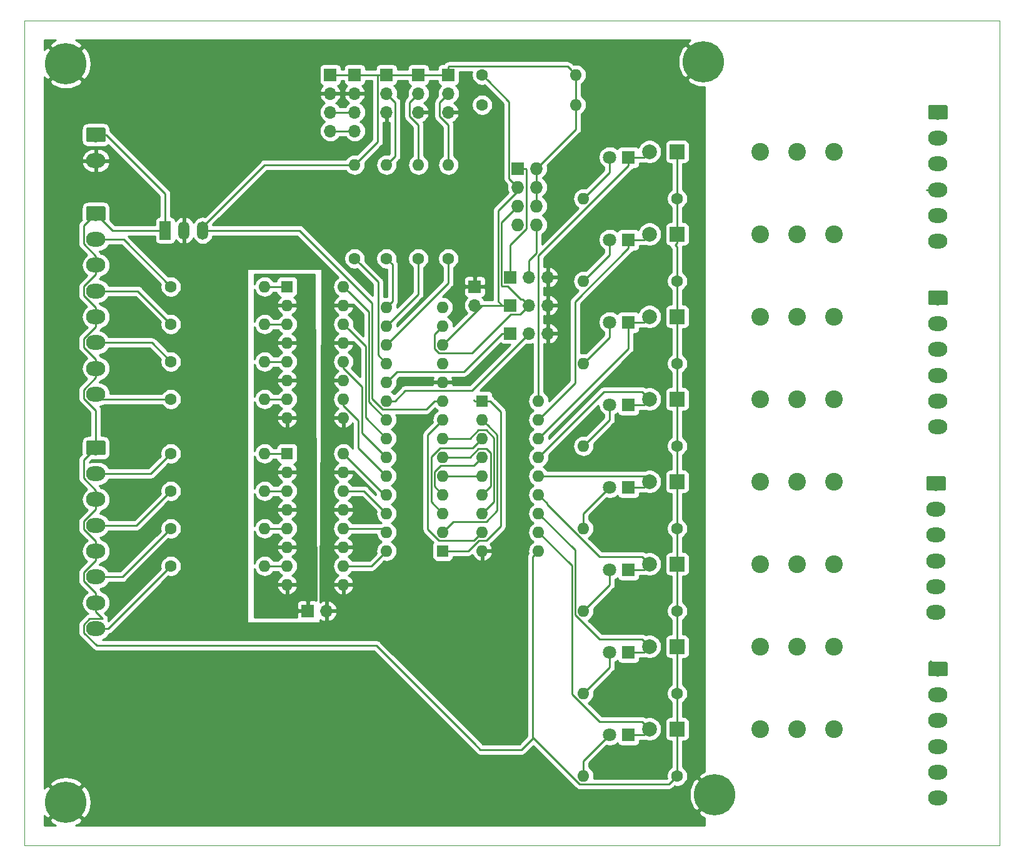
<source format=gbr>
G04 #@! TF.GenerationSoftware,KiCad,Pcbnew,(5.1.4)-1*
G04 #@! TF.CreationDate,2019-10-02T08:10:23+02:00*
G04 #@! TF.ProjectId,I2C_IO,4932435f-494f-42e6-9b69-6361645f7063,rev?*
G04 #@! TF.SameCoordinates,Original*
G04 #@! TF.FileFunction,Copper,L1,Top*
G04 #@! TF.FilePolarity,Positive*
%FSLAX46Y46*%
G04 Gerber Fmt 4.6, Leading zero omitted, Abs format (unit mm)*
G04 Created by KiCad (PCBNEW (5.1.4)-1) date 2019-10-02 08:10:23*
%MOMM*%
%LPD*%
G04 APERTURE LIST*
%ADD10C,0.050000*%
%ADD11O,1.700000X1.700000*%
%ADD12R,1.700000X1.700000*%
%ADD13C,5.600000*%
%ADD14O,2.600000X2.000000*%
%ADD15C,0.100000*%
%ADD16C,2.000000*%
%ADD17O,1.600000X1.600000*%
%ADD18R,1.600000X1.600000*%
%ADD19O,1.500000X2.500000*%
%ADD20R,1.500000X2.500000*%
%ADD21C,1.600000*%
%ADD22R,2.000000X2.000000*%
%ADD23C,2.400000*%
%ADD24O,1.727200X1.727200*%
%ADD25R,1.727200X1.727200*%
%ADD26C,1.800000*%
%ADD27R,1.800000X1.800000*%
%ADD28C,0.250000*%
%ADD29C,0.254000*%
G04 APERTURE END LIST*
D10*
X132080000Y-35560000D02*
X264160000Y-35560000D01*
X132080000Y-147320000D02*
X132080000Y-35560000D01*
X264160000Y-147320000D02*
X132080000Y-147320000D01*
X264160000Y-35560000D02*
X264160000Y-147320000D01*
D11*
X173482000Y-50546000D03*
X173482000Y-48006000D03*
X173482000Y-45466000D03*
D12*
X173482000Y-42926000D03*
D11*
X176784000Y-50546000D03*
X176784000Y-48006000D03*
X176784000Y-45466000D03*
D12*
X176784000Y-42926000D03*
D13*
X224028000Y-41148000D03*
X137668000Y-41402000D03*
X225552000Y-140462000D03*
X137668000Y-141478000D03*
D14*
X141732000Y-54554000D03*
D15*
G36*
X142806504Y-50055204D02*
G01*
X142830773Y-50058804D01*
X142854571Y-50064765D01*
X142877671Y-50073030D01*
X142899849Y-50083520D01*
X142920893Y-50096133D01*
X142940598Y-50110747D01*
X142958777Y-50127223D01*
X142975253Y-50145402D01*
X142989867Y-50165107D01*
X143002480Y-50186151D01*
X143012970Y-50208329D01*
X143021235Y-50231429D01*
X143027196Y-50255227D01*
X143030796Y-50279496D01*
X143032000Y-50304000D01*
X143032000Y-51804000D01*
X143030796Y-51828504D01*
X143027196Y-51852773D01*
X143021235Y-51876571D01*
X143012970Y-51899671D01*
X143002480Y-51921849D01*
X142989867Y-51942893D01*
X142975253Y-51962598D01*
X142958777Y-51980777D01*
X142940598Y-51997253D01*
X142920893Y-52011867D01*
X142899849Y-52024480D01*
X142877671Y-52034970D01*
X142854571Y-52043235D01*
X142830773Y-52049196D01*
X142806504Y-52052796D01*
X142782000Y-52054000D01*
X140682000Y-52054000D01*
X140657496Y-52052796D01*
X140633227Y-52049196D01*
X140609429Y-52043235D01*
X140586329Y-52034970D01*
X140564151Y-52024480D01*
X140543107Y-52011867D01*
X140523402Y-51997253D01*
X140505223Y-51980777D01*
X140488747Y-51962598D01*
X140474133Y-51942893D01*
X140461520Y-51921849D01*
X140451030Y-51899671D01*
X140442765Y-51876571D01*
X140436804Y-51852773D01*
X140433204Y-51828504D01*
X140432000Y-51804000D01*
X140432000Y-50304000D01*
X140433204Y-50279496D01*
X140436804Y-50255227D01*
X140442765Y-50231429D01*
X140451030Y-50208329D01*
X140461520Y-50186151D01*
X140474133Y-50165107D01*
X140488747Y-50145402D01*
X140505223Y-50127223D01*
X140523402Y-50110747D01*
X140543107Y-50096133D01*
X140564151Y-50083520D01*
X140586329Y-50073030D01*
X140609429Y-50064765D01*
X140633227Y-50058804D01*
X140657496Y-50055204D01*
X140682000Y-50054000D01*
X142782000Y-50054000D01*
X142806504Y-50055204D01*
X142806504Y-50055204D01*
G37*
D16*
X141732000Y-51054000D03*
D17*
X175260000Y-94234000D03*
X167640000Y-112014000D03*
X175260000Y-96774000D03*
X167640000Y-109474000D03*
X175260000Y-99314000D03*
X167640000Y-106934000D03*
X175260000Y-101854000D03*
X167640000Y-104394000D03*
X175260000Y-104394000D03*
X167640000Y-101854000D03*
X175260000Y-106934000D03*
X167640000Y-99314000D03*
X175260000Y-109474000D03*
X167640000Y-96774000D03*
X175260000Y-112014000D03*
D18*
X167640000Y-94234000D03*
D17*
X175260000Y-71628000D03*
X167640000Y-89408000D03*
X175260000Y-74168000D03*
X167640000Y-86868000D03*
X175260000Y-76708000D03*
X167640000Y-84328000D03*
X175260000Y-79248000D03*
X167640000Y-81788000D03*
X175260000Y-81788000D03*
X167640000Y-79248000D03*
X175260000Y-84328000D03*
X167640000Y-76708000D03*
X175260000Y-86868000D03*
X167640000Y-74168000D03*
X175260000Y-89408000D03*
D18*
X167640000Y-71628000D03*
D17*
X181102000Y-107442000D03*
X188722000Y-74422000D03*
X181102000Y-104902000D03*
X188722000Y-76962000D03*
X181102000Y-102362000D03*
X188722000Y-79502000D03*
X181102000Y-99822000D03*
X188722000Y-82042000D03*
X181102000Y-97282000D03*
X188722000Y-84582000D03*
X181102000Y-94742000D03*
X188722000Y-87122000D03*
X181102000Y-92202000D03*
X188722000Y-89662000D03*
X181102000Y-89662000D03*
X188722000Y-92202000D03*
X181102000Y-87122000D03*
X188722000Y-94742000D03*
X181102000Y-84582000D03*
X188722000Y-97282000D03*
X181102000Y-82042000D03*
X188722000Y-99822000D03*
X181102000Y-79502000D03*
X188722000Y-102362000D03*
X181102000Y-76962000D03*
X188722000Y-104902000D03*
X181102000Y-74422000D03*
D18*
X188722000Y-107442000D03*
D19*
X156210000Y-64008000D03*
X153670000Y-64008000D03*
D20*
X151130000Y-64008000D03*
D17*
X201676000Y-87122000D03*
X194056000Y-107442000D03*
X201676000Y-89662000D03*
X194056000Y-104902000D03*
X201676000Y-92202000D03*
X194056000Y-102362000D03*
X201676000Y-94742000D03*
X194056000Y-99822000D03*
X201676000Y-97282000D03*
X194056000Y-97282000D03*
X201676000Y-99822000D03*
X194056000Y-94742000D03*
X201676000Y-102362000D03*
X194056000Y-92202000D03*
X201676000Y-104902000D03*
X194056000Y-89662000D03*
X201676000Y-107442000D03*
D18*
X194056000Y-87122000D03*
D17*
X164592000Y-109474000D03*
D21*
X151892000Y-109474000D03*
D17*
X164592000Y-86868000D03*
D21*
X151892000Y-86868000D03*
D17*
X164592000Y-104394000D03*
D21*
X151892000Y-104394000D03*
D17*
X164592000Y-81788000D03*
D21*
X151892000Y-81788000D03*
D17*
X164592000Y-99314000D03*
D21*
X151892000Y-99314000D03*
D17*
X164592000Y-76708000D03*
D21*
X151892000Y-76708000D03*
D17*
X189484000Y-55118000D03*
D21*
X189484000Y-67818000D03*
D17*
X185420000Y-55118000D03*
D21*
X185420000Y-67818000D03*
D17*
X181102000Y-55118000D03*
D21*
X181102000Y-67818000D03*
D17*
X164592000Y-94234000D03*
D21*
X151892000Y-94234000D03*
D17*
X164592000Y-71628000D03*
D21*
X151892000Y-71628000D03*
D17*
X206756000Y-42926000D03*
D21*
X194056000Y-42926000D03*
D17*
X206756000Y-46990000D03*
D21*
X194056000Y-46990000D03*
D17*
X176784000Y-55118000D03*
D21*
X176784000Y-67818000D03*
D17*
X207772000Y-137922000D03*
D21*
X220472000Y-137922000D03*
D17*
X207772000Y-126746000D03*
D21*
X220472000Y-126746000D03*
D17*
X207772000Y-115570000D03*
D21*
X220472000Y-115570000D03*
D17*
X207772000Y-104394000D03*
D21*
X220472000Y-104394000D03*
D17*
X207772000Y-93218000D03*
D21*
X220472000Y-93218000D03*
D17*
X207772000Y-82042000D03*
D21*
X220472000Y-82042000D03*
D17*
X207772000Y-70866000D03*
D21*
X220472000Y-70866000D03*
D17*
X207772000Y-59690000D03*
D21*
X220472000Y-59690000D03*
D16*
X216722000Y-131572000D03*
D22*
X220472000Y-131572000D03*
D23*
X231722000Y-131572000D03*
X236722000Y-131572000D03*
X241722000Y-131572000D03*
D16*
X216722000Y-120396000D03*
D22*
X220472000Y-120396000D03*
D23*
X231722000Y-120396000D03*
X236722000Y-120396000D03*
X241722000Y-120396000D03*
D16*
X216722000Y-109220000D03*
D22*
X220472000Y-109220000D03*
D23*
X231722000Y-109220000D03*
X236722000Y-109220000D03*
X241722000Y-109220000D03*
D16*
X216722000Y-98044000D03*
D22*
X220472000Y-98044000D03*
D23*
X231722000Y-98044000D03*
X236722000Y-98044000D03*
X241722000Y-98044000D03*
D16*
X216722000Y-86868000D03*
D22*
X220472000Y-86868000D03*
D23*
X231722000Y-86868000D03*
X236722000Y-86868000D03*
X241722000Y-86868000D03*
D16*
X216722000Y-75692000D03*
D22*
X220472000Y-75692000D03*
D23*
X231722000Y-75692000D03*
X236722000Y-75692000D03*
X241722000Y-75692000D03*
D16*
X216722000Y-64516000D03*
D22*
X220472000Y-64516000D03*
D23*
X231722000Y-64516000D03*
X236722000Y-64516000D03*
X241722000Y-64516000D03*
D16*
X216722000Y-53340000D03*
D22*
X220472000Y-53340000D03*
D23*
X231722000Y-53340000D03*
X236722000Y-53340000D03*
X241722000Y-53340000D03*
D11*
X189484000Y-48006000D03*
X189484000Y-45466000D03*
D12*
X189484000Y-42926000D03*
D11*
X185420000Y-48006000D03*
X185420000Y-45466000D03*
D12*
X185420000Y-42926000D03*
D11*
X181102000Y-48006000D03*
X181102000Y-45466000D03*
D12*
X181102000Y-42926000D03*
D11*
X172974000Y-115570000D03*
D12*
X170434000Y-115570000D03*
D11*
X193040000Y-74168000D03*
D12*
X193040000Y-71628000D03*
D14*
X141732000Y-117972000D03*
X141732000Y-114472000D03*
X141732000Y-110972000D03*
X141732000Y-107472000D03*
X141732000Y-103972000D03*
X141732000Y-100472000D03*
X141732000Y-96972000D03*
D15*
G36*
X142806504Y-92473204D02*
G01*
X142830773Y-92476804D01*
X142854571Y-92482765D01*
X142877671Y-92491030D01*
X142899849Y-92501520D01*
X142920893Y-92514133D01*
X142940598Y-92528747D01*
X142958777Y-92545223D01*
X142975253Y-92563402D01*
X142989867Y-92583107D01*
X143002480Y-92604151D01*
X143012970Y-92626329D01*
X143021235Y-92649429D01*
X143027196Y-92673227D01*
X143030796Y-92697496D01*
X143032000Y-92722000D01*
X143032000Y-94222000D01*
X143030796Y-94246504D01*
X143027196Y-94270773D01*
X143021235Y-94294571D01*
X143012970Y-94317671D01*
X143002480Y-94339849D01*
X142989867Y-94360893D01*
X142975253Y-94380598D01*
X142958777Y-94398777D01*
X142940598Y-94415253D01*
X142920893Y-94429867D01*
X142899849Y-94442480D01*
X142877671Y-94452970D01*
X142854571Y-94461235D01*
X142830773Y-94467196D01*
X142806504Y-94470796D01*
X142782000Y-94472000D01*
X140682000Y-94472000D01*
X140657496Y-94470796D01*
X140633227Y-94467196D01*
X140609429Y-94461235D01*
X140586329Y-94452970D01*
X140564151Y-94442480D01*
X140543107Y-94429867D01*
X140523402Y-94415253D01*
X140505223Y-94398777D01*
X140488747Y-94380598D01*
X140474133Y-94360893D01*
X140461520Y-94339849D01*
X140451030Y-94317671D01*
X140442765Y-94294571D01*
X140436804Y-94270773D01*
X140433204Y-94246504D01*
X140432000Y-94222000D01*
X140432000Y-92722000D01*
X140433204Y-92697496D01*
X140436804Y-92673227D01*
X140442765Y-92649429D01*
X140451030Y-92626329D01*
X140461520Y-92604151D01*
X140474133Y-92583107D01*
X140488747Y-92563402D01*
X140505223Y-92545223D01*
X140523402Y-92528747D01*
X140543107Y-92514133D01*
X140564151Y-92501520D01*
X140586329Y-92491030D01*
X140609429Y-92482765D01*
X140633227Y-92476804D01*
X140657496Y-92473204D01*
X140682000Y-92472000D01*
X142782000Y-92472000D01*
X142806504Y-92473204D01*
X142806504Y-92473204D01*
G37*
D16*
X141732000Y-93472000D03*
D14*
X141732000Y-86222000D03*
X141732000Y-82722000D03*
X141732000Y-79222000D03*
X141732000Y-75722000D03*
X141732000Y-72222000D03*
X141732000Y-68722000D03*
X141732000Y-65222000D03*
D15*
G36*
X142806504Y-60723204D02*
G01*
X142830773Y-60726804D01*
X142854571Y-60732765D01*
X142877671Y-60741030D01*
X142899849Y-60751520D01*
X142920893Y-60764133D01*
X142940598Y-60778747D01*
X142958777Y-60795223D01*
X142975253Y-60813402D01*
X142989867Y-60833107D01*
X143002480Y-60854151D01*
X143012970Y-60876329D01*
X143021235Y-60899429D01*
X143027196Y-60923227D01*
X143030796Y-60947496D01*
X143032000Y-60972000D01*
X143032000Y-62472000D01*
X143030796Y-62496504D01*
X143027196Y-62520773D01*
X143021235Y-62544571D01*
X143012970Y-62567671D01*
X143002480Y-62589849D01*
X142989867Y-62610893D01*
X142975253Y-62630598D01*
X142958777Y-62648777D01*
X142940598Y-62665253D01*
X142920893Y-62679867D01*
X142899849Y-62692480D01*
X142877671Y-62702970D01*
X142854571Y-62711235D01*
X142830773Y-62717196D01*
X142806504Y-62720796D01*
X142782000Y-62722000D01*
X140682000Y-62722000D01*
X140657496Y-62720796D01*
X140633227Y-62717196D01*
X140609429Y-62711235D01*
X140586329Y-62702970D01*
X140564151Y-62692480D01*
X140543107Y-62679867D01*
X140523402Y-62665253D01*
X140505223Y-62648777D01*
X140488747Y-62630598D01*
X140474133Y-62610893D01*
X140461520Y-62589849D01*
X140451030Y-62567671D01*
X140442765Y-62544571D01*
X140436804Y-62520773D01*
X140433204Y-62496504D01*
X140432000Y-62472000D01*
X140432000Y-60972000D01*
X140433204Y-60947496D01*
X140436804Y-60923227D01*
X140442765Y-60899429D01*
X140451030Y-60876329D01*
X140461520Y-60854151D01*
X140474133Y-60833107D01*
X140488747Y-60813402D01*
X140505223Y-60795223D01*
X140523402Y-60778747D01*
X140543107Y-60764133D01*
X140564151Y-60751520D01*
X140586329Y-60741030D01*
X140609429Y-60732765D01*
X140633227Y-60726804D01*
X140657496Y-60723204D01*
X140682000Y-60722000D01*
X142782000Y-60722000D01*
X142806504Y-60723204D01*
X142806504Y-60723204D01*
G37*
D16*
X141732000Y-61722000D03*
D11*
X202946000Y-74168000D03*
X200406000Y-74168000D03*
D12*
X197866000Y-74168000D03*
D11*
X202946000Y-70358000D03*
X200406000Y-70358000D03*
D12*
X197866000Y-70358000D03*
D11*
X202946000Y-77978000D03*
X200406000Y-77978000D03*
D12*
X197866000Y-77978000D03*
D24*
X201422000Y-63246000D03*
X198882000Y-63246000D03*
X201422000Y-60706000D03*
X198882000Y-60706000D03*
X201422000Y-58166000D03*
X198882000Y-58166000D03*
X201422000Y-55626000D03*
D25*
X198882000Y-55626000D03*
D14*
X255778000Y-140944000D03*
X255778000Y-137444000D03*
X255778000Y-133944000D03*
X255778000Y-130444000D03*
X255778000Y-126944000D03*
D15*
G36*
X256852504Y-122445204D02*
G01*
X256876773Y-122448804D01*
X256900571Y-122454765D01*
X256923671Y-122463030D01*
X256945849Y-122473520D01*
X256966893Y-122486133D01*
X256986598Y-122500747D01*
X257004777Y-122517223D01*
X257021253Y-122535402D01*
X257035867Y-122555107D01*
X257048480Y-122576151D01*
X257058970Y-122598329D01*
X257067235Y-122621429D01*
X257073196Y-122645227D01*
X257076796Y-122669496D01*
X257078000Y-122694000D01*
X257078000Y-124194000D01*
X257076796Y-124218504D01*
X257073196Y-124242773D01*
X257067235Y-124266571D01*
X257058970Y-124289671D01*
X257048480Y-124311849D01*
X257035867Y-124332893D01*
X257021253Y-124352598D01*
X257004777Y-124370777D01*
X256986598Y-124387253D01*
X256966893Y-124401867D01*
X256945849Y-124414480D01*
X256923671Y-124424970D01*
X256900571Y-124433235D01*
X256876773Y-124439196D01*
X256852504Y-124442796D01*
X256828000Y-124444000D01*
X254728000Y-124444000D01*
X254703496Y-124442796D01*
X254679227Y-124439196D01*
X254655429Y-124433235D01*
X254632329Y-124424970D01*
X254610151Y-124414480D01*
X254589107Y-124401867D01*
X254569402Y-124387253D01*
X254551223Y-124370777D01*
X254534747Y-124352598D01*
X254520133Y-124332893D01*
X254507520Y-124311849D01*
X254497030Y-124289671D01*
X254488765Y-124266571D01*
X254482804Y-124242773D01*
X254479204Y-124218504D01*
X254478000Y-124194000D01*
X254478000Y-122694000D01*
X254479204Y-122669496D01*
X254482804Y-122645227D01*
X254488765Y-122621429D01*
X254497030Y-122598329D01*
X254507520Y-122576151D01*
X254520133Y-122555107D01*
X254534747Y-122535402D01*
X254551223Y-122517223D01*
X254569402Y-122500747D01*
X254589107Y-122486133D01*
X254610151Y-122473520D01*
X254632329Y-122463030D01*
X254655429Y-122454765D01*
X254679227Y-122448804D01*
X254703496Y-122445204D01*
X254728000Y-122444000D01*
X256828000Y-122444000D01*
X256852504Y-122445204D01*
X256852504Y-122445204D01*
G37*
D16*
X255778000Y-123444000D03*
D14*
X255524000Y-115798000D03*
X255524000Y-112298000D03*
X255524000Y-108798000D03*
X255524000Y-105298000D03*
X255524000Y-101798000D03*
D15*
G36*
X256598504Y-97299204D02*
G01*
X256622773Y-97302804D01*
X256646571Y-97308765D01*
X256669671Y-97317030D01*
X256691849Y-97327520D01*
X256712893Y-97340133D01*
X256732598Y-97354747D01*
X256750777Y-97371223D01*
X256767253Y-97389402D01*
X256781867Y-97409107D01*
X256794480Y-97430151D01*
X256804970Y-97452329D01*
X256813235Y-97475429D01*
X256819196Y-97499227D01*
X256822796Y-97523496D01*
X256824000Y-97548000D01*
X256824000Y-99048000D01*
X256822796Y-99072504D01*
X256819196Y-99096773D01*
X256813235Y-99120571D01*
X256804970Y-99143671D01*
X256794480Y-99165849D01*
X256781867Y-99186893D01*
X256767253Y-99206598D01*
X256750777Y-99224777D01*
X256732598Y-99241253D01*
X256712893Y-99255867D01*
X256691849Y-99268480D01*
X256669671Y-99278970D01*
X256646571Y-99287235D01*
X256622773Y-99293196D01*
X256598504Y-99296796D01*
X256574000Y-99298000D01*
X254474000Y-99298000D01*
X254449496Y-99296796D01*
X254425227Y-99293196D01*
X254401429Y-99287235D01*
X254378329Y-99278970D01*
X254356151Y-99268480D01*
X254335107Y-99255867D01*
X254315402Y-99241253D01*
X254297223Y-99224777D01*
X254280747Y-99206598D01*
X254266133Y-99186893D01*
X254253520Y-99165849D01*
X254243030Y-99143671D01*
X254234765Y-99120571D01*
X254228804Y-99096773D01*
X254225204Y-99072504D01*
X254224000Y-99048000D01*
X254224000Y-97548000D01*
X254225204Y-97523496D01*
X254228804Y-97499227D01*
X254234765Y-97475429D01*
X254243030Y-97452329D01*
X254253520Y-97430151D01*
X254266133Y-97409107D01*
X254280747Y-97389402D01*
X254297223Y-97371223D01*
X254315402Y-97354747D01*
X254335107Y-97340133D01*
X254356151Y-97327520D01*
X254378329Y-97317030D01*
X254401429Y-97308765D01*
X254425227Y-97302804D01*
X254449496Y-97299204D01*
X254474000Y-97298000D01*
X256574000Y-97298000D01*
X256598504Y-97299204D01*
X256598504Y-97299204D01*
G37*
D16*
X255524000Y-98298000D03*
D14*
X255778000Y-90652000D03*
X255778000Y-87152000D03*
X255778000Y-83652000D03*
X255778000Y-80152000D03*
X255778000Y-76652000D03*
D15*
G36*
X256852504Y-72153204D02*
G01*
X256876773Y-72156804D01*
X256900571Y-72162765D01*
X256923671Y-72171030D01*
X256945849Y-72181520D01*
X256966893Y-72194133D01*
X256986598Y-72208747D01*
X257004777Y-72225223D01*
X257021253Y-72243402D01*
X257035867Y-72263107D01*
X257048480Y-72284151D01*
X257058970Y-72306329D01*
X257067235Y-72329429D01*
X257073196Y-72353227D01*
X257076796Y-72377496D01*
X257078000Y-72402000D01*
X257078000Y-73902000D01*
X257076796Y-73926504D01*
X257073196Y-73950773D01*
X257067235Y-73974571D01*
X257058970Y-73997671D01*
X257048480Y-74019849D01*
X257035867Y-74040893D01*
X257021253Y-74060598D01*
X257004777Y-74078777D01*
X256986598Y-74095253D01*
X256966893Y-74109867D01*
X256945849Y-74122480D01*
X256923671Y-74132970D01*
X256900571Y-74141235D01*
X256876773Y-74147196D01*
X256852504Y-74150796D01*
X256828000Y-74152000D01*
X254728000Y-74152000D01*
X254703496Y-74150796D01*
X254679227Y-74147196D01*
X254655429Y-74141235D01*
X254632329Y-74132970D01*
X254610151Y-74122480D01*
X254589107Y-74109867D01*
X254569402Y-74095253D01*
X254551223Y-74078777D01*
X254534747Y-74060598D01*
X254520133Y-74040893D01*
X254507520Y-74019849D01*
X254497030Y-73997671D01*
X254488765Y-73974571D01*
X254482804Y-73950773D01*
X254479204Y-73926504D01*
X254478000Y-73902000D01*
X254478000Y-72402000D01*
X254479204Y-72377496D01*
X254482804Y-72353227D01*
X254488765Y-72329429D01*
X254497030Y-72306329D01*
X254507520Y-72284151D01*
X254520133Y-72263107D01*
X254534747Y-72243402D01*
X254551223Y-72225223D01*
X254569402Y-72208747D01*
X254589107Y-72194133D01*
X254610151Y-72181520D01*
X254632329Y-72171030D01*
X254655429Y-72162765D01*
X254679227Y-72156804D01*
X254703496Y-72153204D01*
X254728000Y-72152000D01*
X256828000Y-72152000D01*
X256852504Y-72153204D01*
X256852504Y-72153204D01*
G37*
D16*
X255778000Y-73152000D03*
D14*
X255778000Y-65506000D03*
X255778000Y-62006000D03*
X255778000Y-58506000D03*
X255778000Y-55006000D03*
X255778000Y-51506000D03*
D15*
G36*
X256852504Y-47007204D02*
G01*
X256876773Y-47010804D01*
X256900571Y-47016765D01*
X256923671Y-47025030D01*
X256945849Y-47035520D01*
X256966893Y-47048133D01*
X256986598Y-47062747D01*
X257004777Y-47079223D01*
X257021253Y-47097402D01*
X257035867Y-47117107D01*
X257048480Y-47138151D01*
X257058970Y-47160329D01*
X257067235Y-47183429D01*
X257073196Y-47207227D01*
X257076796Y-47231496D01*
X257078000Y-47256000D01*
X257078000Y-48756000D01*
X257076796Y-48780504D01*
X257073196Y-48804773D01*
X257067235Y-48828571D01*
X257058970Y-48851671D01*
X257048480Y-48873849D01*
X257035867Y-48894893D01*
X257021253Y-48914598D01*
X257004777Y-48932777D01*
X256986598Y-48949253D01*
X256966893Y-48963867D01*
X256945849Y-48976480D01*
X256923671Y-48986970D01*
X256900571Y-48995235D01*
X256876773Y-49001196D01*
X256852504Y-49004796D01*
X256828000Y-49006000D01*
X254728000Y-49006000D01*
X254703496Y-49004796D01*
X254679227Y-49001196D01*
X254655429Y-48995235D01*
X254632329Y-48986970D01*
X254610151Y-48976480D01*
X254589107Y-48963867D01*
X254569402Y-48949253D01*
X254551223Y-48932777D01*
X254534747Y-48914598D01*
X254520133Y-48894893D01*
X254507520Y-48873849D01*
X254497030Y-48851671D01*
X254488765Y-48828571D01*
X254482804Y-48804773D01*
X254479204Y-48780504D01*
X254478000Y-48756000D01*
X254478000Y-47256000D01*
X254479204Y-47231496D01*
X254482804Y-47207227D01*
X254488765Y-47183429D01*
X254497030Y-47160329D01*
X254507520Y-47138151D01*
X254520133Y-47117107D01*
X254534747Y-47097402D01*
X254551223Y-47079223D01*
X254569402Y-47062747D01*
X254589107Y-47048133D01*
X254610151Y-47035520D01*
X254632329Y-47025030D01*
X254655429Y-47016765D01*
X254679227Y-47010804D01*
X254703496Y-47007204D01*
X254728000Y-47006000D01*
X256828000Y-47006000D01*
X256852504Y-47007204D01*
X256852504Y-47007204D01*
G37*
D16*
X255778000Y-48006000D03*
D26*
X211328000Y-132334000D03*
D27*
X213868000Y-132334000D03*
D26*
X211328000Y-121158000D03*
D27*
X213868000Y-121158000D03*
D26*
X211328000Y-109982000D03*
D27*
X213868000Y-109982000D03*
D26*
X211328000Y-98806000D03*
D27*
X213868000Y-98806000D03*
D26*
X211328000Y-87630000D03*
D27*
X213868000Y-87630000D03*
D26*
X211328000Y-76454000D03*
D27*
X213868000Y-76454000D03*
D26*
X211328000Y-65278000D03*
D27*
X213868000Y-65278000D03*
D26*
X211328000Y-54102000D03*
D27*
X213868000Y-54102000D03*
D28*
X220472000Y-54590000D02*
X220472000Y-59690000D01*
X220472000Y-53340000D02*
X220472000Y-54590000D01*
X220472000Y-63266000D02*
X220472000Y-59690000D01*
X220472000Y-64516000D02*
X220472000Y-63266000D01*
X220472000Y-136790630D02*
X220472000Y-131572000D01*
X220472000Y-137922000D02*
X220472000Y-136790630D01*
X220472000Y-127877370D02*
X220472000Y-131572000D01*
X220472000Y-126746000D02*
X220472000Y-127877370D01*
X220472000Y-121646000D02*
X220472000Y-126746000D01*
X220472000Y-120396000D02*
X220472000Y-121646000D01*
X220472000Y-116701370D02*
X220472000Y-120396000D01*
X220472000Y-115570000D02*
X220472000Y-116701370D01*
X220472000Y-110470000D02*
X220472000Y-115570000D01*
X220472000Y-109220000D02*
X220472000Y-110470000D01*
X220472000Y-105525370D02*
X220472000Y-109220000D01*
X220472000Y-104394000D02*
X220472000Y-105525370D01*
X220472000Y-99294000D02*
X220472000Y-104394000D01*
X220472000Y-98044000D02*
X220472000Y-99294000D01*
X220472000Y-94349370D02*
X220472000Y-98044000D01*
X220472000Y-93218000D02*
X220472000Y-94349370D01*
X220472000Y-88118000D02*
X220472000Y-93218000D01*
X220472000Y-86868000D02*
X220472000Y-88118000D01*
X220472000Y-83173370D02*
X220472000Y-86868000D01*
X220472000Y-82042000D02*
X220472000Y-83173370D01*
X220472000Y-76942000D02*
X220472000Y-82042000D01*
X220472000Y-75692000D02*
X220472000Y-76942000D01*
X220472000Y-71997370D02*
X220472000Y-75692000D01*
X220472000Y-70866000D02*
X220472000Y-71997370D01*
X220472000Y-65766000D02*
X220218000Y-66020000D01*
X220472000Y-64516000D02*
X220472000Y-65766000D01*
X220472000Y-66274000D02*
X220472000Y-70866000D01*
X220218000Y-66020000D02*
X220472000Y-66274000D01*
X219672001Y-138721999D02*
X220472000Y-137922000D01*
X219346999Y-139047001D02*
X219672001Y-138721999D01*
X207231999Y-139047001D02*
X219346999Y-139047001D01*
X200876001Y-108241999D02*
X200876001Y-132691003D01*
X201676000Y-107442000D02*
X200876001Y-108241999D01*
X141732000Y-67472000D02*
X141732000Y-68722000D01*
X140106990Y-65846990D02*
X141732000Y-67472000D01*
X140106990Y-63347010D02*
X140106990Y-65846990D01*
X141732000Y-61722000D02*
X140106990Y-63347010D01*
X141732000Y-74472000D02*
X141732000Y-75722000D01*
X140106990Y-72846990D02*
X141732000Y-74472000D01*
X140106990Y-71597010D02*
X140106990Y-72846990D01*
X141732000Y-69972000D02*
X140106990Y-71597010D01*
X141732000Y-68722000D02*
X141732000Y-69972000D01*
X141732000Y-81472000D02*
X141732000Y-82722000D01*
X140106990Y-79846990D02*
X141732000Y-81472000D01*
X140106990Y-78673163D02*
X140106990Y-79846990D01*
X141732000Y-77048153D02*
X140106990Y-78673163D01*
X141732000Y-75722000D02*
X141732000Y-77048153D01*
X141732000Y-83972000D02*
X141732000Y-82722000D01*
X140106990Y-85597010D02*
X141732000Y-83972000D01*
X140106990Y-86770837D02*
X140106990Y-85597010D01*
X141732000Y-88395847D02*
X140106990Y-86770837D01*
X141732000Y-93472000D02*
X141732000Y-88395847D01*
X140661290Y-94542710D02*
X141732000Y-93472000D01*
X140106990Y-95097010D02*
X140661290Y-94542710D01*
X140106990Y-97596990D02*
X140106990Y-95097010D01*
X141732000Y-99222000D02*
X140106990Y-97596990D01*
X141732000Y-100472000D02*
X141732000Y-99222000D01*
X141732000Y-101798153D02*
X141732000Y-100472000D01*
X140106990Y-103423163D02*
X141732000Y-101798153D01*
X140106990Y-104520837D02*
X140106990Y-103423163D01*
X141732000Y-107472000D02*
X141732000Y-106145847D01*
X141732000Y-106145847D02*
X140106990Y-104520837D01*
X141732000Y-108722000D02*
X141732000Y-107472000D01*
X140106990Y-110347010D02*
X141732000Y-108722000D01*
X140106990Y-111520837D02*
X140106990Y-110347010D01*
X141732000Y-113145847D02*
X140106990Y-111520837D01*
X141732000Y-114472000D02*
X141732000Y-113145847D01*
X199390000Y-134366000D02*
X200970499Y-132785501D01*
X193802000Y-134366000D02*
X199390000Y-134366000D01*
X200876001Y-132691003D02*
X200970499Y-132785501D01*
X200970499Y-132785501D02*
X207231999Y-139047001D01*
X144018000Y-64008000D02*
X151130000Y-64008000D01*
X141732000Y-61722000D02*
X144018000Y-64008000D01*
X151130000Y-62508000D02*
X151130000Y-64008000D01*
X151130000Y-59052000D02*
X151130000Y-62508000D01*
X143132000Y-51054000D02*
X151130000Y-59052000D01*
X141732000Y-51054000D02*
X143132000Y-51054000D01*
X193002001Y-133566001D02*
X193802000Y-134366000D01*
X141837154Y-120251001D02*
X179687001Y-120251001D01*
X140106990Y-118520837D02*
X141837154Y-120251001D01*
X140106990Y-117423163D02*
X140106990Y-118520837D01*
X140883163Y-116646990D02*
X140106990Y-117423163D01*
X142656990Y-116646990D02*
X140883163Y-116646990D01*
X179687001Y-120251001D02*
X193002001Y-133566001D01*
X141732000Y-115722000D02*
X142656990Y-116646990D01*
X141732000Y-114472000D02*
X141732000Y-115722000D01*
X201422000Y-56847314D02*
X201422000Y-58166000D01*
X201422000Y-55626000D02*
X201422000Y-56847314D01*
X201422000Y-59484686D02*
X201422000Y-58166000D01*
X201422000Y-60706000D02*
X201422000Y-59484686D01*
X156210000Y-63508000D02*
X156210000Y-64008000D01*
X164600000Y-55118000D02*
X156210000Y-63508000D01*
X176784000Y-55118000D02*
X164600000Y-55118000D01*
X180002000Y-42926000D02*
X181102000Y-42926000D01*
X179926999Y-43001001D02*
X180002000Y-42926000D01*
X179926999Y-51975001D02*
X179926999Y-43001001D01*
X176784000Y-55118000D02*
X179926999Y-51975001D01*
X182202000Y-42926000D02*
X185420000Y-42926000D01*
X181102000Y-42926000D02*
X182202000Y-42926000D01*
X189484000Y-42926000D02*
X185420000Y-42926000D01*
X206756000Y-45858630D02*
X206756000Y-42926000D01*
X206756000Y-46990000D02*
X206756000Y-45858630D01*
X205956001Y-42126001D02*
X206756000Y-42926000D01*
X205630999Y-41800999D02*
X205956001Y-42126001D01*
X189509001Y-41800999D02*
X205630999Y-41800999D01*
X189484000Y-41826000D02*
X189509001Y-41800999D01*
X189484000Y-42926000D02*
X189484000Y-41826000D01*
X206756000Y-50292000D02*
X206756000Y-46990000D01*
X201422000Y-55626000D02*
X206756000Y-50292000D01*
X157210000Y-64008000D02*
X156210000Y-64008000D01*
X169305002Y-64008000D02*
X157210000Y-64008000D01*
X179150030Y-73853028D02*
X169305002Y-64008000D01*
X179150030Y-86835032D02*
X179150030Y-73853028D01*
X180561999Y-88247001D02*
X179150030Y-86835032D01*
X186465629Y-88247001D02*
X180561999Y-88247001D01*
X187590630Y-87122000D02*
X186465629Y-88247001D01*
X188722000Y-87122000D02*
X187590630Y-87122000D01*
X176784000Y-42926000D02*
X181102000Y-42926000D01*
X174582000Y-42926000D02*
X176784000Y-42926000D01*
X173482000Y-42926000D02*
X174582000Y-42926000D01*
X198882000Y-58674000D02*
X198882000Y-58166000D01*
X196240989Y-61315011D02*
X198882000Y-58674000D01*
X196240989Y-73642989D02*
X196240989Y-61315011D01*
X197866000Y-74168000D02*
X196766000Y-74168000D01*
X196766000Y-74168000D02*
X196240989Y-73642989D01*
X188722000Y-79502000D02*
X194056000Y-74168000D01*
X194855999Y-43725999D02*
X194056000Y-42926000D01*
X197693399Y-46563399D02*
X194855999Y-43725999D01*
X197693399Y-56977399D02*
X197693399Y-46563399D01*
X198882000Y-58166000D02*
X197693399Y-56977399D01*
X194242081Y-74168000D02*
X194310000Y-74168000D01*
X193040000Y-74168000D02*
X194242081Y-74168000D01*
X194056000Y-74168000D02*
X194310000Y-74168000D01*
X194310000Y-74168000D02*
X197866000Y-74168000D01*
X174684081Y-48006000D02*
X176784000Y-48006000D01*
X173482000Y-48006000D02*
X174684081Y-48006000D01*
X199556001Y-73318001D02*
X199302001Y-73318001D01*
X199302001Y-73318001D02*
X197517001Y-71533001D01*
X200406000Y-74168000D02*
X199556001Y-73318001D01*
X197517001Y-71533001D02*
X196755999Y-71533001D01*
X196690999Y-62897001D02*
X198882000Y-60706000D01*
X196755999Y-71533001D02*
X196690999Y-71468001D01*
X196690999Y-71468001D02*
X196690999Y-62897001D01*
X199556001Y-75017999D02*
X200406000Y-74168000D01*
X199230999Y-75343001D02*
X199556001Y-75017999D01*
X197960999Y-75343001D02*
X199230999Y-75343001D01*
X192676999Y-80627001D02*
X197960999Y-75343001D01*
X188181999Y-80627001D02*
X192676999Y-80627001D01*
X187596999Y-80042001D02*
X188181999Y-80627001D01*
X187596999Y-78087001D02*
X187596999Y-80042001D01*
X188722000Y-76962000D02*
X187596999Y-78087001D01*
X175581919Y-50546000D02*
X173482000Y-50546000D01*
X176784000Y-50546000D02*
X175581919Y-50546000D01*
X200406000Y-68084592D02*
X201422000Y-67068592D01*
X200406000Y-70358000D02*
X200406000Y-68084592D01*
X201422000Y-67068592D02*
X201422000Y-63246000D01*
X199995600Y-55626000D02*
X198882000Y-55626000D01*
X200070601Y-55701001D02*
X199995600Y-55626000D01*
X200070601Y-63816529D02*
X200070601Y-55701001D01*
X197866000Y-66021130D02*
X200070601Y-63816529D01*
X197866000Y-70358000D02*
X197866000Y-66021130D01*
X211328000Y-56134000D02*
X211328000Y-54102000D01*
X207772000Y-59690000D02*
X211328000Y-56134000D01*
X215960000Y-54102000D02*
X216722000Y-53340000D01*
X213868000Y-54102000D02*
X215960000Y-54102000D01*
X213868000Y-55252000D02*
X213868000Y-54102000D01*
X213868000Y-55259002D02*
X213868000Y-55252000D01*
X201676000Y-67451002D02*
X213868000Y-55259002D01*
X201676000Y-87122000D02*
X201676000Y-67451002D01*
X211328000Y-67310000D02*
X207772000Y-70866000D01*
X211328000Y-65278000D02*
X211328000Y-67310000D01*
X215960000Y-65278000D02*
X216722000Y-64516000D01*
X213868000Y-65278000D02*
X215960000Y-65278000D01*
X213868000Y-66428000D02*
X213868000Y-65278000D01*
X213868000Y-66435002D02*
X213868000Y-66428000D01*
X206646999Y-73656003D02*
X213868000Y-66435002D01*
X206646999Y-84691001D02*
X206646999Y-73656003D01*
X201676000Y-89662000D02*
X206646999Y-84691001D01*
X211328000Y-78486000D02*
X211328000Y-76454000D01*
X207772000Y-82042000D02*
X211328000Y-78486000D01*
X215960000Y-76454000D02*
X216722000Y-75692000D01*
X213868000Y-76454000D02*
X215960000Y-76454000D01*
X213868000Y-80010000D02*
X213868000Y-76454000D01*
X201676000Y-92202000D02*
X213868000Y-80010000D01*
X211328000Y-89662000D02*
X211328000Y-87630000D01*
X207772000Y-93218000D02*
X211328000Y-89662000D01*
X215960000Y-87630000D02*
X216722000Y-86868000D01*
X213868000Y-87630000D02*
X215960000Y-87630000D01*
X215722001Y-85868001D02*
X216722000Y-86868000D01*
X210549999Y-85868001D02*
X215722001Y-85868001D01*
X201676000Y-94742000D02*
X210549999Y-85868001D01*
X207772000Y-102362000D02*
X211328000Y-98806000D01*
X207772000Y-104394000D02*
X207772000Y-102362000D01*
X215960000Y-98806000D02*
X216722000Y-98044000D01*
X213868000Y-98806000D02*
X215960000Y-98806000D01*
X215960000Y-97282000D02*
X216722000Y-98044000D01*
X201676000Y-97282000D02*
X215960000Y-97282000D01*
X211328000Y-112014000D02*
X211328000Y-109982000D01*
X207772000Y-115570000D02*
X211328000Y-112014000D01*
X215960000Y-109982000D02*
X216722000Y-109220000D01*
X213868000Y-109982000D02*
X215960000Y-109982000D01*
X215722001Y-108220001D02*
X216722000Y-109220000D01*
X209932999Y-108220001D02*
X215722001Y-108220001D01*
X202801001Y-101088003D02*
X209932999Y-108220001D01*
X202801001Y-100947001D02*
X202801001Y-101088003D01*
X201676000Y-99822000D02*
X202801001Y-100947001D01*
X211328000Y-123190000D02*
X211328000Y-121158000D01*
X207772000Y-126746000D02*
X211328000Y-123190000D01*
X215960000Y-121158000D02*
X216722000Y-120396000D01*
X213868000Y-121158000D02*
X215960000Y-121158000D01*
X215722001Y-119396001D02*
X216722000Y-120396000D01*
X209932999Y-119396001D02*
X215722001Y-119396001D01*
X206646999Y-116110001D02*
X209932999Y-119396001D01*
X206646999Y-107332999D02*
X206646999Y-116110001D01*
X201676000Y-102362000D02*
X206646999Y-107332999D01*
X207772000Y-135890000D02*
X211328000Y-132334000D01*
X207772000Y-137922000D02*
X207772000Y-135890000D01*
X215960000Y-132334000D02*
X216722000Y-131572000D01*
X213868000Y-132334000D02*
X215960000Y-132334000D01*
X215722001Y-130572001D02*
X216722000Y-131572000D01*
X209932999Y-130572001D02*
X215722001Y-130572001D01*
X206196989Y-126835991D02*
X209932999Y-130572001D01*
X206196989Y-109422989D02*
X206196989Y-126835991D01*
X201676000Y-104902000D02*
X206196989Y-109422989D01*
X254228000Y-58506000D02*
X255778000Y-58506000D01*
X254707290Y-122373290D02*
X255778000Y-123444000D01*
X142378000Y-86868000D02*
X141732000Y-86222000D01*
X151892000Y-86868000D02*
X142378000Y-86868000D01*
X149326000Y-79222000D02*
X151892000Y-81788000D01*
X141732000Y-79222000D02*
X149326000Y-79222000D01*
X147406000Y-72222000D02*
X151892000Y-76708000D01*
X141732000Y-72222000D02*
X147406000Y-72222000D01*
X145486000Y-65222000D02*
X151892000Y-71628000D01*
X141732000Y-65222000D02*
X145486000Y-65222000D01*
X143394000Y-117972000D02*
X151892000Y-109474000D01*
X141732000Y-117972000D02*
X143394000Y-117972000D01*
X145314000Y-110972000D02*
X151892000Y-104394000D01*
X141732000Y-110972000D02*
X145314000Y-110972000D01*
X147234000Y-103972000D02*
X151892000Y-99314000D01*
X141732000Y-103972000D02*
X147234000Y-103972000D01*
X149154000Y-96972000D02*
X151892000Y-94234000D01*
X141732000Y-96972000D02*
X149154000Y-96972000D01*
X181951999Y-46315999D02*
X181102000Y-45466000D01*
X182277001Y-46641001D02*
X181951999Y-46315999D01*
X182277001Y-53942999D02*
X182277001Y-46641001D01*
X181102000Y-55118000D02*
X182277001Y-53942999D01*
X184570001Y-46315999D02*
X185420000Y-45466000D01*
X184244999Y-46641001D02*
X184570001Y-46315999D01*
X184244999Y-48570001D02*
X184244999Y-46641001D01*
X185420000Y-49745002D02*
X184244999Y-48570001D01*
X185420000Y-55118000D02*
X185420000Y-49745002D01*
X188634001Y-46315999D02*
X189484000Y-45466000D01*
X188308999Y-46641001D02*
X188634001Y-46315999D01*
X188308999Y-48570001D02*
X188308999Y-46641001D01*
X189484000Y-49745002D02*
X188308999Y-48570001D01*
X189484000Y-55118000D02*
X189484000Y-49745002D01*
X177583999Y-68617999D02*
X176784000Y-67818000D01*
X179976999Y-71010999D02*
X177583999Y-68617999D01*
X179976999Y-80916999D02*
X179976999Y-71010999D01*
X181102000Y-82042000D02*
X179976999Y-80916999D01*
X164592000Y-71628000D02*
X167640000Y-71628000D01*
X164592000Y-94234000D02*
X167640000Y-94234000D01*
X181901999Y-68617999D02*
X181102000Y-67818000D01*
X181901999Y-73622001D02*
X181901999Y-68617999D01*
X181102000Y-74422000D02*
X181901999Y-73622001D01*
X185420000Y-72644000D02*
X185420000Y-67818000D01*
X181102000Y-76962000D02*
X185420000Y-72644000D01*
X189484000Y-71120000D02*
X189484000Y-67818000D01*
X181102000Y-79502000D02*
X189484000Y-71120000D01*
X164592000Y-76708000D02*
X167640000Y-76708000D01*
X164592000Y-99314000D02*
X167640000Y-99314000D01*
X165723370Y-81788000D02*
X167640000Y-81788000D01*
X164592000Y-81788000D02*
X165723370Y-81788000D01*
X165723370Y-104394000D02*
X167640000Y-104394000D01*
X164592000Y-104394000D02*
X165723370Y-104394000D01*
X165723370Y-86868000D02*
X167640000Y-86868000D01*
X164592000Y-86868000D02*
X165723370Y-86868000D01*
X164592000Y-109474000D02*
X167640000Y-109474000D01*
X193256001Y-105701999D02*
X194056000Y-104902000D01*
X192930999Y-106027001D02*
X193256001Y-105701999D01*
X188181999Y-106027001D02*
X192930999Y-106027001D01*
X186696981Y-104541983D02*
X188181999Y-106027001D01*
X186696981Y-91687019D02*
X186696981Y-104541983D01*
X188722000Y-89662000D02*
X186696981Y-91687019D01*
X195631011Y-100786989D02*
X194855999Y-101562001D01*
X195631011Y-92112009D02*
X195631011Y-100786989D01*
X194596001Y-91076999D02*
X195631011Y-92112009D01*
X193515999Y-91076999D02*
X194596001Y-91076999D01*
X194855999Y-101562001D02*
X194056000Y-102362000D01*
X192390998Y-92202000D02*
X193515999Y-91076999D01*
X188722000Y-92202000D02*
X192390998Y-92202000D01*
X194855999Y-99022001D02*
X194056000Y-99822000D01*
X195181001Y-98696999D02*
X194855999Y-99022001D01*
X195181001Y-94201999D02*
X195181001Y-98696999D01*
X194596001Y-93616999D02*
X195181001Y-94201999D01*
X193515999Y-93616999D02*
X194596001Y-93616999D01*
X192390998Y-94742000D02*
X193515999Y-93616999D01*
X188722000Y-94742000D02*
X192390998Y-94742000D01*
X188722000Y-97282000D02*
X194056000Y-97282000D01*
X193256001Y-95541999D02*
X194056000Y-94742000D01*
X192930999Y-95867001D02*
X193256001Y-95541999D01*
X188471997Y-95867001D02*
X192930999Y-95867001D01*
X187596999Y-96741999D02*
X188471997Y-95867001D01*
X187596999Y-98696999D02*
X187596999Y-96741999D01*
X188722000Y-99822000D02*
X187596999Y-98696999D01*
X193256001Y-93001999D02*
X194056000Y-92202000D01*
X192786000Y-93472000D02*
X193256001Y-93001999D01*
X188326998Y-93472000D02*
X192786000Y-93472000D01*
X187146990Y-94652008D02*
X188326998Y-93472000D01*
X187146990Y-100786990D02*
X187146990Y-94652008D01*
X188722000Y-102362000D02*
X187146990Y-100786990D01*
X194855999Y-90461999D02*
X194056000Y-89662000D01*
X196081020Y-91687020D02*
X194855999Y-90461999D01*
X196081020Y-102001982D02*
X196081020Y-91687020D01*
X194596001Y-103487001D02*
X196081020Y-102001982D01*
X190136999Y-103487001D02*
X194596001Y-103487001D01*
X188722000Y-104902000D02*
X190136999Y-103487001D01*
X193006000Y-87122000D02*
X194056000Y-87122000D01*
X192896999Y-87012999D02*
X193006000Y-87122000D01*
X195106000Y-87122000D02*
X194056000Y-87122000D01*
X196531029Y-104091973D02*
X196531029Y-88547029D01*
X196531029Y-88547029D02*
X195106000Y-87122000D01*
X194596001Y-106027001D02*
X196531029Y-104091973D01*
X193567409Y-106027001D02*
X194596001Y-106027001D01*
X192152410Y-107442000D02*
X193567409Y-106027001D01*
X188722000Y-107442000D02*
X192152410Y-107442000D01*
X179070000Y-109474000D02*
X181102000Y-107442000D01*
X175260000Y-109474000D02*
X179070000Y-109474000D01*
X180594000Y-104394000D02*
X181102000Y-104902000D01*
X175260000Y-104394000D02*
X180594000Y-104394000D01*
X178054000Y-99314000D02*
X175260000Y-99314000D01*
X181102000Y-102362000D02*
X178054000Y-99314000D01*
X180848000Y-99822000D02*
X181102000Y-99822000D01*
X175260000Y-94234000D02*
X180848000Y-99822000D01*
X175260000Y-87742998D02*
X177292000Y-89774998D01*
X175260000Y-86868000D02*
X175260000Y-87742998D01*
X177292000Y-93472000D02*
X181102000Y-97282000D01*
X177292000Y-89774998D02*
X177292000Y-93472000D01*
X175260000Y-82662998D02*
X177800000Y-85202998D01*
X175260000Y-81788000D02*
X175260000Y-82662998D01*
X177800000Y-91440000D02*
X181102000Y-94742000D01*
X177800000Y-85202998D02*
X177800000Y-91440000D01*
X176059999Y-77507999D02*
X175260000Y-76708000D01*
X178250010Y-79698010D02*
X176059999Y-77507999D01*
X178250010Y-89350010D02*
X178250010Y-79698010D01*
X181102000Y-92202000D02*
X178250010Y-89350010D01*
X176059999Y-72427999D02*
X175260000Y-71628000D01*
X178700020Y-75068020D02*
X176059999Y-72427999D01*
X178700020Y-87260020D02*
X178700020Y-75068020D01*
X181102000Y-89662000D02*
X178700020Y-87260020D01*
X199556001Y-78827999D02*
X200406000Y-77978000D01*
X192676999Y-85707001D02*
X199556001Y-78827999D01*
X183648369Y-85707001D02*
X192676999Y-85707001D01*
X182233370Y-87122000D02*
X183648369Y-85707001D01*
X181102000Y-87122000D02*
X182233370Y-87122000D01*
X196766000Y-77978000D02*
X197866000Y-77978000D01*
X191576999Y-83167001D02*
X196766000Y-77978000D01*
X182516999Y-83167001D02*
X191576999Y-83167001D01*
X181102000Y-84582000D02*
X182516999Y-83167001D01*
D29*
G36*
X171563756Y-114149514D02*
G01*
X171528180Y-114130498D01*
X171408482Y-114094188D01*
X171284000Y-114081928D01*
X170719750Y-114085000D01*
X170561000Y-114243750D01*
X170561000Y-115443000D01*
X170581000Y-115443000D01*
X170581000Y-115697000D01*
X170561000Y-115697000D01*
X170561000Y-115717000D01*
X170307000Y-115717000D01*
X170307000Y-115697000D01*
X169107750Y-115697000D01*
X168949000Y-115855750D01*
X168945928Y-116420000D01*
X168949769Y-116459000D01*
X163195000Y-116459000D01*
X163195000Y-114720000D01*
X168945928Y-114720000D01*
X168949000Y-115284250D01*
X169107750Y-115443000D01*
X170307000Y-115443000D01*
X170307000Y-114243750D01*
X170148250Y-114085000D01*
X169584000Y-114081928D01*
X169459518Y-114094188D01*
X169339820Y-114130498D01*
X169229506Y-114189463D01*
X169132815Y-114268815D01*
X169053463Y-114365506D01*
X168994498Y-114475820D01*
X168958188Y-114595518D01*
X168945928Y-114720000D01*
X163195000Y-114720000D01*
X163195000Y-112363039D01*
X166248096Y-112363039D01*
X166288754Y-112497087D01*
X166408963Y-112751420D01*
X166576481Y-112977414D01*
X166784869Y-113166385D01*
X167026119Y-113311070D01*
X167290960Y-113405909D01*
X167513000Y-113284624D01*
X167513000Y-112141000D01*
X167767000Y-112141000D01*
X167767000Y-113284624D01*
X167989040Y-113405909D01*
X168253881Y-113311070D01*
X168495131Y-113166385D01*
X168703519Y-112977414D01*
X168871037Y-112751420D01*
X168991246Y-112497087D01*
X169031904Y-112363039D01*
X168909915Y-112141000D01*
X167767000Y-112141000D01*
X167513000Y-112141000D01*
X166370085Y-112141000D01*
X166248096Y-112363039D01*
X163195000Y-112363039D01*
X163195000Y-109812129D01*
X163259818Y-110025808D01*
X163393068Y-110275101D01*
X163572392Y-110493608D01*
X163790899Y-110672932D01*
X164040192Y-110806182D01*
X164310691Y-110888236D01*
X164521508Y-110909000D01*
X164662492Y-110909000D01*
X164873309Y-110888236D01*
X165143808Y-110806182D01*
X165393101Y-110672932D01*
X165611608Y-110493608D01*
X165790932Y-110275101D01*
X165812901Y-110234000D01*
X166419099Y-110234000D01*
X166441068Y-110275101D01*
X166620392Y-110493608D01*
X166838899Y-110672932D01*
X166976682Y-110746579D01*
X166784869Y-110861615D01*
X166576481Y-111050586D01*
X166408963Y-111276580D01*
X166288754Y-111530913D01*
X166248096Y-111664961D01*
X166370085Y-111887000D01*
X167513000Y-111887000D01*
X167513000Y-111867000D01*
X167767000Y-111867000D01*
X167767000Y-111887000D01*
X168909915Y-111887000D01*
X169031904Y-111664961D01*
X168991246Y-111530913D01*
X168871037Y-111276580D01*
X168703519Y-111050586D01*
X168495131Y-110861615D01*
X168303318Y-110746579D01*
X168441101Y-110672932D01*
X168659608Y-110493608D01*
X168838932Y-110275101D01*
X168972182Y-110025808D01*
X169054236Y-109755309D01*
X169081943Y-109474000D01*
X169054236Y-109192691D01*
X168972182Y-108922192D01*
X168838932Y-108672899D01*
X168659608Y-108454392D01*
X168441101Y-108275068D01*
X168303318Y-108201421D01*
X168495131Y-108086385D01*
X168703519Y-107897414D01*
X168871037Y-107671420D01*
X168991246Y-107417087D01*
X169031904Y-107283039D01*
X168909915Y-107061000D01*
X167767000Y-107061000D01*
X167767000Y-107081000D01*
X167513000Y-107081000D01*
X167513000Y-107061000D01*
X166370085Y-107061000D01*
X166248096Y-107283039D01*
X166288754Y-107417087D01*
X166408963Y-107671420D01*
X166576481Y-107897414D01*
X166784869Y-108086385D01*
X166976682Y-108201421D01*
X166838899Y-108275068D01*
X166620392Y-108454392D01*
X166441068Y-108672899D01*
X166419099Y-108714000D01*
X165812901Y-108714000D01*
X165790932Y-108672899D01*
X165611608Y-108454392D01*
X165393101Y-108275068D01*
X165143808Y-108141818D01*
X164873309Y-108059764D01*
X164662492Y-108039000D01*
X164521508Y-108039000D01*
X164310691Y-108059764D01*
X164040192Y-108141818D01*
X163790899Y-108275068D01*
X163572392Y-108454392D01*
X163393068Y-108672899D01*
X163259818Y-108922192D01*
X163195000Y-109135871D01*
X163195000Y-104732129D01*
X163259818Y-104945808D01*
X163393068Y-105195101D01*
X163572392Y-105413608D01*
X163790899Y-105592932D01*
X164040192Y-105726182D01*
X164310691Y-105808236D01*
X164521508Y-105829000D01*
X164662492Y-105829000D01*
X164873309Y-105808236D01*
X165143808Y-105726182D01*
X165393101Y-105592932D01*
X165611608Y-105413608D01*
X165790932Y-105195101D01*
X165812901Y-105154000D01*
X166419099Y-105154000D01*
X166441068Y-105195101D01*
X166620392Y-105413608D01*
X166838899Y-105592932D01*
X166976682Y-105666579D01*
X166784869Y-105781615D01*
X166576481Y-105970586D01*
X166408963Y-106196580D01*
X166288754Y-106450913D01*
X166248096Y-106584961D01*
X166370085Y-106807000D01*
X167513000Y-106807000D01*
X167513000Y-106787000D01*
X167767000Y-106787000D01*
X167767000Y-106807000D01*
X168909915Y-106807000D01*
X169031904Y-106584961D01*
X168991246Y-106450913D01*
X168871037Y-106196580D01*
X168703519Y-105970586D01*
X168495131Y-105781615D01*
X168303318Y-105666579D01*
X168441101Y-105592932D01*
X168659608Y-105413608D01*
X168838932Y-105195101D01*
X168972182Y-104945808D01*
X169054236Y-104675309D01*
X169081943Y-104394000D01*
X169054236Y-104112691D01*
X168972182Y-103842192D01*
X168838932Y-103592899D01*
X168659608Y-103374392D01*
X168441101Y-103195068D01*
X168303318Y-103121421D01*
X168495131Y-103006385D01*
X168703519Y-102817414D01*
X168871037Y-102591420D01*
X168991246Y-102337087D01*
X169031904Y-102203039D01*
X168909915Y-101981000D01*
X167767000Y-101981000D01*
X167767000Y-102001000D01*
X167513000Y-102001000D01*
X167513000Y-101981000D01*
X166370085Y-101981000D01*
X166248096Y-102203039D01*
X166288754Y-102337087D01*
X166408963Y-102591420D01*
X166576481Y-102817414D01*
X166784869Y-103006385D01*
X166976682Y-103121421D01*
X166838899Y-103195068D01*
X166620392Y-103374392D01*
X166441068Y-103592899D01*
X166419099Y-103634000D01*
X165812901Y-103634000D01*
X165790932Y-103592899D01*
X165611608Y-103374392D01*
X165393101Y-103195068D01*
X165143808Y-103061818D01*
X164873309Y-102979764D01*
X164662492Y-102959000D01*
X164521508Y-102959000D01*
X164310691Y-102979764D01*
X164040192Y-103061818D01*
X163790899Y-103195068D01*
X163572392Y-103374392D01*
X163393068Y-103592899D01*
X163259818Y-103842192D01*
X163195000Y-104055871D01*
X163195000Y-99652129D01*
X163259818Y-99865808D01*
X163393068Y-100115101D01*
X163572392Y-100333608D01*
X163790899Y-100512932D01*
X164040192Y-100646182D01*
X164310691Y-100728236D01*
X164521508Y-100749000D01*
X164662492Y-100749000D01*
X164873309Y-100728236D01*
X165143808Y-100646182D01*
X165393101Y-100512932D01*
X165611608Y-100333608D01*
X165790932Y-100115101D01*
X165812901Y-100074000D01*
X166419099Y-100074000D01*
X166441068Y-100115101D01*
X166620392Y-100333608D01*
X166838899Y-100512932D01*
X166976682Y-100586579D01*
X166784869Y-100701615D01*
X166576481Y-100890586D01*
X166408963Y-101116580D01*
X166288754Y-101370913D01*
X166248096Y-101504961D01*
X166370085Y-101727000D01*
X167513000Y-101727000D01*
X167513000Y-101707000D01*
X167767000Y-101707000D01*
X167767000Y-101727000D01*
X168909915Y-101727000D01*
X169031904Y-101504961D01*
X168991246Y-101370913D01*
X168871037Y-101116580D01*
X168703519Y-100890586D01*
X168495131Y-100701615D01*
X168303318Y-100586579D01*
X168441101Y-100512932D01*
X168659608Y-100333608D01*
X168838932Y-100115101D01*
X168972182Y-99865808D01*
X169054236Y-99595309D01*
X169081943Y-99314000D01*
X169054236Y-99032691D01*
X168972182Y-98762192D01*
X168838932Y-98512899D01*
X168659608Y-98294392D01*
X168441101Y-98115068D01*
X168303318Y-98041421D01*
X168495131Y-97926385D01*
X168703519Y-97737414D01*
X168871037Y-97511420D01*
X168991246Y-97257087D01*
X169031904Y-97123039D01*
X168909915Y-96901000D01*
X167767000Y-96901000D01*
X167767000Y-96921000D01*
X167513000Y-96921000D01*
X167513000Y-96901000D01*
X166370085Y-96901000D01*
X166248096Y-97123039D01*
X166288754Y-97257087D01*
X166408963Y-97511420D01*
X166576481Y-97737414D01*
X166784869Y-97926385D01*
X166976682Y-98041421D01*
X166838899Y-98115068D01*
X166620392Y-98294392D01*
X166441068Y-98512899D01*
X166419099Y-98554000D01*
X165812901Y-98554000D01*
X165790932Y-98512899D01*
X165611608Y-98294392D01*
X165393101Y-98115068D01*
X165143808Y-97981818D01*
X164873309Y-97899764D01*
X164662492Y-97879000D01*
X164521508Y-97879000D01*
X164310691Y-97899764D01*
X164040192Y-97981818D01*
X163790899Y-98115068D01*
X163572392Y-98294392D01*
X163393068Y-98512899D01*
X163259818Y-98762192D01*
X163195000Y-98975871D01*
X163195000Y-94572129D01*
X163259818Y-94785808D01*
X163393068Y-95035101D01*
X163572392Y-95253608D01*
X163790899Y-95432932D01*
X164040192Y-95566182D01*
X164310691Y-95648236D01*
X164521508Y-95669000D01*
X164662492Y-95669000D01*
X164873309Y-95648236D01*
X165143808Y-95566182D01*
X165393101Y-95432932D01*
X165611608Y-95253608D01*
X165790932Y-95035101D01*
X165812901Y-94994000D01*
X166201928Y-94994000D01*
X166201928Y-95034000D01*
X166214188Y-95158482D01*
X166250498Y-95278180D01*
X166309463Y-95388494D01*
X166388815Y-95485185D01*
X166485506Y-95564537D01*
X166595820Y-95623502D01*
X166715518Y-95659812D01*
X166740080Y-95662231D01*
X166576481Y-95810586D01*
X166408963Y-96036580D01*
X166288754Y-96290913D01*
X166248096Y-96424961D01*
X166370085Y-96647000D01*
X167513000Y-96647000D01*
X167513000Y-96627000D01*
X167767000Y-96627000D01*
X167767000Y-96647000D01*
X168909915Y-96647000D01*
X169031904Y-96424961D01*
X168991246Y-96290913D01*
X168871037Y-96036580D01*
X168703519Y-95810586D01*
X168539920Y-95662231D01*
X168564482Y-95659812D01*
X168684180Y-95623502D01*
X168794494Y-95564537D01*
X168891185Y-95485185D01*
X168970537Y-95388494D01*
X169029502Y-95278180D01*
X169065812Y-95158482D01*
X169078072Y-95034000D01*
X169078072Y-93434000D01*
X169065812Y-93309518D01*
X169029502Y-93189820D01*
X168970537Y-93079506D01*
X168891185Y-92982815D01*
X168794494Y-92903463D01*
X168684180Y-92844498D01*
X168564482Y-92808188D01*
X168440000Y-92795928D01*
X166840000Y-92795928D01*
X166715518Y-92808188D01*
X166595820Y-92844498D01*
X166485506Y-92903463D01*
X166388815Y-92982815D01*
X166309463Y-93079506D01*
X166250498Y-93189820D01*
X166214188Y-93309518D01*
X166201928Y-93434000D01*
X166201928Y-93474000D01*
X165812901Y-93474000D01*
X165790932Y-93432899D01*
X165611608Y-93214392D01*
X165393101Y-93035068D01*
X165143808Y-92901818D01*
X164873309Y-92819764D01*
X164662492Y-92799000D01*
X164521508Y-92799000D01*
X164310691Y-92819764D01*
X164040192Y-92901818D01*
X163790899Y-93035068D01*
X163572392Y-93214392D01*
X163393068Y-93432899D01*
X163259818Y-93682192D01*
X163195000Y-93895871D01*
X163195000Y-89757039D01*
X166248096Y-89757039D01*
X166288754Y-89891087D01*
X166408963Y-90145420D01*
X166576481Y-90371414D01*
X166784869Y-90560385D01*
X167026119Y-90705070D01*
X167290960Y-90799909D01*
X167513000Y-90678624D01*
X167513000Y-89535000D01*
X167767000Y-89535000D01*
X167767000Y-90678624D01*
X167989040Y-90799909D01*
X168253881Y-90705070D01*
X168495131Y-90560385D01*
X168703519Y-90371414D01*
X168871037Y-90145420D01*
X168991246Y-89891087D01*
X169031904Y-89757039D01*
X168909915Y-89535000D01*
X167767000Y-89535000D01*
X167513000Y-89535000D01*
X166370085Y-89535000D01*
X166248096Y-89757039D01*
X163195000Y-89757039D01*
X163195000Y-87206129D01*
X163259818Y-87419808D01*
X163393068Y-87669101D01*
X163572392Y-87887608D01*
X163790899Y-88066932D01*
X164040192Y-88200182D01*
X164310691Y-88282236D01*
X164521508Y-88303000D01*
X164662492Y-88303000D01*
X164873309Y-88282236D01*
X165143808Y-88200182D01*
X165393101Y-88066932D01*
X165611608Y-87887608D01*
X165790932Y-87669101D01*
X165812901Y-87628000D01*
X166419099Y-87628000D01*
X166441068Y-87669101D01*
X166620392Y-87887608D01*
X166838899Y-88066932D01*
X166976682Y-88140579D01*
X166784869Y-88255615D01*
X166576481Y-88444586D01*
X166408963Y-88670580D01*
X166288754Y-88924913D01*
X166248096Y-89058961D01*
X166370085Y-89281000D01*
X167513000Y-89281000D01*
X167513000Y-89261000D01*
X167767000Y-89261000D01*
X167767000Y-89281000D01*
X168909915Y-89281000D01*
X169031904Y-89058961D01*
X168991246Y-88924913D01*
X168871037Y-88670580D01*
X168703519Y-88444586D01*
X168495131Y-88255615D01*
X168303318Y-88140579D01*
X168441101Y-88066932D01*
X168659608Y-87887608D01*
X168838932Y-87669101D01*
X168972182Y-87419808D01*
X169054236Y-87149309D01*
X169081943Y-86868000D01*
X169054236Y-86586691D01*
X168972182Y-86316192D01*
X168838932Y-86066899D01*
X168659608Y-85848392D01*
X168441101Y-85669068D01*
X168303318Y-85595421D01*
X168495131Y-85480385D01*
X168703519Y-85291414D01*
X168871037Y-85065420D01*
X168991246Y-84811087D01*
X169031904Y-84677039D01*
X168909915Y-84455000D01*
X167767000Y-84455000D01*
X167767000Y-84475000D01*
X167513000Y-84475000D01*
X167513000Y-84455000D01*
X166370085Y-84455000D01*
X166248096Y-84677039D01*
X166288754Y-84811087D01*
X166408963Y-85065420D01*
X166576481Y-85291414D01*
X166784869Y-85480385D01*
X166976682Y-85595421D01*
X166838899Y-85669068D01*
X166620392Y-85848392D01*
X166441068Y-86066899D01*
X166419099Y-86108000D01*
X165812901Y-86108000D01*
X165790932Y-86066899D01*
X165611608Y-85848392D01*
X165393101Y-85669068D01*
X165143808Y-85535818D01*
X164873309Y-85453764D01*
X164662492Y-85433000D01*
X164521508Y-85433000D01*
X164310691Y-85453764D01*
X164040192Y-85535818D01*
X163790899Y-85669068D01*
X163572392Y-85848392D01*
X163393068Y-86066899D01*
X163259818Y-86316192D01*
X163195000Y-86529871D01*
X163195000Y-82126129D01*
X163259818Y-82339808D01*
X163393068Y-82589101D01*
X163572392Y-82807608D01*
X163790899Y-82986932D01*
X164040192Y-83120182D01*
X164310691Y-83202236D01*
X164521508Y-83223000D01*
X164662492Y-83223000D01*
X164873309Y-83202236D01*
X165143808Y-83120182D01*
X165393101Y-82986932D01*
X165611608Y-82807608D01*
X165790932Y-82589101D01*
X165812901Y-82548000D01*
X166419099Y-82548000D01*
X166441068Y-82589101D01*
X166620392Y-82807608D01*
X166838899Y-82986932D01*
X166976682Y-83060579D01*
X166784869Y-83175615D01*
X166576481Y-83364586D01*
X166408963Y-83590580D01*
X166288754Y-83844913D01*
X166248096Y-83978961D01*
X166370085Y-84201000D01*
X167513000Y-84201000D01*
X167513000Y-84181000D01*
X167767000Y-84181000D01*
X167767000Y-84201000D01*
X168909915Y-84201000D01*
X169031904Y-83978961D01*
X168991246Y-83844913D01*
X168871037Y-83590580D01*
X168703519Y-83364586D01*
X168495131Y-83175615D01*
X168303318Y-83060579D01*
X168441101Y-82986932D01*
X168659608Y-82807608D01*
X168838932Y-82589101D01*
X168972182Y-82339808D01*
X169054236Y-82069309D01*
X169081943Y-81788000D01*
X169054236Y-81506691D01*
X168972182Y-81236192D01*
X168838932Y-80986899D01*
X168659608Y-80768392D01*
X168441101Y-80589068D01*
X168303318Y-80515421D01*
X168495131Y-80400385D01*
X168703519Y-80211414D01*
X168871037Y-79985420D01*
X168991246Y-79731087D01*
X169031904Y-79597039D01*
X168909915Y-79375000D01*
X167767000Y-79375000D01*
X167767000Y-79395000D01*
X167513000Y-79395000D01*
X167513000Y-79375000D01*
X166370085Y-79375000D01*
X166248096Y-79597039D01*
X166288754Y-79731087D01*
X166408963Y-79985420D01*
X166576481Y-80211414D01*
X166784869Y-80400385D01*
X166976682Y-80515421D01*
X166838899Y-80589068D01*
X166620392Y-80768392D01*
X166441068Y-80986899D01*
X166419099Y-81028000D01*
X165812901Y-81028000D01*
X165790932Y-80986899D01*
X165611608Y-80768392D01*
X165393101Y-80589068D01*
X165143808Y-80455818D01*
X164873309Y-80373764D01*
X164662492Y-80353000D01*
X164521508Y-80353000D01*
X164310691Y-80373764D01*
X164040192Y-80455818D01*
X163790899Y-80589068D01*
X163572392Y-80768392D01*
X163393068Y-80986899D01*
X163259818Y-81236192D01*
X163195000Y-81449871D01*
X163195000Y-77046129D01*
X163259818Y-77259808D01*
X163393068Y-77509101D01*
X163572392Y-77727608D01*
X163790899Y-77906932D01*
X164040192Y-78040182D01*
X164310691Y-78122236D01*
X164521508Y-78143000D01*
X164662492Y-78143000D01*
X164873309Y-78122236D01*
X165143808Y-78040182D01*
X165393101Y-77906932D01*
X165611608Y-77727608D01*
X165790932Y-77509101D01*
X165812901Y-77468000D01*
X166419099Y-77468000D01*
X166441068Y-77509101D01*
X166620392Y-77727608D01*
X166838899Y-77906932D01*
X166976682Y-77980579D01*
X166784869Y-78095615D01*
X166576481Y-78284586D01*
X166408963Y-78510580D01*
X166288754Y-78764913D01*
X166248096Y-78898961D01*
X166370085Y-79121000D01*
X167513000Y-79121000D01*
X167513000Y-79101000D01*
X167767000Y-79101000D01*
X167767000Y-79121000D01*
X168909915Y-79121000D01*
X169031904Y-78898961D01*
X168991246Y-78764913D01*
X168871037Y-78510580D01*
X168703519Y-78284586D01*
X168495131Y-78095615D01*
X168303318Y-77980579D01*
X168441101Y-77906932D01*
X168659608Y-77727608D01*
X168838932Y-77509101D01*
X168972182Y-77259808D01*
X169054236Y-76989309D01*
X169081943Y-76708000D01*
X169054236Y-76426691D01*
X168972182Y-76156192D01*
X168838932Y-75906899D01*
X168659608Y-75688392D01*
X168441101Y-75509068D01*
X168303318Y-75435421D01*
X168495131Y-75320385D01*
X168703519Y-75131414D01*
X168871037Y-74905420D01*
X168991246Y-74651087D01*
X169031904Y-74517039D01*
X168909915Y-74295000D01*
X167767000Y-74295000D01*
X167767000Y-74315000D01*
X167513000Y-74315000D01*
X167513000Y-74295000D01*
X166370085Y-74295000D01*
X166248096Y-74517039D01*
X166288754Y-74651087D01*
X166408963Y-74905420D01*
X166576481Y-75131414D01*
X166784869Y-75320385D01*
X166976682Y-75435421D01*
X166838899Y-75509068D01*
X166620392Y-75688392D01*
X166441068Y-75906899D01*
X166419099Y-75948000D01*
X165812901Y-75948000D01*
X165790932Y-75906899D01*
X165611608Y-75688392D01*
X165393101Y-75509068D01*
X165143808Y-75375818D01*
X164873309Y-75293764D01*
X164662492Y-75273000D01*
X164521508Y-75273000D01*
X164310691Y-75293764D01*
X164040192Y-75375818D01*
X163790899Y-75509068D01*
X163572392Y-75688392D01*
X163393068Y-75906899D01*
X163259818Y-76156192D01*
X163195000Y-76369871D01*
X163195000Y-71966129D01*
X163259818Y-72179808D01*
X163393068Y-72429101D01*
X163572392Y-72647608D01*
X163790899Y-72826932D01*
X164040192Y-72960182D01*
X164310691Y-73042236D01*
X164521508Y-73063000D01*
X164662492Y-73063000D01*
X164873309Y-73042236D01*
X165143808Y-72960182D01*
X165393101Y-72826932D01*
X165611608Y-72647608D01*
X165790932Y-72429101D01*
X165812901Y-72388000D01*
X166201928Y-72388000D01*
X166201928Y-72428000D01*
X166214188Y-72552482D01*
X166250498Y-72672180D01*
X166309463Y-72782494D01*
X166388815Y-72879185D01*
X166485506Y-72958537D01*
X166595820Y-73017502D01*
X166715518Y-73053812D01*
X166740080Y-73056231D01*
X166576481Y-73204586D01*
X166408963Y-73430580D01*
X166288754Y-73684913D01*
X166248096Y-73818961D01*
X166370085Y-74041000D01*
X167513000Y-74041000D01*
X167513000Y-74021000D01*
X167767000Y-74021000D01*
X167767000Y-74041000D01*
X168909915Y-74041000D01*
X169031904Y-73818961D01*
X168991246Y-73684913D01*
X168871037Y-73430580D01*
X168703519Y-73204586D01*
X168539920Y-73056231D01*
X168564482Y-73053812D01*
X168684180Y-73017502D01*
X168794494Y-72958537D01*
X168891185Y-72879185D01*
X168970537Y-72782494D01*
X169029502Y-72672180D01*
X169065812Y-72552482D01*
X169078072Y-72428000D01*
X169078072Y-70828000D01*
X169065812Y-70703518D01*
X169029502Y-70583820D01*
X168970537Y-70473506D01*
X168891185Y-70376815D01*
X168794494Y-70297463D01*
X168684180Y-70238498D01*
X168564482Y-70202188D01*
X168440000Y-70189928D01*
X166840000Y-70189928D01*
X166715518Y-70202188D01*
X166595820Y-70238498D01*
X166485506Y-70297463D01*
X166388815Y-70376815D01*
X166309463Y-70473506D01*
X166250498Y-70583820D01*
X166214188Y-70703518D01*
X166201928Y-70828000D01*
X166201928Y-70868000D01*
X165812901Y-70868000D01*
X165790932Y-70826899D01*
X165611608Y-70608392D01*
X165393101Y-70429068D01*
X165143808Y-70295818D01*
X164873309Y-70213764D01*
X164662492Y-70193000D01*
X164521508Y-70193000D01*
X164310691Y-70213764D01*
X164040192Y-70295818D01*
X163790899Y-70429068D01*
X163572392Y-70608392D01*
X163393068Y-70826899D01*
X163259818Y-71076192D01*
X163195000Y-71289871D01*
X163195000Y-69977000D01*
X171323688Y-69977000D01*
X171563756Y-114149514D01*
X171563756Y-114149514D01*
G37*
X171563756Y-114149514D02*
X171528180Y-114130498D01*
X171408482Y-114094188D01*
X171284000Y-114081928D01*
X170719750Y-114085000D01*
X170561000Y-114243750D01*
X170561000Y-115443000D01*
X170581000Y-115443000D01*
X170581000Y-115697000D01*
X170561000Y-115697000D01*
X170561000Y-115717000D01*
X170307000Y-115717000D01*
X170307000Y-115697000D01*
X169107750Y-115697000D01*
X168949000Y-115855750D01*
X168945928Y-116420000D01*
X168949769Y-116459000D01*
X163195000Y-116459000D01*
X163195000Y-114720000D01*
X168945928Y-114720000D01*
X168949000Y-115284250D01*
X169107750Y-115443000D01*
X170307000Y-115443000D01*
X170307000Y-114243750D01*
X170148250Y-114085000D01*
X169584000Y-114081928D01*
X169459518Y-114094188D01*
X169339820Y-114130498D01*
X169229506Y-114189463D01*
X169132815Y-114268815D01*
X169053463Y-114365506D01*
X168994498Y-114475820D01*
X168958188Y-114595518D01*
X168945928Y-114720000D01*
X163195000Y-114720000D01*
X163195000Y-112363039D01*
X166248096Y-112363039D01*
X166288754Y-112497087D01*
X166408963Y-112751420D01*
X166576481Y-112977414D01*
X166784869Y-113166385D01*
X167026119Y-113311070D01*
X167290960Y-113405909D01*
X167513000Y-113284624D01*
X167513000Y-112141000D01*
X167767000Y-112141000D01*
X167767000Y-113284624D01*
X167989040Y-113405909D01*
X168253881Y-113311070D01*
X168495131Y-113166385D01*
X168703519Y-112977414D01*
X168871037Y-112751420D01*
X168991246Y-112497087D01*
X169031904Y-112363039D01*
X168909915Y-112141000D01*
X167767000Y-112141000D01*
X167513000Y-112141000D01*
X166370085Y-112141000D01*
X166248096Y-112363039D01*
X163195000Y-112363039D01*
X163195000Y-109812129D01*
X163259818Y-110025808D01*
X163393068Y-110275101D01*
X163572392Y-110493608D01*
X163790899Y-110672932D01*
X164040192Y-110806182D01*
X164310691Y-110888236D01*
X164521508Y-110909000D01*
X164662492Y-110909000D01*
X164873309Y-110888236D01*
X165143808Y-110806182D01*
X165393101Y-110672932D01*
X165611608Y-110493608D01*
X165790932Y-110275101D01*
X165812901Y-110234000D01*
X166419099Y-110234000D01*
X166441068Y-110275101D01*
X166620392Y-110493608D01*
X166838899Y-110672932D01*
X166976682Y-110746579D01*
X166784869Y-110861615D01*
X166576481Y-111050586D01*
X166408963Y-111276580D01*
X166288754Y-111530913D01*
X166248096Y-111664961D01*
X166370085Y-111887000D01*
X167513000Y-111887000D01*
X167513000Y-111867000D01*
X167767000Y-111867000D01*
X167767000Y-111887000D01*
X168909915Y-111887000D01*
X169031904Y-111664961D01*
X168991246Y-111530913D01*
X168871037Y-111276580D01*
X168703519Y-111050586D01*
X168495131Y-110861615D01*
X168303318Y-110746579D01*
X168441101Y-110672932D01*
X168659608Y-110493608D01*
X168838932Y-110275101D01*
X168972182Y-110025808D01*
X169054236Y-109755309D01*
X169081943Y-109474000D01*
X169054236Y-109192691D01*
X168972182Y-108922192D01*
X168838932Y-108672899D01*
X168659608Y-108454392D01*
X168441101Y-108275068D01*
X168303318Y-108201421D01*
X168495131Y-108086385D01*
X168703519Y-107897414D01*
X168871037Y-107671420D01*
X168991246Y-107417087D01*
X169031904Y-107283039D01*
X168909915Y-107061000D01*
X167767000Y-107061000D01*
X167767000Y-107081000D01*
X167513000Y-107081000D01*
X167513000Y-107061000D01*
X166370085Y-107061000D01*
X166248096Y-107283039D01*
X166288754Y-107417087D01*
X166408963Y-107671420D01*
X166576481Y-107897414D01*
X166784869Y-108086385D01*
X166976682Y-108201421D01*
X166838899Y-108275068D01*
X166620392Y-108454392D01*
X166441068Y-108672899D01*
X166419099Y-108714000D01*
X165812901Y-108714000D01*
X165790932Y-108672899D01*
X165611608Y-108454392D01*
X165393101Y-108275068D01*
X165143808Y-108141818D01*
X164873309Y-108059764D01*
X164662492Y-108039000D01*
X164521508Y-108039000D01*
X164310691Y-108059764D01*
X164040192Y-108141818D01*
X163790899Y-108275068D01*
X163572392Y-108454392D01*
X163393068Y-108672899D01*
X163259818Y-108922192D01*
X163195000Y-109135871D01*
X163195000Y-104732129D01*
X163259818Y-104945808D01*
X163393068Y-105195101D01*
X163572392Y-105413608D01*
X163790899Y-105592932D01*
X164040192Y-105726182D01*
X164310691Y-105808236D01*
X164521508Y-105829000D01*
X164662492Y-105829000D01*
X164873309Y-105808236D01*
X165143808Y-105726182D01*
X165393101Y-105592932D01*
X165611608Y-105413608D01*
X165790932Y-105195101D01*
X165812901Y-105154000D01*
X166419099Y-105154000D01*
X166441068Y-105195101D01*
X166620392Y-105413608D01*
X166838899Y-105592932D01*
X166976682Y-105666579D01*
X166784869Y-105781615D01*
X166576481Y-105970586D01*
X166408963Y-106196580D01*
X166288754Y-106450913D01*
X166248096Y-106584961D01*
X166370085Y-106807000D01*
X167513000Y-106807000D01*
X167513000Y-106787000D01*
X167767000Y-106787000D01*
X167767000Y-106807000D01*
X168909915Y-106807000D01*
X169031904Y-106584961D01*
X168991246Y-106450913D01*
X168871037Y-106196580D01*
X168703519Y-105970586D01*
X168495131Y-105781615D01*
X168303318Y-105666579D01*
X168441101Y-105592932D01*
X168659608Y-105413608D01*
X168838932Y-105195101D01*
X168972182Y-104945808D01*
X169054236Y-104675309D01*
X169081943Y-104394000D01*
X169054236Y-104112691D01*
X168972182Y-103842192D01*
X168838932Y-103592899D01*
X168659608Y-103374392D01*
X168441101Y-103195068D01*
X168303318Y-103121421D01*
X168495131Y-103006385D01*
X168703519Y-102817414D01*
X168871037Y-102591420D01*
X168991246Y-102337087D01*
X169031904Y-102203039D01*
X168909915Y-101981000D01*
X167767000Y-101981000D01*
X167767000Y-102001000D01*
X167513000Y-102001000D01*
X167513000Y-101981000D01*
X166370085Y-101981000D01*
X166248096Y-102203039D01*
X166288754Y-102337087D01*
X166408963Y-102591420D01*
X166576481Y-102817414D01*
X166784869Y-103006385D01*
X166976682Y-103121421D01*
X166838899Y-103195068D01*
X166620392Y-103374392D01*
X166441068Y-103592899D01*
X166419099Y-103634000D01*
X165812901Y-103634000D01*
X165790932Y-103592899D01*
X165611608Y-103374392D01*
X165393101Y-103195068D01*
X165143808Y-103061818D01*
X164873309Y-102979764D01*
X164662492Y-102959000D01*
X164521508Y-102959000D01*
X164310691Y-102979764D01*
X164040192Y-103061818D01*
X163790899Y-103195068D01*
X163572392Y-103374392D01*
X163393068Y-103592899D01*
X163259818Y-103842192D01*
X163195000Y-104055871D01*
X163195000Y-99652129D01*
X163259818Y-99865808D01*
X163393068Y-100115101D01*
X163572392Y-100333608D01*
X163790899Y-100512932D01*
X164040192Y-100646182D01*
X164310691Y-100728236D01*
X164521508Y-100749000D01*
X164662492Y-100749000D01*
X164873309Y-100728236D01*
X165143808Y-100646182D01*
X165393101Y-100512932D01*
X165611608Y-100333608D01*
X165790932Y-100115101D01*
X165812901Y-100074000D01*
X166419099Y-100074000D01*
X166441068Y-100115101D01*
X166620392Y-100333608D01*
X166838899Y-100512932D01*
X166976682Y-100586579D01*
X166784869Y-100701615D01*
X166576481Y-100890586D01*
X166408963Y-101116580D01*
X166288754Y-101370913D01*
X166248096Y-101504961D01*
X166370085Y-101727000D01*
X167513000Y-101727000D01*
X167513000Y-101707000D01*
X167767000Y-101707000D01*
X167767000Y-101727000D01*
X168909915Y-101727000D01*
X169031904Y-101504961D01*
X168991246Y-101370913D01*
X168871037Y-101116580D01*
X168703519Y-100890586D01*
X168495131Y-100701615D01*
X168303318Y-100586579D01*
X168441101Y-100512932D01*
X168659608Y-100333608D01*
X168838932Y-100115101D01*
X168972182Y-99865808D01*
X169054236Y-99595309D01*
X169081943Y-99314000D01*
X169054236Y-99032691D01*
X168972182Y-98762192D01*
X168838932Y-98512899D01*
X168659608Y-98294392D01*
X168441101Y-98115068D01*
X168303318Y-98041421D01*
X168495131Y-97926385D01*
X168703519Y-97737414D01*
X168871037Y-97511420D01*
X168991246Y-97257087D01*
X169031904Y-97123039D01*
X168909915Y-96901000D01*
X167767000Y-96901000D01*
X167767000Y-96921000D01*
X167513000Y-96921000D01*
X167513000Y-96901000D01*
X166370085Y-96901000D01*
X166248096Y-97123039D01*
X166288754Y-97257087D01*
X166408963Y-97511420D01*
X166576481Y-97737414D01*
X166784869Y-97926385D01*
X166976682Y-98041421D01*
X166838899Y-98115068D01*
X166620392Y-98294392D01*
X166441068Y-98512899D01*
X166419099Y-98554000D01*
X165812901Y-98554000D01*
X165790932Y-98512899D01*
X165611608Y-98294392D01*
X165393101Y-98115068D01*
X165143808Y-97981818D01*
X164873309Y-97899764D01*
X164662492Y-97879000D01*
X164521508Y-97879000D01*
X164310691Y-97899764D01*
X164040192Y-97981818D01*
X163790899Y-98115068D01*
X163572392Y-98294392D01*
X163393068Y-98512899D01*
X163259818Y-98762192D01*
X163195000Y-98975871D01*
X163195000Y-94572129D01*
X163259818Y-94785808D01*
X163393068Y-95035101D01*
X163572392Y-95253608D01*
X163790899Y-95432932D01*
X164040192Y-95566182D01*
X164310691Y-95648236D01*
X164521508Y-95669000D01*
X164662492Y-95669000D01*
X164873309Y-95648236D01*
X165143808Y-95566182D01*
X165393101Y-95432932D01*
X165611608Y-95253608D01*
X165790932Y-95035101D01*
X165812901Y-94994000D01*
X166201928Y-94994000D01*
X166201928Y-95034000D01*
X166214188Y-95158482D01*
X166250498Y-95278180D01*
X166309463Y-95388494D01*
X166388815Y-95485185D01*
X166485506Y-95564537D01*
X166595820Y-95623502D01*
X166715518Y-95659812D01*
X166740080Y-95662231D01*
X166576481Y-95810586D01*
X166408963Y-96036580D01*
X166288754Y-96290913D01*
X166248096Y-96424961D01*
X166370085Y-96647000D01*
X167513000Y-96647000D01*
X167513000Y-96627000D01*
X167767000Y-96627000D01*
X167767000Y-96647000D01*
X168909915Y-96647000D01*
X169031904Y-96424961D01*
X168991246Y-96290913D01*
X168871037Y-96036580D01*
X168703519Y-95810586D01*
X168539920Y-95662231D01*
X168564482Y-95659812D01*
X168684180Y-95623502D01*
X168794494Y-95564537D01*
X168891185Y-95485185D01*
X168970537Y-95388494D01*
X169029502Y-95278180D01*
X169065812Y-95158482D01*
X169078072Y-95034000D01*
X169078072Y-93434000D01*
X169065812Y-93309518D01*
X169029502Y-93189820D01*
X168970537Y-93079506D01*
X168891185Y-92982815D01*
X168794494Y-92903463D01*
X168684180Y-92844498D01*
X168564482Y-92808188D01*
X168440000Y-92795928D01*
X166840000Y-92795928D01*
X166715518Y-92808188D01*
X166595820Y-92844498D01*
X166485506Y-92903463D01*
X166388815Y-92982815D01*
X166309463Y-93079506D01*
X166250498Y-93189820D01*
X166214188Y-93309518D01*
X166201928Y-93434000D01*
X166201928Y-93474000D01*
X165812901Y-93474000D01*
X165790932Y-93432899D01*
X165611608Y-93214392D01*
X165393101Y-93035068D01*
X165143808Y-92901818D01*
X164873309Y-92819764D01*
X164662492Y-92799000D01*
X164521508Y-92799000D01*
X164310691Y-92819764D01*
X164040192Y-92901818D01*
X163790899Y-93035068D01*
X163572392Y-93214392D01*
X163393068Y-93432899D01*
X163259818Y-93682192D01*
X163195000Y-93895871D01*
X163195000Y-89757039D01*
X166248096Y-89757039D01*
X166288754Y-89891087D01*
X166408963Y-90145420D01*
X166576481Y-90371414D01*
X166784869Y-90560385D01*
X167026119Y-90705070D01*
X167290960Y-90799909D01*
X167513000Y-90678624D01*
X167513000Y-89535000D01*
X167767000Y-89535000D01*
X167767000Y-90678624D01*
X167989040Y-90799909D01*
X168253881Y-90705070D01*
X168495131Y-90560385D01*
X168703519Y-90371414D01*
X168871037Y-90145420D01*
X168991246Y-89891087D01*
X169031904Y-89757039D01*
X168909915Y-89535000D01*
X167767000Y-89535000D01*
X167513000Y-89535000D01*
X166370085Y-89535000D01*
X166248096Y-89757039D01*
X163195000Y-89757039D01*
X163195000Y-87206129D01*
X163259818Y-87419808D01*
X163393068Y-87669101D01*
X163572392Y-87887608D01*
X163790899Y-88066932D01*
X164040192Y-88200182D01*
X164310691Y-88282236D01*
X164521508Y-88303000D01*
X164662492Y-88303000D01*
X164873309Y-88282236D01*
X165143808Y-88200182D01*
X165393101Y-88066932D01*
X165611608Y-87887608D01*
X165790932Y-87669101D01*
X165812901Y-87628000D01*
X166419099Y-87628000D01*
X166441068Y-87669101D01*
X166620392Y-87887608D01*
X166838899Y-88066932D01*
X166976682Y-88140579D01*
X166784869Y-88255615D01*
X166576481Y-88444586D01*
X166408963Y-88670580D01*
X166288754Y-88924913D01*
X166248096Y-89058961D01*
X166370085Y-89281000D01*
X167513000Y-89281000D01*
X167513000Y-89261000D01*
X167767000Y-89261000D01*
X167767000Y-89281000D01*
X168909915Y-89281000D01*
X169031904Y-89058961D01*
X168991246Y-88924913D01*
X168871037Y-88670580D01*
X168703519Y-88444586D01*
X168495131Y-88255615D01*
X168303318Y-88140579D01*
X168441101Y-88066932D01*
X168659608Y-87887608D01*
X168838932Y-87669101D01*
X168972182Y-87419808D01*
X169054236Y-87149309D01*
X169081943Y-86868000D01*
X169054236Y-86586691D01*
X168972182Y-86316192D01*
X168838932Y-86066899D01*
X168659608Y-85848392D01*
X168441101Y-85669068D01*
X168303318Y-85595421D01*
X168495131Y-85480385D01*
X168703519Y-85291414D01*
X168871037Y-85065420D01*
X168991246Y-84811087D01*
X169031904Y-84677039D01*
X168909915Y-84455000D01*
X167767000Y-84455000D01*
X167767000Y-84475000D01*
X167513000Y-84475000D01*
X167513000Y-84455000D01*
X166370085Y-84455000D01*
X166248096Y-84677039D01*
X166288754Y-84811087D01*
X166408963Y-85065420D01*
X166576481Y-85291414D01*
X166784869Y-85480385D01*
X166976682Y-85595421D01*
X166838899Y-85669068D01*
X166620392Y-85848392D01*
X166441068Y-86066899D01*
X166419099Y-86108000D01*
X165812901Y-86108000D01*
X165790932Y-86066899D01*
X165611608Y-85848392D01*
X165393101Y-85669068D01*
X165143808Y-85535818D01*
X164873309Y-85453764D01*
X164662492Y-85433000D01*
X164521508Y-85433000D01*
X164310691Y-85453764D01*
X164040192Y-85535818D01*
X163790899Y-85669068D01*
X163572392Y-85848392D01*
X163393068Y-86066899D01*
X163259818Y-86316192D01*
X163195000Y-86529871D01*
X163195000Y-82126129D01*
X163259818Y-82339808D01*
X163393068Y-82589101D01*
X163572392Y-82807608D01*
X163790899Y-82986932D01*
X164040192Y-83120182D01*
X164310691Y-83202236D01*
X164521508Y-83223000D01*
X164662492Y-83223000D01*
X164873309Y-83202236D01*
X165143808Y-83120182D01*
X165393101Y-82986932D01*
X165611608Y-82807608D01*
X165790932Y-82589101D01*
X165812901Y-82548000D01*
X166419099Y-82548000D01*
X166441068Y-82589101D01*
X166620392Y-82807608D01*
X166838899Y-82986932D01*
X166976682Y-83060579D01*
X166784869Y-83175615D01*
X166576481Y-83364586D01*
X166408963Y-83590580D01*
X166288754Y-83844913D01*
X166248096Y-83978961D01*
X166370085Y-84201000D01*
X167513000Y-84201000D01*
X167513000Y-84181000D01*
X167767000Y-84181000D01*
X167767000Y-84201000D01*
X168909915Y-84201000D01*
X169031904Y-83978961D01*
X168991246Y-83844913D01*
X168871037Y-83590580D01*
X168703519Y-83364586D01*
X168495131Y-83175615D01*
X168303318Y-83060579D01*
X168441101Y-82986932D01*
X168659608Y-82807608D01*
X168838932Y-82589101D01*
X168972182Y-82339808D01*
X169054236Y-82069309D01*
X169081943Y-81788000D01*
X169054236Y-81506691D01*
X168972182Y-81236192D01*
X168838932Y-80986899D01*
X168659608Y-80768392D01*
X168441101Y-80589068D01*
X168303318Y-80515421D01*
X168495131Y-80400385D01*
X168703519Y-80211414D01*
X168871037Y-79985420D01*
X168991246Y-79731087D01*
X169031904Y-79597039D01*
X168909915Y-79375000D01*
X167767000Y-79375000D01*
X167767000Y-79395000D01*
X167513000Y-79395000D01*
X167513000Y-79375000D01*
X166370085Y-79375000D01*
X166248096Y-79597039D01*
X166288754Y-79731087D01*
X166408963Y-79985420D01*
X166576481Y-80211414D01*
X166784869Y-80400385D01*
X166976682Y-80515421D01*
X166838899Y-80589068D01*
X166620392Y-80768392D01*
X166441068Y-80986899D01*
X166419099Y-81028000D01*
X165812901Y-81028000D01*
X165790932Y-80986899D01*
X165611608Y-80768392D01*
X165393101Y-80589068D01*
X165143808Y-80455818D01*
X164873309Y-80373764D01*
X164662492Y-80353000D01*
X164521508Y-80353000D01*
X164310691Y-80373764D01*
X164040192Y-80455818D01*
X163790899Y-80589068D01*
X163572392Y-80768392D01*
X163393068Y-80986899D01*
X163259818Y-81236192D01*
X163195000Y-81449871D01*
X163195000Y-77046129D01*
X163259818Y-77259808D01*
X163393068Y-77509101D01*
X163572392Y-77727608D01*
X163790899Y-77906932D01*
X164040192Y-78040182D01*
X164310691Y-78122236D01*
X164521508Y-78143000D01*
X164662492Y-78143000D01*
X164873309Y-78122236D01*
X165143808Y-78040182D01*
X165393101Y-77906932D01*
X165611608Y-77727608D01*
X165790932Y-77509101D01*
X165812901Y-77468000D01*
X166419099Y-77468000D01*
X166441068Y-77509101D01*
X166620392Y-77727608D01*
X166838899Y-77906932D01*
X166976682Y-77980579D01*
X166784869Y-78095615D01*
X166576481Y-78284586D01*
X166408963Y-78510580D01*
X166288754Y-78764913D01*
X166248096Y-78898961D01*
X166370085Y-79121000D01*
X167513000Y-79121000D01*
X167513000Y-79101000D01*
X167767000Y-79101000D01*
X167767000Y-79121000D01*
X168909915Y-79121000D01*
X169031904Y-78898961D01*
X168991246Y-78764913D01*
X168871037Y-78510580D01*
X168703519Y-78284586D01*
X168495131Y-78095615D01*
X168303318Y-77980579D01*
X168441101Y-77906932D01*
X168659608Y-77727608D01*
X168838932Y-77509101D01*
X168972182Y-77259808D01*
X169054236Y-76989309D01*
X169081943Y-76708000D01*
X169054236Y-76426691D01*
X168972182Y-76156192D01*
X168838932Y-75906899D01*
X168659608Y-75688392D01*
X168441101Y-75509068D01*
X168303318Y-75435421D01*
X168495131Y-75320385D01*
X168703519Y-75131414D01*
X168871037Y-74905420D01*
X168991246Y-74651087D01*
X169031904Y-74517039D01*
X168909915Y-74295000D01*
X167767000Y-74295000D01*
X167767000Y-74315000D01*
X167513000Y-74315000D01*
X167513000Y-74295000D01*
X166370085Y-74295000D01*
X166248096Y-74517039D01*
X166288754Y-74651087D01*
X166408963Y-74905420D01*
X166576481Y-75131414D01*
X166784869Y-75320385D01*
X166976682Y-75435421D01*
X166838899Y-75509068D01*
X166620392Y-75688392D01*
X166441068Y-75906899D01*
X166419099Y-75948000D01*
X165812901Y-75948000D01*
X165790932Y-75906899D01*
X165611608Y-75688392D01*
X165393101Y-75509068D01*
X165143808Y-75375818D01*
X164873309Y-75293764D01*
X164662492Y-75273000D01*
X164521508Y-75273000D01*
X164310691Y-75293764D01*
X164040192Y-75375818D01*
X163790899Y-75509068D01*
X163572392Y-75688392D01*
X163393068Y-75906899D01*
X163259818Y-76156192D01*
X163195000Y-76369871D01*
X163195000Y-71966129D01*
X163259818Y-72179808D01*
X163393068Y-72429101D01*
X163572392Y-72647608D01*
X163790899Y-72826932D01*
X164040192Y-72960182D01*
X164310691Y-73042236D01*
X164521508Y-73063000D01*
X164662492Y-73063000D01*
X164873309Y-73042236D01*
X165143808Y-72960182D01*
X165393101Y-72826932D01*
X165611608Y-72647608D01*
X165790932Y-72429101D01*
X165812901Y-72388000D01*
X166201928Y-72388000D01*
X166201928Y-72428000D01*
X166214188Y-72552482D01*
X166250498Y-72672180D01*
X166309463Y-72782494D01*
X166388815Y-72879185D01*
X166485506Y-72958537D01*
X166595820Y-73017502D01*
X166715518Y-73053812D01*
X166740080Y-73056231D01*
X166576481Y-73204586D01*
X166408963Y-73430580D01*
X166288754Y-73684913D01*
X166248096Y-73818961D01*
X166370085Y-74041000D01*
X167513000Y-74041000D01*
X167513000Y-74021000D01*
X167767000Y-74021000D01*
X167767000Y-74041000D01*
X168909915Y-74041000D01*
X169031904Y-73818961D01*
X168991246Y-73684913D01*
X168871037Y-73430580D01*
X168703519Y-73204586D01*
X168539920Y-73056231D01*
X168564482Y-73053812D01*
X168684180Y-73017502D01*
X168794494Y-72958537D01*
X168891185Y-72879185D01*
X168970537Y-72782494D01*
X169029502Y-72672180D01*
X169065812Y-72552482D01*
X169078072Y-72428000D01*
X169078072Y-70828000D01*
X169065812Y-70703518D01*
X169029502Y-70583820D01*
X168970537Y-70473506D01*
X168891185Y-70376815D01*
X168794494Y-70297463D01*
X168684180Y-70238498D01*
X168564482Y-70202188D01*
X168440000Y-70189928D01*
X166840000Y-70189928D01*
X166715518Y-70202188D01*
X166595820Y-70238498D01*
X166485506Y-70297463D01*
X166388815Y-70376815D01*
X166309463Y-70473506D01*
X166250498Y-70583820D01*
X166214188Y-70703518D01*
X166201928Y-70828000D01*
X166201928Y-70868000D01*
X165812901Y-70868000D01*
X165790932Y-70826899D01*
X165611608Y-70608392D01*
X165393101Y-70429068D01*
X165143808Y-70295818D01*
X164873309Y-70213764D01*
X164662492Y-70193000D01*
X164521508Y-70193000D01*
X164310691Y-70213764D01*
X164040192Y-70295818D01*
X163790899Y-70429068D01*
X163572392Y-70608392D01*
X163393068Y-70826899D01*
X163259818Y-71076192D01*
X163195000Y-71289871D01*
X163195000Y-69977000D01*
X171323688Y-69977000D01*
X171563756Y-114149514D01*
G36*
X135757470Y-38527361D02*
G01*
X135743308Y-38536823D01*
X135431124Y-38985519D01*
X137668000Y-41222395D01*
X139904876Y-38985519D01*
X139592692Y-38536823D01*
X139016477Y-38227000D01*
X222204722Y-38227000D01*
X222117470Y-38273361D01*
X222103308Y-38282823D01*
X221791124Y-38731519D01*
X224028000Y-40968395D01*
X224042143Y-40954253D01*
X224155000Y-41067110D01*
X224155000Y-41228890D01*
X224042143Y-41341748D01*
X224028000Y-41327605D01*
X221791124Y-43564481D01*
X222103308Y-44013177D01*
X222699259Y-44333612D01*
X223346273Y-44531626D01*
X224019484Y-44599610D01*
X224155000Y-44586600D01*
X224155000Y-137314500D01*
X223641470Y-137587361D01*
X223627308Y-137596823D01*
X223315124Y-138045519D01*
X224155000Y-138885395D01*
X224155000Y-139244605D01*
X223135519Y-138225124D01*
X222686823Y-138537308D01*
X222366388Y-139133259D01*
X222168374Y-139780273D01*
X222100390Y-140453484D01*
X222165051Y-141127023D01*
X222359870Y-141775006D01*
X222677361Y-142372530D01*
X222686823Y-142386692D01*
X223135519Y-142698876D01*
X224155000Y-141679395D01*
X224155000Y-142038605D01*
X223315124Y-142878481D01*
X223627308Y-143327177D01*
X224155000Y-143610910D01*
X224155000Y-144653000D01*
X139013245Y-144653000D01*
X139578530Y-144352639D01*
X139592692Y-144343177D01*
X139904876Y-143894481D01*
X137668000Y-141657605D01*
X135431124Y-143894481D01*
X135743308Y-144343177D01*
X136319523Y-144653000D01*
X134747000Y-144653000D01*
X134747000Y-143301278D01*
X134793361Y-143388530D01*
X134802823Y-143402692D01*
X135251519Y-143714876D01*
X137488395Y-141478000D01*
X137847605Y-141478000D01*
X140084481Y-143714876D01*
X140533177Y-143402692D01*
X140853612Y-142806741D01*
X141051626Y-142159727D01*
X141119610Y-141486516D01*
X141054949Y-140812977D01*
X140860130Y-140164994D01*
X140542639Y-139567470D01*
X140533177Y-139553308D01*
X140084481Y-139241124D01*
X137847605Y-141478000D01*
X137488395Y-141478000D01*
X135251519Y-139241124D01*
X134802823Y-139553308D01*
X134747000Y-139657129D01*
X134747000Y-139061519D01*
X135431124Y-139061519D01*
X137668000Y-141298395D01*
X139904876Y-139061519D01*
X139592692Y-138612823D01*
X138996741Y-138292388D01*
X138349727Y-138094374D01*
X137676516Y-138026390D01*
X137002977Y-138091051D01*
X136354994Y-138285870D01*
X135757470Y-138603361D01*
X135743308Y-138612823D01*
X135431124Y-139061519D01*
X134747000Y-139061519D01*
X134747000Y-63347010D01*
X139343314Y-63347010D01*
X139346990Y-63384333D01*
X139346991Y-65809658D01*
X139343314Y-65846990D01*
X139346991Y-65884323D01*
X139357988Y-65995976D01*
X139367400Y-66027003D01*
X139401444Y-66139236D01*
X139472016Y-66271266D01*
X139511675Y-66319590D01*
X139566990Y-66386991D01*
X139595988Y-66410789D01*
X140533532Y-67348334D01*
X140519248Y-67355969D01*
X140270286Y-67560286D01*
X140065969Y-67809248D01*
X139914148Y-68093285D01*
X139820657Y-68401484D01*
X139789089Y-68722000D01*
X139820657Y-69042516D01*
X139914148Y-69350715D01*
X140065969Y-69634752D01*
X140270286Y-69883714D01*
X140519248Y-70088031D01*
X140533532Y-70095666D01*
X139595993Y-71033206D01*
X139566989Y-71057009D01*
X139524547Y-71108725D01*
X139472016Y-71172734D01*
X139420568Y-71268986D01*
X139401444Y-71304764D01*
X139357987Y-71448025D01*
X139346990Y-71559678D01*
X139346990Y-71559688D01*
X139343314Y-71597010D01*
X139346990Y-71634333D01*
X139346991Y-72809658D01*
X139343314Y-72846990D01*
X139346991Y-72884323D01*
X139357577Y-72991798D01*
X139357988Y-72995975D01*
X139401444Y-73139236D01*
X139472016Y-73271266D01*
X139537242Y-73350743D01*
X139566990Y-73386991D01*
X139595988Y-73410789D01*
X140533532Y-74348334D01*
X140519248Y-74355969D01*
X140270286Y-74560286D01*
X140065969Y-74809248D01*
X139914148Y-75093285D01*
X139820657Y-75401484D01*
X139789089Y-75722000D01*
X139820657Y-76042516D01*
X139914148Y-76350715D01*
X140065969Y-76634752D01*
X140270286Y-76883714D01*
X140519248Y-77088031D01*
X140583159Y-77122192D01*
X139595993Y-78109359D01*
X139566989Y-78133162D01*
X139517861Y-78193025D01*
X139472016Y-78248887D01*
X139439752Y-78309248D01*
X139401444Y-78380917D01*
X139357987Y-78524178D01*
X139346990Y-78635831D01*
X139346990Y-78635841D01*
X139343314Y-78673163D01*
X139346990Y-78710486D01*
X139346991Y-79809658D01*
X139343314Y-79846990D01*
X139346991Y-79884323D01*
X139356612Y-79982000D01*
X139357988Y-79995975D01*
X139401444Y-80139236D01*
X139472016Y-80271266D01*
X139523704Y-80334247D01*
X139566990Y-80386991D01*
X139595988Y-80410789D01*
X140533532Y-81348334D01*
X140519248Y-81355969D01*
X140270286Y-81560286D01*
X140065969Y-81809248D01*
X139914148Y-82093285D01*
X139820657Y-82401484D01*
X139789089Y-82722000D01*
X139820657Y-83042516D01*
X139914148Y-83350715D01*
X140065969Y-83634752D01*
X140270286Y-83883714D01*
X140519248Y-84088031D01*
X140533532Y-84095666D01*
X139595988Y-85033211D01*
X139566990Y-85057009D01*
X139543192Y-85086007D01*
X139543191Y-85086008D01*
X139472016Y-85172734D01*
X139401444Y-85304764D01*
X139389034Y-85345676D01*
X139362546Y-85433000D01*
X139357988Y-85448025D01*
X139343314Y-85597010D01*
X139346991Y-85634342D01*
X139346990Y-86733514D01*
X139343314Y-86770837D01*
X139346990Y-86808159D01*
X139346990Y-86808169D01*
X139357987Y-86919822D01*
X139387461Y-87016985D01*
X139401444Y-87063083D01*
X139472016Y-87195113D01*
X139511861Y-87243663D01*
X139566989Y-87310838D01*
X139595993Y-87334641D01*
X140972001Y-88710650D01*
X140972000Y-91833928D01*
X140682000Y-91833928D01*
X140508746Y-91850992D01*
X140342150Y-91901528D01*
X140188614Y-91983595D01*
X140054038Y-92094038D01*
X139943595Y-92228614D01*
X139861528Y-92382150D01*
X139810992Y-92548746D01*
X139793928Y-92722000D01*
X139793928Y-94222000D01*
X139804084Y-94325115D01*
X139595988Y-94533211D01*
X139566990Y-94557009D01*
X139543192Y-94586007D01*
X139543191Y-94586008D01*
X139472016Y-94672734D01*
X139401444Y-94804764D01*
X139357988Y-94948025D01*
X139343314Y-95097010D01*
X139346991Y-95134342D01*
X139346990Y-97559667D01*
X139343314Y-97596990D01*
X139346990Y-97634312D01*
X139346990Y-97634322D01*
X139357987Y-97745975D01*
X139388268Y-97845799D01*
X139401444Y-97889236D01*
X139472016Y-98021266D01*
X139505467Y-98062026D01*
X139566989Y-98136991D01*
X139595993Y-98160794D01*
X140533532Y-99098334D01*
X140519248Y-99105969D01*
X140270286Y-99310286D01*
X140065969Y-99559248D01*
X139914148Y-99843285D01*
X139820657Y-100151484D01*
X139789089Y-100472000D01*
X139820657Y-100792516D01*
X139914148Y-101100715D01*
X140065969Y-101384752D01*
X140270286Y-101633714D01*
X140519248Y-101838031D01*
X140583159Y-101872192D01*
X139595988Y-102859364D01*
X139566990Y-102883162D01*
X139543192Y-102912160D01*
X139543191Y-102912161D01*
X139472016Y-102998887D01*
X139401444Y-103130917D01*
X139357988Y-103274178D01*
X139343314Y-103423163D01*
X139346991Y-103460495D01*
X139346990Y-104483514D01*
X139343314Y-104520837D01*
X139346990Y-104558159D01*
X139346990Y-104558169D01*
X139357987Y-104669822D01*
X139390307Y-104776367D01*
X139401444Y-104813083D01*
X139472016Y-104945113D01*
X139505054Y-104985369D01*
X139566989Y-105060838D01*
X139595993Y-105084641D01*
X140583159Y-106071808D01*
X140519248Y-106105969D01*
X140270286Y-106310286D01*
X140065969Y-106559248D01*
X139914148Y-106843285D01*
X139820657Y-107151484D01*
X139789089Y-107472000D01*
X139820657Y-107792516D01*
X139914148Y-108100715D01*
X140065969Y-108384752D01*
X140270286Y-108633714D01*
X140519248Y-108838031D01*
X140533532Y-108845666D01*
X139595988Y-109783211D01*
X139566990Y-109807009D01*
X139543192Y-109836007D01*
X139543191Y-109836008D01*
X139472016Y-109922734D01*
X139401444Y-110054764D01*
X139379067Y-110128535D01*
X139357988Y-110198024D01*
X139346991Y-110309677D01*
X139343314Y-110347010D01*
X139346991Y-110384342D01*
X139346990Y-111483514D01*
X139343314Y-111520837D01*
X139346990Y-111558159D01*
X139346990Y-111558169D01*
X139357987Y-111669822D01*
X139401444Y-111813083D01*
X139472016Y-111945113D01*
X139511861Y-111993663D01*
X139566989Y-112060838D01*
X139595993Y-112084641D01*
X140583159Y-113071808D01*
X140519248Y-113105969D01*
X140270286Y-113310286D01*
X140065969Y-113559248D01*
X139914148Y-113843285D01*
X139820657Y-114151484D01*
X139789089Y-114472000D01*
X139820657Y-114792516D01*
X139914148Y-115100715D01*
X140065969Y-115384752D01*
X140270286Y-115633714D01*
X140519248Y-115838031D01*
X140668621Y-115917873D01*
X140590916Y-115941444D01*
X140458887Y-116012016D01*
X140458885Y-116012017D01*
X140458886Y-116012017D01*
X140372159Y-116083191D01*
X140372155Y-116083195D01*
X140343162Y-116106989D01*
X140319368Y-116135982D01*
X139595992Y-116859360D01*
X139566989Y-116883162D01*
X139520971Y-116939236D01*
X139472016Y-116998887D01*
X139433328Y-117071267D01*
X139401444Y-117130917D01*
X139357987Y-117274178D01*
X139346990Y-117385831D01*
X139346990Y-117385841D01*
X139343314Y-117423163D01*
X139346990Y-117460486D01*
X139346991Y-118483505D01*
X139343314Y-118520837D01*
X139357988Y-118669822D01*
X139401444Y-118813083D01*
X139472016Y-118945113D01*
X139543191Y-119031839D01*
X139566990Y-119060838D01*
X139595988Y-119084636D01*
X141273359Y-120762009D01*
X141297153Y-120791002D01*
X141326146Y-120814796D01*
X141326150Y-120814800D01*
X141332823Y-120820276D01*
X141412878Y-120885975D01*
X141544907Y-120956547D01*
X141688168Y-121000004D01*
X141799821Y-121011001D01*
X141799830Y-121011001D01*
X141837153Y-121014677D01*
X141874476Y-121011001D01*
X179372200Y-121011001D01*
X192490998Y-134129800D01*
X192491003Y-134129804D01*
X193238205Y-134877008D01*
X193261999Y-134906001D01*
X193290992Y-134929795D01*
X193290996Y-134929799D01*
X193361685Y-134987811D01*
X193377724Y-135000974D01*
X193509753Y-135071546D01*
X193653014Y-135115003D01*
X193764667Y-135126000D01*
X193764676Y-135126000D01*
X193801999Y-135129676D01*
X193839322Y-135126000D01*
X199352678Y-135126000D01*
X199390000Y-135129676D01*
X199427322Y-135126000D01*
X199427333Y-135126000D01*
X199538986Y-135115003D01*
X199682247Y-135071546D01*
X199814276Y-135000974D01*
X199930001Y-134906001D01*
X199953804Y-134876997D01*
X200970499Y-133860302D01*
X206668200Y-139558004D01*
X206691998Y-139587002D01*
X206807723Y-139681975D01*
X206939752Y-139752547D01*
X207083013Y-139796004D01*
X207194666Y-139807001D01*
X207194675Y-139807001D01*
X207231998Y-139810677D01*
X207269321Y-139807001D01*
X219309677Y-139807001D01*
X219346999Y-139810677D01*
X219384321Y-139807001D01*
X219384332Y-139807001D01*
X219495985Y-139796004D01*
X219639246Y-139752547D01*
X219771275Y-139681975D01*
X219887000Y-139587002D01*
X219910803Y-139557998D01*
X220148113Y-139320688D01*
X220330665Y-139357000D01*
X220613335Y-139357000D01*
X220890574Y-139301853D01*
X221151727Y-139193680D01*
X221386759Y-139036637D01*
X221586637Y-138836759D01*
X221743680Y-138601727D01*
X221851853Y-138340574D01*
X221907000Y-138063335D01*
X221907000Y-137780665D01*
X221851853Y-137503426D01*
X221743680Y-137242273D01*
X221586637Y-137007241D01*
X221386759Y-136807363D01*
X221232000Y-136703957D01*
X221232000Y-133210072D01*
X221472000Y-133210072D01*
X221596482Y-133197812D01*
X221716180Y-133161502D01*
X221826494Y-133102537D01*
X221923185Y-133023185D01*
X222002537Y-132926494D01*
X222061502Y-132816180D01*
X222097812Y-132696482D01*
X222110072Y-132572000D01*
X222110072Y-130572000D01*
X222097812Y-130447518D01*
X222061502Y-130327820D01*
X222002537Y-130217506D01*
X221923185Y-130120815D01*
X221826494Y-130041463D01*
X221716180Y-129982498D01*
X221596482Y-129946188D01*
X221472000Y-129933928D01*
X221232000Y-129933928D01*
X221232000Y-127964043D01*
X221386759Y-127860637D01*
X221586637Y-127660759D01*
X221743680Y-127425727D01*
X221851853Y-127164574D01*
X221907000Y-126887335D01*
X221907000Y-126604665D01*
X221851853Y-126327426D01*
X221743680Y-126066273D01*
X221586637Y-125831241D01*
X221386759Y-125631363D01*
X221232000Y-125527957D01*
X221232000Y-122034072D01*
X221472000Y-122034072D01*
X221596482Y-122021812D01*
X221716180Y-121985502D01*
X221826494Y-121926537D01*
X221923185Y-121847185D01*
X222002537Y-121750494D01*
X222061502Y-121640180D01*
X222097812Y-121520482D01*
X222110072Y-121396000D01*
X222110072Y-119396000D01*
X222097812Y-119271518D01*
X222061502Y-119151820D01*
X222002537Y-119041506D01*
X221923185Y-118944815D01*
X221826494Y-118865463D01*
X221716180Y-118806498D01*
X221596482Y-118770188D01*
X221472000Y-118757928D01*
X221232000Y-118757928D01*
X221232000Y-116788043D01*
X221386759Y-116684637D01*
X221586637Y-116484759D01*
X221743680Y-116249727D01*
X221851853Y-115988574D01*
X221907000Y-115711335D01*
X221907000Y-115428665D01*
X221851853Y-115151426D01*
X221743680Y-114890273D01*
X221586637Y-114655241D01*
X221386759Y-114455363D01*
X221232000Y-114351957D01*
X221232000Y-110858072D01*
X221472000Y-110858072D01*
X221596482Y-110845812D01*
X221716180Y-110809502D01*
X221826494Y-110750537D01*
X221923185Y-110671185D01*
X222002537Y-110574494D01*
X222061502Y-110464180D01*
X222097812Y-110344482D01*
X222110072Y-110220000D01*
X222110072Y-108220000D01*
X222097812Y-108095518D01*
X222061502Y-107975820D01*
X222002537Y-107865506D01*
X221923185Y-107768815D01*
X221826494Y-107689463D01*
X221716180Y-107630498D01*
X221596482Y-107594188D01*
X221472000Y-107581928D01*
X221232000Y-107581928D01*
X221232000Y-105612043D01*
X221386759Y-105508637D01*
X221586637Y-105308759D01*
X221743680Y-105073727D01*
X221851853Y-104812574D01*
X221907000Y-104535335D01*
X221907000Y-104252665D01*
X221851853Y-103975426D01*
X221743680Y-103714273D01*
X221586637Y-103479241D01*
X221386759Y-103279363D01*
X221232000Y-103175957D01*
X221232000Y-99682072D01*
X221472000Y-99682072D01*
X221596482Y-99669812D01*
X221716180Y-99633502D01*
X221826494Y-99574537D01*
X221923185Y-99495185D01*
X222002537Y-99398494D01*
X222061502Y-99288180D01*
X222097812Y-99168482D01*
X222110072Y-99044000D01*
X222110072Y-97044000D01*
X222097812Y-96919518D01*
X222061502Y-96799820D01*
X222002537Y-96689506D01*
X221923185Y-96592815D01*
X221826494Y-96513463D01*
X221716180Y-96454498D01*
X221596482Y-96418188D01*
X221472000Y-96405928D01*
X221232000Y-96405928D01*
X221232000Y-94436043D01*
X221386759Y-94332637D01*
X221586637Y-94132759D01*
X221743680Y-93897727D01*
X221851853Y-93636574D01*
X221907000Y-93359335D01*
X221907000Y-93076665D01*
X221851853Y-92799426D01*
X221743680Y-92538273D01*
X221586637Y-92303241D01*
X221386759Y-92103363D01*
X221232000Y-91999957D01*
X221232000Y-88506072D01*
X221472000Y-88506072D01*
X221596482Y-88493812D01*
X221716180Y-88457502D01*
X221826494Y-88398537D01*
X221923185Y-88319185D01*
X222002537Y-88222494D01*
X222061502Y-88112180D01*
X222097812Y-87992482D01*
X222110072Y-87868000D01*
X222110072Y-85868000D01*
X222097812Y-85743518D01*
X222061502Y-85623820D01*
X222002537Y-85513506D01*
X221923185Y-85416815D01*
X221826494Y-85337463D01*
X221716180Y-85278498D01*
X221596482Y-85242188D01*
X221472000Y-85229928D01*
X221232000Y-85229928D01*
X221232000Y-83260043D01*
X221386759Y-83156637D01*
X221586637Y-82956759D01*
X221743680Y-82721727D01*
X221851853Y-82460574D01*
X221907000Y-82183335D01*
X221907000Y-81900665D01*
X221851853Y-81623426D01*
X221743680Y-81362273D01*
X221586637Y-81127241D01*
X221386759Y-80927363D01*
X221232000Y-80823957D01*
X221232000Y-77330072D01*
X221472000Y-77330072D01*
X221596482Y-77317812D01*
X221716180Y-77281502D01*
X221826494Y-77222537D01*
X221923185Y-77143185D01*
X222002537Y-77046494D01*
X222061502Y-76936180D01*
X222097812Y-76816482D01*
X222110072Y-76692000D01*
X222110072Y-74692000D01*
X222097812Y-74567518D01*
X222061502Y-74447820D01*
X222002537Y-74337506D01*
X221923185Y-74240815D01*
X221826494Y-74161463D01*
X221716180Y-74102498D01*
X221596482Y-74066188D01*
X221472000Y-74053928D01*
X221232000Y-74053928D01*
X221232000Y-72084043D01*
X221386759Y-71980637D01*
X221586637Y-71780759D01*
X221743680Y-71545727D01*
X221851853Y-71284574D01*
X221907000Y-71007335D01*
X221907000Y-70724665D01*
X221851853Y-70447426D01*
X221743680Y-70186273D01*
X221586637Y-69951241D01*
X221386759Y-69751363D01*
X221232000Y-69647957D01*
X221232000Y-66311322D01*
X221235676Y-66273999D01*
X221232000Y-66236676D01*
X221232000Y-66236667D01*
X221223865Y-66154072D01*
X221472000Y-66154072D01*
X221596482Y-66141812D01*
X221716180Y-66105502D01*
X221826494Y-66046537D01*
X221923185Y-65967185D01*
X222002537Y-65870494D01*
X222061502Y-65760180D01*
X222097812Y-65640482D01*
X222110072Y-65516000D01*
X222110072Y-63516000D01*
X222097812Y-63391518D01*
X222061502Y-63271820D01*
X222002537Y-63161506D01*
X221923185Y-63064815D01*
X221826494Y-62985463D01*
X221716180Y-62926498D01*
X221596482Y-62890188D01*
X221472000Y-62877928D01*
X221232000Y-62877928D01*
X221232000Y-60908043D01*
X221386759Y-60804637D01*
X221586637Y-60604759D01*
X221743680Y-60369727D01*
X221851853Y-60108574D01*
X221907000Y-59831335D01*
X221907000Y-59548665D01*
X221851853Y-59271426D01*
X221743680Y-59010273D01*
X221586637Y-58775241D01*
X221386759Y-58575363D01*
X221232000Y-58471957D01*
X221232000Y-54978072D01*
X221472000Y-54978072D01*
X221596482Y-54965812D01*
X221716180Y-54929502D01*
X221826494Y-54870537D01*
X221923185Y-54791185D01*
X222002537Y-54694494D01*
X222061502Y-54584180D01*
X222097812Y-54464482D01*
X222110072Y-54340000D01*
X222110072Y-52340000D01*
X222097812Y-52215518D01*
X222061502Y-52095820D01*
X222002537Y-51985506D01*
X221923185Y-51888815D01*
X221826494Y-51809463D01*
X221716180Y-51750498D01*
X221596482Y-51714188D01*
X221472000Y-51701928D01*
X219472000Y-51701928D01*
X219347518Y-51714188D01*
X219227820Y-51750498D01*
X219117506Y-51809463D01*
X219020815Y-51888815D01*
X218941463Y-51985506D01*
X218882498Y-52095820D01*
X218846188Y-52215518D01*
X218833928Y-52340000D01*
X218833928Y-54340000D01*
X218846188Y-54464482D01*
X218882498Y-54584180D01*
X218941463Y-54694494D01*
X219020815Y-54791185D01*
X219117506Y-54870537D01*
X219227820Y-54929502D01*
X219347518Y-54965812D01*
X219472000Y-54978072D01*
X219712000Y-54978072D01*
X219712001Y-58471956D01*
X219557241Y-58575363D01*
X219357363Y-58775241D01*
X219200320Y-59010273D01*
X219092147Y-59271426D01*
X219037000Y-59548665D01*
X219037000Y-59831335D01*
X219092147Y-60108574D01*
X219200320Y-60369727D01*
X219357363Y-60604759D01*
X219557241Y-60804637D01*
X219712001Y-60908044D01*
X219712000Y-62877928D01*
X219472000Y-62877928D01*
X219347518Y-62890188D01*
X219227820Y-62926498D01*
X219117506Y-62985463D01*
X219020815Y-63064815D01*
X218941463Y-63161506D01*
X218882498Y-63271820D01*
X218846188Y-63391518D01*
X218833928Y-63516000D01*
X218833928Y-65516000D01*
X218846188Y-65640482D01*
X218882498Y-65760180D01*
X218941463Y-65870494D01*
X219020815Y-65967185D01*
X219117506Y-66046537D01*
X219227820Y-66105502D01*
X219347518Y-66141812D01*
X219467485Y-66153627D01*
X219468998Y-66168985D01*
X219512454Y-66312246D01*
X219583026Y-66444276D01*
X219677999Y-66560001D01*
X219707003Y-66583804D01*
X219712000Y-66588801D01*
X219712001Y-69647956D01*
X219557241Y-69751363D01*
X219357363Y-69951241D01*
X219200320Y-70186273D01*
X219092147Y-70447426D01*
X219037000Y-70724665D01*
X219037000Y-71007335D01*
X219092147Y-71284574D01*
X219200320Y-71545727D01*
X219357363Y-71780759D01*
X219557241Y-71980637D01*
X219712000Y-72084043D01*
X219712001Y-74053928D01*
X219472000Y-74053928D01*
X219347518Y-74066188D01*
X219227820Y-74102498D01*
X219117506Y-74161463D01*
X219020815Y-74240815D01*
X218941463Y-74337506D01*
X218882498Y-74447820D01*
X218846188Y-74567518D01*
X218833928Y-74692000D01*
X218833928Y-76692000D01*
X218846188Y-76816482D01*
X218882498Y-76936180D01*
X218941463Y-77046494D01*
X219020815Y-77143185D01*
X219117506Y-77222537D01*
X219227820Y-77281502D01*
X219347518Y-77317812D01*
X219472000Y-77330072D01*
X219712000Y-77330072D01*
X219712001Y-80823956D01*
X219557241Y-80927363D01*
X219357363Y-81127241D01*
X219200320Y-81362273D01*
X219092147Y-81623426D01*
X219037000Y-81900665D01*
X219037000Y-82183335D01*
X219092147Y-82460574D01*
X219200320Y-82721727D01*
X219357363Y-82956759D01*
X219557241Y-83156637D01*
X219712000Y-83260043D01*
X219712001Y-85229928D01*
X219472000Y-85229928D01*
X219347518Y-85242188D01*
X219227820Y-85278498D01*
X219117506Y-85337463D01*
X219020815Y-85416815D01*
X218941463Y-85513506D01*
X218882498Y-85623820D01*
X218846188Y-85743518D01*
X218833928Y-85868000D01*
X218833928Y-87868000D01*
X218846188Y-87992482D01*
X218882498Y-88112180D01*
X218941463Y-88222494D01*
X219020815Y-88319185D01*
X219117506Y-88398537D01*
X219227820Y-88457502D01*
X219347518Y-88493812D01*
X219472000Y-88506072D01*
X219712000Y-88506072D01*
X219712001Y-91999956D01*
X219557241Y-92103363D01*
X219357363Y-92303241D01*
X219200320Y-92538273D01*
X219092147Y-92799426D01*
X219037000Y-93076665D01*
X219037000Y-93359335D01*
X219092147Y-93636574D01*
X219200320Y-93897727D01*
X219357363Y-94132759D01*
X219557241Y-94332637D01*
X219712000Y-94436043D01*
X219712001Y-96405928D01*
X219472000Y-96405928D01*
X219347518Y-96418188D01*
X219227820Y-96454498D01*
X219117506Y-96513463D01*
X219020815Y-96592815D01*
X218941463Y-96689506D01*
X218882498Y-96799820D01*
X218846188Y-96919518D01*
X218833928Y-97044000D01*
X218833928Y-99044000D01*
X218846188Y-99168482D01*
X218882498Y-99288180D01*
X218941463Y-99398494D01*
X219020815Y-99495185D01*
X219117506Y-99574537D01*
X219227820Y-99633502D01*
X219347518Y-99669812D01*
X219472000Y-99682072D01*
X219712000Y-99682072D01*
X219712001Y-103175956D01*
X219557241Y-103279363D01*
X219357363Y-103479241D01*
X219200320Y-103714273D01*
X219092147Y-103975426D01*
X219037000Y-104252665D01*
X219037000Y-104535335D01*
X219092147Y-104812574D01*
X219200320Y-105073727D01*
X219357363Y-105308759D01*
X219557241Y-105508637D01*
X219712000Y-105612043D01*
X219712001Y-107581928D01*
X219472000Y-107581928D01*
X219347518Y-107594188D01*
X219227820Y-107630498D01*
X219117506Y-107689463D01*
X219020815Y-107768815D01*
X218941463Y-107865506D01*
X218882498Y-107975820D01*
X218846188Y-108095518D01*
X218833928Y-108220000D01*
X218833928Y-110220000D01*
X218846188Y-110344482D01*
X218882498Y-110464180D01*
X218941463Y-110574494D01*
X219020815Y-110671185D01*
X219117506Y-110750537D01*
X219227820Y-110809502D01*
X219347518Y-110845812D01*
X219472000Y-110858072D01*
X219712000Y-110858072D01*
X219712001Y-114351956D01*
X219557241Y-114455363D01*
X219357363Y-114655241D01*
X219200320Y-114890273D01*
X219092147Y-115151426D01*
X219037000Y-115428665D01*
X219037000Y-115711335D01*
X219092147Y-115988574D01*
X219200320Y-116249727D01*
X219357363Y-116484759D01*
X219557241Y-116684637D01*
X219712000Y-116788043D01*
X219712001Y-118757928D01*
X219472000Y-118757928D01*
X219347518Y-118770188D01*
X219227820Y-118806498D01*
X219117506Y-118865463D01*
X219020815Y-118944815D01*
X218941463Y-119041506D01*
X218882498Y-119151820D01*
X218846188Y-119271518D01*
X218833928Y-119396000D01*
X218833928Y-121396000D01*
X218846188Y-121520482D01*
X218882498Y-121640180D01*
X218941463Y-121750494D01*
X219020815Y-121847185D01*
X219117506Y-121926537D01*
X219227820Y-121985502D01*
X219347518Y-122021812D01*
X219472000Y-122034072D01*
X219712000Y-122034072D01*
X219712001Y-125527956D01*
X219557241Y-125631363D01*
X219357363Y-125831241D01*
X219200320Y-126066273D01*
X219092147Y-126327426D01*
X219037000Y-126604665D01*
X219037000Y-126887335D01*
X219092147Y-127164574D01*
X219200320Y-127425727D01*
X219357363Y-127660759D01*
X219557241Y-127860637D01*
X219712000Y-127964043D01*
X219712001Y-129933928D01*
X219472000Y-129933928D01*
X219347518Y-129946188D01*
X219227820Y-129982498D01*
X219117506Y-130041463D01*
X219020815Y-130120815D01*
X218941463Y-130217506D01*
X218882498Y-130327820D01*
X218846188Y-130447518D01*
X218833928Y-130572000D01*
X218833928Y-132572000D01*
X218846188Y-132696482D01*
X218882498Y-132816180D01*
X218941463Y-132926494D01*
X219020815Y-133023185D01*
X219117506Y-133102537D01*
X219227820Y-133161502D01*
X219347518Y-133197812D01*
X219472000Y-133210072D01*
X219712001Y-133210072D01*
X219712000Y-136703957D01*
X219557241Y-136807363D01*
X219357363Y-137007241D01*
X219200320Y-137242273D01*
X219092147Y-137503426D01*
X219037000Y-137780665D01*
X219037000Y-138063335D01*
X219073312Y-138245887D01*
X219032198Y-138287001D01*
X209160849Y-138287001D01*
X209186236Y-138203309D01*
X209213943Y-137922000D01*
X209186236Y-137640691D01*
X209104182Y-137370192D01*
X208970932Y-137120899D01*
X208791608Y-136902392D01*
X208573101Y-136723068D01*
X208532000Y-136701099D01*
X208532000Y-136204801D01*
X210919071Y-133817732D01*
X211176816Y-133869000D01*
X211479184Y-133869000D01*
X211775743Y-133810011D01*
X212055095Y-133694299D01*
X212306505Y-133526312D01*
X212372944Y-133459873D01*
X212378498Y-133478180D01*
X212437463Y-133588494D01*
X212516815Y-133685185D01*
X212613506Y-133764537D01*
X212723820Y-133823502D01*
X212843518Y-133859812D01*
X212968000Y-133872072D01*
X214768000Y-133872072D01*
X214892482Y-133859812D01*
X215012180Y-133823502D01*
X215122494Y-133764537D01*
X215219185Y-133685185D01*
X215298537Y-133588494D01*
X215357502Y-133478180D01*
X215393812Y-133358482D01*
X215406072Y-133234000D01*
X215406072Y-133094000D01*
X215922678Y-133094000D01*
X215960000Y-133097676D01*
X215997322Y-133094000D01*
X215997333Y-133094000D01*
X216099644Y-133083923D01*
X216245088Y-133144168D01*
X216560967Y-133207000D01*
X216883033Y-133207000D01*
X217198912Y-133144168D01*
X217496463Y-133020918D01*
X217764252Y-132841987D01*
X217991987Y-132614252D01*
X218170918Y-132346463D01*
X218294168Y-132048912D01*
X218357000Y-131733033D01*
X218357000Y-131410967D01*
X218294168Y-131095088D01*
X218170918Y-130797537D01*
X217991987Y-130529748D01*
X217764252Y-130302013D01*
X217496463Y-130123082D01*
X217198912Y-129999832D01*
X216883033Y-129937000D01*
X216560967Y-129937000D01*
X216245088Y-129999832D01*
X216230279Y-130005966D01*
X216146277Y-129937027D01*
X216014248Y-129866455D01*
X215870987Y-129822998D01*
X215759334Y-129812001D01*
X215759323Y-129812001D01*
X215722001Y-129808325D01*
X215684679Y-129812001D01*
X210247801Y-129812001D01*
X208447739Y-128011939D01*
X208573101Y-127944932D01*
X208791608Y-127765608D01*
X208970932Y-127547101D01*
X209104182Y-127297808D01*
X209186236Y-127027309D01*
X209213943Y-126746000D01*
X209186236Y-126464691D01*
X209172708Y-126420094D01*
X211839009Y-123753794D01*
X211868001Y-123730001D01*
X211891795Y-123701008D01*
X211891799Y-123701004D01*
X211962973Y-123614277D01*
X211962974Y-123614276D01*
X212033546Y-123482247D01*
X212077003Y-123338986D01*
X212088000Y-123227333D01*
X212088000Y-123227324D01*
X212091676Y-123190001D01*
X212088000Y-123152678D01*
X212088000Y-122496313D01*
X212306505Y-122350312D01*
X212372944Y-122283873D01*
X212378498Y-122302180D01*
X212437463Y-122412494D01*
X212516815Y-122509185D01*
X212613506Y-122588537D01*
X212723820Y-122647502D01*
X212843518Y-122683812D01*
X212968000Y-122696072D01*
X214768000Y-122696072D01*
X214892482Y-122683812D01*
X215012180Y-122647502D01*
X215122494Y-122588537D01*
X215219185Y-122509185D01*
X215298537Y-122412494D01*
X215357502Y-122302180D01*
X215393812Y-122182482D01*
X215406072Y-122058000D01*
X215406072Y-121918000D01*
X215922678Y-121918000D01*
X215960000Y-121921676D01*
X215997322Y-121918000D01*
X215997333Y-121918000D01*
X216099644Y-121907923D01*
X216245088Y-121968168D01*
X216560967Y-122031000D01*
X216883033Y-122031000D01*
X217198912Y-121968168D01*
X217496463Y-121844918D01*
X217764252Y-121665987D01*
X217991987Y-121438252D01*
X218170918Y-121170463D01*
X218294168Y-120872912D01*
X218357000Y-120557033D01*
X218357000Y-120234967D01*
X218294168Y-119919088D01*
X218170918Y-119621537D01*
X217991987Y-119353748D01*
X217764252Y-119126013D01*
X217496463Y-118947082D01*
X217198912Y-118823832D01*
X216883033Y-118761000D01*
X216560967Y-118761000D01*
X216245088Y-118823832D01*
X216230279Y-118829966D01*
X216146277Y-118761027D01*
X216014248Y-118690455D01*
X215870987Y-118646998D01*
X215759334Y-118636001D01*
X215759323Y-118636001D01*
X215722001Y-118632325D01*
X215684679Y-118636001D01*
X210247801Y-118636001D01*
X208447739Y-116835940D01*
X208573101Y-116768932D01*
X208791608Y-116589608D01*
X208970932Y-116371101D01*
X209104182Y-116121808D01*
X209186236Y-115851309D01*
X209213943Y-115570000D01*
X209186236Y-115288691D01*
X209172708Y-115244094D01*
X211839009Y-112577794D01*
X211868001Y-112554001D01*
X211891795Y-112525008D01*
X211891799Y-112525004D01*
X211962973Y-112438277D01*
X211962974Y-112438276D01*
X212033546Y-112306247D01*
X212077003Y-112162986D01*
X212088000Y-112051333D01*
X212088000Y-112051324D01*
X212091676Y-112014001D01*
X212088000Y-111976678D01*
X212088000Y-111320313D01*
X212306505Y-111174312D01*
X212372944Y-111107873D01*
X212378498Y-111126180D01*
X212437463Y-111236494D01*
X212516815Y-111333185D01*
X212613506Y-111412537D01*
X212723820Y-111471502D01*
X212843518Y-111507812D01*
X212968000Y-111520072D01*
X214768000Y-111520072D01*
X214892482Y-111507812D01*
X215012180Y-111471502D01*
X215122494Y-111412537D01*
X215219185Y-111333185D01*
X215298537Y-111236494D01*
X215357502Y-111126180D01*
X215393812Y-111006482D01*
X215406072Y-110882000D01*
X215406072Y-110742000D01*
X215922678Y-110742000D01*
X215960000Y-110745676D01*
X215997322Y-110742000D01*
X215997333Y-110742000D01*
X216099644Y-110731923D01*
X216245088Y-110792168D01*
X216560967Y-110855000D01*
X216883033Y-110855000D01*
X217198912Y-110792168D01*
X217496463Y-110668918D01*
X217764252Y-110489987D01*
X217991987Y-110262252D01*
X218170918Y-109994463D01*
X218294168Y-109696912D01*
X218357000Y-109381033D01*
X218357000Y-109058967D01*
X218294168Y-108743088D01*
X218170918Y-108445537D01*
X217991987Y-108177748D01*
X217764252Y-107950013D01*
X217496463Y-107771082D01*
X217198912Y-107647832D01*
X216883033Y-107585000D01*
X216560967Y-107585000D01*
X216245088Y-107647832D01*
X216230279Y-107653966D01*
X216146277Y-107585027D01*
X216014248Y-107514455D01*
X215870987Y-107470998D01*
X215759334Y-107460001D01*
X215759323Y-107460001D01*
X215722001Y-107456325D01*
X215684679Y-107460001D01*
X210247801Y-107460001D01*
X208447739Y-105659939D01*
X208573101Y-105592932D01*
X208791608Y-105413608D01*
X208970932Y-105195101D01*
X209104182Y-104945808D01*
X209186236Y-104675309D01*
X209213943Y-104394000D01*
X209186236Y-104112691D01*
X209104182Y-103842192D01*
X208970932Y-103592899D01*
X208791608Y-103374392D01*
X208573101Y-103195068D01*
X208532000Y-103173099D01*
X208532000Y-102676801D01*
X210919071Y-100289732D01*
X211176816Y-100341000D01*
X211479184Y-100341000D01*
X211775743Y-100282011D01*
X212055095Y-100166299D01*
X212306505Y-99998312D01*
X212372944Y-99931873D01*
X212378498Y-99950180D01*
X212437463Y-100060494D01*
X212516815Y-100157185D01*
X212613506Y-100236537D01*
X212723820Y-100295502D01*
X212843518Y-100331812D01*
X212968000Y-100344072D01*
X214768000Y-100344072D01*
X214892482Y-100331812D01*
X215012180Y-100295502D01*
X215122494Y-100236537D01*
X215219185Y-100157185D01*
X215298537Y-100060494D01*
X215357502Y-99950180D01*
X215393812Y-99830482D01*
X215406072Y-99706000D01*
X215406072Y-99566000D01*
X215922678Y-99566000D01*
X215960000Y-99569676D01*
X215997322Y-99566000D01*
X215997333Y-99566000D01*
X216099644Y-99555923D01*
X216245088Y-99616168D01*
X216560967Y-99679000D01*
X216883033Y-99679000D01*
X217198912Y-99616168D01*
X217496463Y-99492918D01*
X217764252Y-99313987D01*
X217991987Y-99086252D01*
X218170918Y-98818463D01*
X218294168Y-98520912D01*
X218357000Y-98205033D01*
X218357000Y-97882967D01*
X218294168Y-97567088D01*
X218170918Y-97269537D01*
X217991987Y-97001748D01*
X217764252Y-96774013D01*
X217496463Y-96595082D01*
X217198912Y-96471832D01*
X216883033Y-96409000D01*
X216560967Y-96409000D01*
X216245088Y-96471832D01*
X216099644Y-96532077D01*
X215997333Y-96522000D01*
X215997322Y-96522000D01*
X215960000Y-96518324D01*
X215922678Y-96522000D01*
X202896901Y-96522000D01*
X202874932Y-96480899D01*
X202695608Y-96262392D01*
X202477101Y-96083068D01*
X202344142Y-96012000D01*
X202477101Y-95940932D01*
X202695608Y-95761608D01*
X202874932Y-95543101D01*
X203008182Y-95293808D01*
X203090236Y-95023309D01*
X203117943Y-94742000D01*
X203090236Y-94460691D01*
X203076708Y-94416093D01*
X209793000Y-87699802D01*
X209793000Y-87781184D01*
X209851989Y-88077743D01*
X209967701Y-88357095D01*
X210135688Y-88608505D01*
X210349495Y-88822312D01*
X210568000Y-88968313D01*
X210568000Y-89347197D01*
X208097906Y-91817292D01*
X208053309Y-91803764D01*
X207842492Y-91783000D01*
X207701508Y-91783000D01*
X207490691Y-91803764D01*
X207220192Y-91885818D01*
X206970899Y-92019068D01*
X206752392Y-92198392D01*
X206573068Y-92416899D01*
X206439818Y-92666192D01*
X206357764Y-92936691D01*
X206330057Y-93218000D01*
X206357764Y-93499309D01*
X206439818Y-93769808D01*
X206573068Y-94019101D01*
X206752392Y-94237608D01*
X206970899Y-94416932D01*
X207220192Y-94550182D01*
X207490691Y-94632236D01*
X207701508Y-94653000D01*
X207842492Y-94653000D01*
X208053309Y-94632236D01*
X208323808Y-94550182D01*
X208573101Y-94416932D01*
X208791608Y-94237608D01*
X208970932Y-94019101D01*
X209104182Y-93769808D01*
X209186236Y-93499309D01*
X209213943Y-93218000D01*
X209186236Y-92936691D01*
X209172708Y-92892094D01*
X211839009Y-90225794D01*
X211868001Y-90202001D01*
X211891795Y-90173008D01*
X211891799Y-90173004D01*
X211962973Y-90086277D01*
X211962974Y-90086276D01*
X212033546Y-89954247D01*
X212077003Y-89810986D01*
X212088000Y-89699333D01*
X212088000Y-89699324D01*
X212091676Y-89662001D01*
X212088000Y-89624678D01*
X212088000Y-88968313D01*
X212306505Y-88822312D01*
X212372944Y-88755873D01*
X212378498Y-88774180D01*
X212437463Y-88884494D01*
X212516815Y-88981185D01*
X212613506Y-89060537D01*
X212723820Y-89119502D01*
X212843518Y-89155812D01*
X212968000Y-89168072D01*
X214768000Y-89168072D01*
X214892482Y-89155812D01*
X215012180Y-89119502D01*
X215122494Y-89060537D01*
X215219185Y-88981185D01*
X215298537Y-88884494D01*
X215357502Y-88774180D01*
X215393812Y-88654482D01*
X215406072Y-88530000D01*
X215406072Y-88390000D01*
X215922678Y-88390000D01*
X215960000Y-88393676D01*
X215997322Y-88390000D01*
X215997333Y-88390000D01*
X216099644Y-88379923D01*
X216245088Y-88440168D01*
X216560967Y-88503000D01*
X216883033Y-88503000D01*
X217198912Y-88440168D01*
X217496463Y-88316918D01*
X217764252Y-88137987D01*
X217991987Y-87910252D01*
X218170918Y-87642463D01*
X218294168Y-87344912D01*
X218357000Y-87029033D01*
X218357000Y-86706967D01*
X218294168Y-86391088D01*
X218170918Y-86093537D01*
X217991987Y-85825748D01*
X217764252Y-85598013D01*
X217496463Y-85419082D01*
X217198912Y-85295832D01*
X216883033Y-85233000D01*
X216560967Y-85233000D01*
X216245088Y-85295832D01*
X216230279Y-85301966D01*
X216146277Y-85233027D01*
X216014248Y-85162455D01*
X215870987Y-85118998D01*
X215759334Y-85108001D01*
X215759323Y-85108001D01*
X215722001Y-85104325D01*
X215684679Y-85108001D01*
X210587324Y-85108001D01*
X210549999Y-85104325D01*
X210512674Y-85108001D01*
X210512666Y-85108001D01*
X210401013Y-85118998D01*
X210257752Y-85162455D01*
X210125723Y-85233027D01*
X210009998Y-85328000D01*
X209986200Y-85356998D01*
X203115402Y-92227797D01*
X203117943Y-92202000D01*
X203090236Y-91920691D01*
X203076708Y-91876093D01*
X214379004Y-80573798D01*
X214408001Y-80550001D01*
X214502974Y-80434276D01*
X214573546Y-80302247D01*
X214617003Y-80158986D01*
X214628000Y-80047333D01*
X214628000Y-80047325D01*
X214631676Y-80010000D01*
X214628000Y-79972675D01*
X214628000Y-77992072D01*
X214768000Y-77992072D01*
X214892482Y-77979812D01*
X215012180Y-77943502D01*
X215122494Y-77884537D01*
X215219185Y-77805185D01*
X215298537Y-77708494D01*
X215357502Y-77598180D01*
X215393812Y-77478482D01*
X215406072Y-77354000D01*
X215406072Y-77214000D01*
X215922678Y-77214000D01*
X215960000Y-77217676D01*
X215997322Y-77214000D01*
X215997333Y-77214000D01*
X216099644Y-77203923D01*
X216245088Y-77264168D01*
X216560967Y-77327000D01*
X216883033Y-77327000D01*
X217198912Y-77264168D01*
X217496463Y-77140918D01*
X217764252Y-76961987D01*
X217991987Y-76734252D01*
X218170918Y-76466463D01*
X218294168Y-76168912D01*
X218357000Y-75853033D01*
X218357000Y-75530967D01*
X218294168Y-75215088D01*
X218170918Y-74917537D01*
X217991987Y-74649748D01*
X217764252Y-74422013D01*
X217496463Y-74243082D01*
X217198912Y-74119832D01*
X216883033Y-74057000D01*
X216560967Y-74057000D01*
X216245088Y-74119832D01*
X215947537Y-74243082D01*
X215679748Y-74422013D01*
X215452013Y-74649748D01*
X215273082Y-74917537D01*
X215202134Y-75088821D01*
X215122494Y-75023463D01*
X215012180Y-74964498D01*
X214892482Y-74928188D01*
X214768000Y-74915928D01*
X212968000Y-74915928D01*
X212843518Y-74928188D01*
X212723820Y-74964498D01*
X212613506Y-75023463D01*
X212516815Y-75102815D01*
X212437463Y-75199506D01*
X212378498Y-75309820D01*
X212372944Y-75328127D01*
X212306505Y-75261688D01*
X212055095Y-75093701D01*
X211775743Y-74977989D01*
X211479184Y-74919000D01*
X211176816Y-74919000D01*
X210880257Y-74977989D01*
X210600905Y-75093701D01*
X210349495Y-75261688D01*
X210135688Y-75475495D01*
X209967701Y-75726905D01*
X209851989Y-76006257D01*
X209793000Y-76302816D01*
X209793000Y-76605184D01*
X209851989Y-76901743D01*
X209967701Y-77181095D01*
X210135688Y-77432505D01*
X210349495Y-77646312D01*
X210568000Y-77792313D01*
X210568000Y-78171197D01*
X208097906Y-80641292D01*
X208053309Y-80627764D01*
X207842492Y-80607000D01*
X207701508Y-80607000D01*
X207490691Y-80627764D01*
X207406999Y-80653151D01*
X207406999Y-73970804D01*
X214379004Y-66998800D01*
X214408001Y-66975003D01*
X214502974Y-66859278D01*
X214526068Y-66816072D01*
X214768000Y-66816072D01*
X214892482Y-66803812D01*
X215012180Y-66767502D01*
X215122494Y-66708537D01*
X215219185Y-66629185D01*
X215298537Y-66532494D01*
X215357502Y-66422180D01*
X215393812Y-66302482D01*
X215406072Y-66178000D01*
X215406072Y-66038000D01*
X215922678Y-66038000D01*
X215960000Y-66041676D01*
X215997322Y-66038000D01*
X215997333Y-66038000D01*
X216099644Y-66027923D01*
X216245088Y-66088168D01*
X216560967Y-66151000D01*
X216883033Y-66151000D01*
X217198912Y-66088168D01*
X217496463Y-65964918D01*
X217764252Y-65785987D01*
X217991987Y-65558252D01*
X218170918Y-65290463D01*
X218294168Y-64992912D01*
X218357000Y-64677033D01*
X218357000Y-64354967D01*
X218294168Y-64039088D01*
X218170918Y-63741537D01*
X217991987Y-63473748D01*
X217764252Y-63246013D01*
X217496463Y-63067082D01*
X217198912Y-62943832D01*
X216883033Y-62881000D01*
X216560967Y-62881000D01*
X216245088Y-62943832D01*
X215947537Y-63067082D01*
X215679748Y-63246013D01*
X215452013Y-63473748D01*
X215273082Y-63741537D01*
X215202134Y-63912821D01*
X215122494Y-63847463D01*
X215012180Y-63788498D01*
X214892482Y-63752188D01*
X214768000Y-63739928D01*
X212968000Y-63739928D01*
X212843518Y-63752188D01*
X212723820Y-63788498D01*
X212613506Y-63847463D01*
X212516815Y-63926815D01*
X212437463Y-64023506D01*
X212378498Y-64133820D01*
X212372944Y-64152127D01*
X212306505Y-64085688D01*
X212055095Y-63917701D01*
X211775743Y-63801989D01*
X211479184Y-63743000D01*
X211176816Y-63743000D01*
X210880257Y-63801989D01*
X210600905Y-63917701D01*
X210349495Y-64085688D01*
X210135688Y-64299495D01*
X209967701Y-64550905D01*
X209851989Y-64830257D01*
X209793000Y-65126816D01*
X209793000Y-65429184D01*
X209851989Y-65725743D01*
X209967701Y-66005095D01*
X210135688Y-66256505D01*
X210349495Y-66470312D01*
X210568001Y-66616313D01*
X210568001Y-66995196D01*
X208097906Y-69465292D01*
X208053309Y-69451764D01*
X207842492Y-69431000D01*
X207701508Y-69431000D01*
X207490691Y-69451764D01*
X207220192Y-69533818D01*
X206970899Y-69667068D01*
X206752392Y-69846392D01*
X206573068Y-70064899D01*
X206439818Y-70314192D01*
X206357764Y-70584691D01*
X206330057Y-70866000D01*
X206357764Y-71147309D01*
X206439818Y-71417808D01*
X206573068Y-71667101D01*
X206752392Y-71885608D01*
X206970899Y-72064932D01*
X207096261Y-72131940D01*
X206135997Y-73092204D01*
X206106999Y-73116002D01*
X206083201Y-73145000D01*
X206083200Y-73145001D01*
X206012025Y-73231727D01*
X205941453Y-73363757D01*
X205911515Y-73462454D01*
X205901945Y-73494004D01*
X205897997Y-73507018D01*
X205883323Y-73656003D01*
X205887000Y-73693335D01*
X205886999Y-84376199D01*
X203115402Y-87147796D01*
X203117943Y-87122000D01*
X203090236Y-86840691D01*
X203008182Y-86570192D01*
X202874932Y-86320899D01*
X202695608Y-86102392D01*
X202477101Y-85923068D01*
X202436000Y-85901099D01*
X202436000Y-79372014D01*
X202441901Y-79374825D01*
X202589110Y-79419476D01*
X202819000Y-79298155D01*
X202819000Y-78105000D01*
X203073000Y-78105000D01*
X203073000Y-79298155D01*
X203302890Y-79419476D01*
X203450099Y-79374825D01*
X203712920Y-79249641D01*
X203946269Y-79075588D01*
X204141178Y-78859355D01*
X204290157Y-78609252D01*
X204387481Y-78334891D01*
X204266814Y-78105000D01*
X203073000Y-78105000D01*
X202819000Y-78105000D01*
X202799000Y-78105000D01*
X202799000Y-77851000D01*
X202819000Y-77851000D01*
X202819000Y-76657845D01*
X203073000Y-76657845D01*
X203073000Y-77851000D01*
X204266814Y-77851000D01*
X204387481Y-77621109D01*
X204290157Y-77346748D01*
X204141178Y-77096645D01*
X203946269Y-76880412D01*
X203712920Y-76706359D01*
X203450099Y-76581175D01*
X203302890Y-76536524D01*
X203073000Y-76657845D01*
X202819000Y-76657845D01*
X202589110Y-76536524D01*
X202441901Y-76581175D01*
X202436000Y-76583986D01*
X202436000Y-75562014D01*
X202441901Y-75564825D01*
X202589110Y-75609476D01*
X202819000Y-75488155D01*
X202819000Y-74295000D01*
X203073000Y-74295000D01*
X203073000Y-75488155D01*
X203302890Y-75609476D01*
X203450099Y-75564825D01*
X203712920Y-75439641D01*
X203946269Y-75265588D01*
X204141178Y-75049355D01*
X204290157Y-74799252D01*
X204387481Y-74524891D01*
X204266814Y-74295000D01*
X203073000Y-74295000D01*
X202819000Y-74295000D01*
X202799000Y-74295000D01*
X202799000Y-74041000D01*
X202819000Y-74041000D01*
X202819000Y-72847845D01*
X203073000Y-72847845D01*
X203073000Y-74041000D01*
X204266814Y-74041000D01*
X204387481Y-73811109D01*
X204290157Y-73536748D01*
X204141178Y-73286645D01*
X203946269Y-73070412D01*
X203712920Y-72896359D01*
X203450099Y-72771175D01*
X203302890Y-72726524D01*
X203073000Y-72847845D01*
X202819000Y-72847845D01*
X202589110Y-72726524D01*
X202441901Y-72771175D01*
X202436000Y-72773986D01*
X202436000Y-71752014D01*
X202441901Y-71754825D01*
X202589110Y-71799476D01*
X202819000Y-71678155D01*
X202819000Y-70485000D01*
X203073000Y-70485000D01*
X203073000Y-71678155D01*
X203302890Y-71799476D01*
X203450099Y-71754825D01*
X203712920Y-71629641D01*
X203946269Y-71455588D01*
X204141178Y-71239355D01*
X204290157Y-70989252D01*
X204387481Y-70714891D01*
X204266814Y-70485000D01*
X203073000Y-70485000D01*
X202819000Y-70485000D01*
X202799000Y-70485000D01*
X202799000Y-70231000D01*
X202819000Y-70231000D01*
X202819000Y-69037845D01*
X203073000Y-69037845D01*
X203073000Y-70231000D01*
X204266814Y-70231000D01*
X204387481Y-70001109D01*
X204290157Y-69726748D01*
X204141178Y-69476645D01*
X203946269Y-69260412D01*
X203712920Y-69086359D01*
X203450099Y-68961175D01*
X203302890Y-68916524D01*
X203073000Y-69037845D01*
X202819000Y-69037845D01*
X202589110Y-68916524D01*
X202441901Y-68961175D01*
X202436000Y-68963986D01*
X202436000Y-67765803D01*
X214379004Y-55822800D01*
X214408001Y-55799003D01*
X214502974Y-55683278D01*
X214526068Y-55640072D01*
X214768000Y-55640072D01*
X214892482Y-55627812D01*
X215012180Y-55591502D01*
X215122494Y-55532537D01*
X215219185Y-55453185D01*
X215298537Y-55356494D01*
X215357502Y-55246180D01*
X215393812Y-55126482D01*
X215406072Y-55002000D01*
X215406072Y-54862000D01*
X215922678Y-54862000D01*
X215960000Y-54865676D01*
X215997322Y-54862000D01*
X215997333Y-54862000D01*
X216099644Y-54851923D01*
X216245088Y-54912168D01*
X216560967Y-54975000D01*
X216883033Y-54975000D01*
X217198912Y-54912168D01*
X217496463Y-54788918D01*
X217764252Y-54609987D01*
X217991987Y-54382252D01*
X218170918Y-54114463D01*
X218294168Y-53816912D01*
X218357000Y-53501033D01*
X218357000Y-53178967D01*
X218294168Y-52863088D01*
X218170918Y-52565537D01*
X217991987Y-52297748D01*
X217764252Y-52070013D01*
X217496463Y-51891082D01*
X217198912Y-51767832D01*
X216883033Y-51705000D01*
X216560967Y-51705000D01*
X216245088Y-51767832D01*
X215947537Y-51891082D01*
X215679748Y-52070013D01*
X215452013Y-52297748D01*
X215273082Y-52565537D01*
X215202134Y-52736821D01*
X215122494Y-52671463D01*
X215012180Y-52612498D01*
X214892482Y-52576188D01*
X214768000Y-52563928D01*
X212968000Y-52563928D01*
X212843518Y-52576188D01*
X212723820Y-52612498D01*
X212613506Y-52671463D01*
X212516815Y-52750815D01*
X212437463Y-52847506D01*
X212378498Y-52957820D01*
X212372944Y-52976127D01*
X212306505Y-52909688D01*
X212055095Y-52741701D01*
X211775743Y-52625989D01*
X211479184Y-52567000D01*
X211176816Y-52567000D01*
X210880257Y-52625989D01*
X210600905Y-52741701D01*
X210349495Y-52909688D01*
X210135688Y-53123495D01*
X209967701Y-53374905D01*
X209851989Y-53654257D01*
X209793000Y-53950816D01*
X209793000Y-54253184D01*
X209851989Y-54549743D01*
X209967701Y-54829095D01*
X210135688Y-55080505D01*
X210349495Y-55294312D01*
X210568000Y-55440313D01*
X210568000Y-55819197D01*
X208097906Y-58289292D01*
X208053309Y-58275764D01*
X207842492Y-58255000D01*
X207701508Y-58255000D01*
X207490691Y-58275764D01*
X207220192Y-58357818D01*
X206970899Y-58491068D01*
X206752392Y-58670392D01*
X206573068Y-58888899D01*
X206439818Y-59138192D01*
X206357764Y-59408691D01*
X206330057Y-59690000D01*
X206357764Y-59971309D01*
X206439818Y-60241808D01*
X206573068Y-60491101D01*
X206752392Y-60709608D01*
X206970899Y-60888932D01*
X207096261Y-60955939D01*
X202182000Y-65870201D01*
X202182000Y-64539016D01*
X202258606Y-64498069D01*
X202486797Y-64310797D01*
X202674069Y-64082606D01*
X202813225Y-63822264D01*
X202898916Y-63539777D01*
X202927851Y-63246000D01*
X202898916Y-62952223D01*
X202813225Y-62669736D01*
X202674069Y-62409394D01*
X202486797Y-62181203D01*
X202258606Y-61993931D01*
X202225060Y-61976000D01*
X202258606Y-61958069D01*
X202486797Y-61770797D01*
X202674069Y-61542606D01*
X202813225Y-61282264D01*
X202898916Y-60999777D01*
X202927851Y-60706000D01*
X202898916Y-60412223D01*
X202813225Y-60129736D01*
X202674069Y-59869394D01*
X202486797Y-59641203D01*
X202258606Y-59453931D01*
X202225060Y-59436000D01*
X202258606Y-59418069D01*
X202486797Y-59230797D01*
X202674069Y-59002606D01*
X202813225Y-58742264D01*
X202898916Y-58459777D01*
X202927851Y-58166000D01*
X202898916Y-57872223D01*
X202813225Y-57589736D01*
X202674069Y-57329394D01*
X202486797Y-57101203D01*
X202258606Y-56913931D01*
X202225060Y-56896000D01*
X202258606Y-56878069D01*
X202486797Y-56690797D01*
X202674069Y-56462606D01*
X202813225Y-56202264D01*
X202898916Y-55919777D01*
X202927851Y-55626000D01*
X202898916Y-55332223D01*
X202873701Y-55249100D01*
X207267004Y-50855798D01*
X207296001Y-50832001D01*
X207322332Y-50799917D01*
X207390974Y-50716277D01*
X207461546Y-50584247D01*
X207490074Y-50490201D01*
X207505003Y-50440986D01*
X207516000Y-50329333D01*
X207516000Y-50329324D01*
X207519676Y-50292001D01*
X207516000Y-50254678D01*
X207516000Y-48210901D01*
X207557101Y-48188932D01*
X207775608Y-48009608D01*
X207954932Y-47791101D01*
X208088182Y-47541808D01*
X208170236Y-47271309D01*
X208197943Y-46990000D01*
X208170236Y-46708691D01*
X208088182Y-46438192D01*
X207954932Y-46188899D01*
X207775608Y-45970392D01*
X207557101Y-45791068D01*
X207516000Y-45769099D01*
X207516000Y-44146901D01*
X207557101Y-44124932D01*
X207775608Y-43945608D01*
X207954932Y-43727101D01*
X208088182Y-43477808D01*
X208170236Y-43207309D01*
X208197943Y-42926000D01*
X208170236Y-42644691D01*
X208088182Y-42374192D01*
X207954932Y-42124899D01*
X207775608Y-41906392D01*
X207557101Y-41727068D01*
X207307808Y-41593818D01*
X207037309Y-41511764D01*
X206826492Y-41491000D01*
X206685508Y-41491000D01*
X206474691Y-41511764D01*
X206430093Y-41525292D01*
X206194803Y-41290002D01*
X206171000Y-41260998D01*
X206055275Y-41166025D01*
X206005622Y-41139484D01*
X220576390Y-41139484D01*
X220641051Y-41813023D01*
X220835870Y-42461006D01*
X221153361Y-43058530D01*
X221162823Y-43072692D01*
X221611519Y-43384876D01*
X223848395Y-41148000D01*
X221611519Y-38911124D01*
X221162823Y-39223308D01*
X220842388Y-39819259D01*
X220644374Y-40466273D01*
X220576390Y-41139484D01*
X206005622Y-41139484D01*
X205923246Y-41095453D01*
X205779985Y-41051996D01*
X205668332Y-41040999D01*
X205668321Y-41040999D01*
X205630999Y-41037323D01*
X205593677Y-41040999D01*
X189546326Y-41040999D01*
X189509001Y-41037323D01*
X189471676Y-41040999D01*
X189471668Y-41040999D01*
X189360015Y-41051996D01*
X189216754Y-41095453D01*
X189084725Y-41166025D01*
X188969000Y-41260998D01*
X188957729Y-41274732D01*
X188944000Y-41285999D01*
X188920202Y-41314997D01*
X188920201Y-41314998D01*
X188849026Y-41401724D01*
X188829674Y-41437928D01*
X188634000Y-41437928D01*
X188509518Y-41450188D01*
X188389820Y-41486498D01*
X188279506Y-41545463D01*
X188182815Y-41624815D01*
X188103463Y-41721506D01*
X188044498Y-41831820D01*
X188008188Y-41951518D01*
X187995928Y-42076000D01*
X187995928Y-42166000D01*
X186908072Y-42166000D01*
X186908072Y-42076000D01*
X186895812Y-41951518D01*
X186859502Y-41831820D01*
X186800537Y-41721506D01*
X186721185Y-41624815D01*
X186624494Y-41545463D01*
X186514180Y-41486498D01*
X186394482Y-41450188D01*
X186270000Y-41437928D01*
X184570000Y-41437928D01*
X184445518Y-41450188D01*
X184325820Y-41486498D01*
X184215506Y-41545463D01*
X184118815Y-41624815D01*
X184039463Y-41721506D01*
X183980498Y-41831820D01*
X183944188Y-41951518D01*
X183931928Y-42076000D01*
X183931928Y-42166000D01*
X182590072Y-42166000D01*
X182590072Y-42076000D01*
X182577812Y-41951518D01*
X182541502Y-41831820D01*
X182482537Y-41721506D01*
X182403185Y-41624815D01*
X182306494Y-41545463D01*
X182196180Y-41486498D01*
X182076482Y-41450188D01*
X181952000Y-41437928D01*
X180252000Y-41437928D01*
X180127518Y-41450188D01*
X180007820Y-41486498D01*
X179897506Y-41545463D01*
X179800815Y-41624815D01*
X179721463Y-41721506D01*
X179662498Y-41831820D01*
X179626188Y-41951518D01*
X179613928Y-42076000D01*
X179613928Y-42166000D01*
X178272072Y-42166000D01*
X178272072Y-42076000D01*
X178259812Y-41951518D01*
X178223502Y-41831820D01*
X178164537Y-41721506D01*
X178085185Y-41624815D01*
X177988494Y-41545463D01*
X177878180Y-41486498D01*
X177758482Y-41450188D01*
X177634000Y-41437928D01*
X175934000Y-41437928D01*
X175809518Y-41450188D01*
X175689820Y-41486498D01*
X175579506Y-41545463D01*
X175482815Y-41624815D01*
X175403463Y-41721506D01*
X175344498Y-41831820D01*
X175308188Y-41951518D01*
X175295928Y-42076000D01*
X175295928Y-42166000D01*
X174970072Y-42166000D01*
X174970072Y-42076000D01*
X174957812Y-41951518D01*
X174921502Y-41831820D01*
X174862537Y-41721506D01*
X174783185Y-41624815D01*
X174686494Y-41545463D01*
X174576180Y-41486498D01*
X174456482Y-41450188D01*
X174332000Y-41437928D01*
X172632000Y-41437928D01*
X172507518Y-41450188D01*
X172387820Y-41486498D01*
X172277506Y-41545463D01*
X172180815Y-41624815D01*
X172101463Y-41721506D01*
X172042498Y-41831820D01*
X172006188Y-41951518D01*
X171993928Y-42076000D01*
X171993928Y-43776000D01*
X172006188Y-43900482D01*
X172042498Y-44020180D01*
X172101463Y-44130494D01*
X172180815Y-44227185D01*
X172277506Y-44306537D01*
X172387820Y-44365502D01*
X172468466Y-44389966D01*
X172384412Y-44465731D01*
X172210359Y-44699080D01*
X172085175Y-44961901D01*
X172040524Y-45109110D01*
X172161845Y-45339000D01*
X173355000Y-45339000D01*
X173355000Y-45319000D01*
X173609000Y-45319000D01*
X173609000Y-45339000D01*
X174802155Y-45339000D01*
X174923476Y-45109110D01*
X174878825Y-44961901D01*
X174753641Y-44699080D01*
X174579588Y-44465731D01*
X174495534Y-44389966D01*
X174576180Y-44365502D01*
X174686494Y-44306537D01*
X174783185Y-44227185D01*
X174862537Y-44130494D01*
X174921502Y-44020180D01*
X174957812Y-43900482D01*
X174970072Y-43776000D01*
X174970072Y-43686000D01*
X175295928Y-43686000D01*
X175295928Y-43776000D01*
X175308188Y-43900482D01*
X175344498Y-44020180D01*
X175403463Y-44130494D01*
X175482815Y-44227185D01*
X175579506Y-44306537D01*
X175689820Y-44365502D01*
X175770466Y-44389966D01*
X175686412Y-44465731D01*
X175512359Y-44699080D01*
X175387175Y-44961901D01*
X175342524Y-45109110D01*
X175463845Y-45339000D01*
X176657000Y-45339000D01*
X176657000Y-45319000D01*
X176911000Y-45319000D01*
X176911000Y-45339000D01*
X178104155Y-45339000D01*
X178225476Y-45109110D01*
X178180825Y-44961901D01*
X178055641Y-44699080D01*
X177881588Y-44465731D01*
X177797534Y-44389966D01*
X177878180Y-44365502D01*
X177988494Y-44306537D01*
X178085185Y-44227185D01*
X178164537Y-44130494D01*
X178223502Y-44020180D01*
X178259812Y-43900482D01*
X178272072Y-43776000D01*
X178272072Y-43686000D01*
X179167000Y-43686000D01*
X179166999Y-51660199D01*
X177109906Y-53717292D01*
X177065309Y-53703764D01*
X176854492Y-53683000D01*
X176713508Y-53683000D01*
X176502691Y-53703764D01*
X176232192Y-53785818D01*
X175982899Y-53919068D01*
X175764392Y-54098392D01*
X175585068Y-54316899D01*
X175563099Y-54358000D01*
X164637325Y-54358000D01*
X164600000Y-54354324D01*
X164562675Y-54358000D01*
X164562667Y-54358000D01*
X164451014Y-54368997D01*
X164307753Y-54412454D01*
X164175724Y-54483026D01*
X164059999Y-54577999D01*
X164036201Y-54606997D01*
X156495818Y-62147381D01*
X156481506Y-62143040D01*
X156210000Y-62116299D01*
X155938493Y-62143040D01*
X155677419Y-62222236D01*
X155436812Y-62350843D01*
X155225919Y-62523920D01*
X155052843Y-62734813D01*
X154937514Y-62950579D01*
X154900972Y-62860651D01*
X154751028Y-62632939D01*
X154559540Y-62438855D01*
X154333868Y-62285858D01*
X154082684Y-62179827D01*
X154011185Y-62165682D01*
X153797000Y-62288344D01*
X153797000Y-63881000D01*
X153817000Y-63881000D01*
X153817000Y-64135000D01*
X153797000Y-64135000D01*
X153797000Y-65727656D01*
X154011185Y-65850318D01*
X154082684Y-65836173D01*
X154333868Y-65730142D01*
X154559540Y-65577145D01*
X154751028Y-65383061D01*
X154900972Y-65155349D01*
X154937514Y-65065422D01*
X155052843Y-65281188D01*
X155225920Y-65492081D01*
X155436813Y-65665157D01*
X155677420Y-65793764D01*
X155938494Y-65872960D01*
X156210000Y-65899701D01*
X156481507Y-65872960D01*
X156742581Y-65793764D01*
X156983188Y-65665157D01*
X157194081Y-65492081D01*
X157367157Y-65281188D01*
X157495764Y-65040581D01*
X157574960Y-64779507D01*
X157576093Y-64768000D01*
X168990201Y-64768000D01*
X174584261Y-70362061D01*
X174458899Y-70429068D01*
X174240392Y-70608392D01*
X174061068Y-70826899D01*
X173927818Y-71076192D01*
X173845764Y-71346691D01*
X173818057Y-71628000D01*
X173845764Y-71909309D01*
X173927818Y-72179808D01*
X174061068Y-72429101D01*
X174240392Y-72647608D01*
X174458899Y-72826932D01*
X174596682Y-72900579D01*
X174404869Y-73015615D01*
X174196481Y-73204586D01*
X174028963Y-73430580D01*
X173908754Y-73684913D01*
X173868096Y-73818961D01*
X173990085Y-74041000D01*
X175133000Y-74041000D01*
X175133000Y-74021000D01*
X175387000Y-74021000D01*
X175387000Y-74041000D01*
X176529915Y-74041000D01*
X176554128Y-73996929D01*
X177940021Y-75382823D01*
X177940021Y-78313219D01*
X176660708Y-77033907D01*
X176674236Y-76989309D01*
X176701943Y-76708000D01*
X176674236Y-76426691D01*
X176592182Y-76156192D01*
X176458932Y-75906899D01*
X176279608Y-75688392D01*
X176061101Y-75509068D01*
X175923318Y-75435421D01*
X176115131Y-75320385D01*
X176323519Y-75131414D01*
X176491037Y-74905420D01*
X176611246Y-74651087D01*
X176651904Y-74517039D01*
X176529915Y-74295000D01*
X175387000Y-74295000D01*
X175387000Y-74315000D01*
X175133000Y-74315000D01*
X175133000Y-74295000D01*
X173990085Y-74295000D01*
X173868096Y-74517039D01*
X173908754Y-74651087D01*
X174028963Y-74905420D01*
X174196481Y-75131414D01*
X174404869Y-75320385D01*
X174596682Y-75435421D01*
X174458899Y-75509068D01*
X174240392Y-75688392D01*
X174061068Y-75906899D01*
X173927818Y-76156192D01*
X173845764Y-76426691D01*
X173818057Y-76708000D01*
X173845764Y-76989309D01*
X173927818Y-77259808D01*
X174061068Y-77509101D01*
X174240392Y-77727608D01*
X174458899Y-77906932D01*
X174596682Y-77980579D01*
X174404869Y-78095615D01*
X174196481Y-78284586D01*
X174028963Y-78510580D01*
X173908754Y-78764913D01*
X173868096Y-78898961D01*
X173990085Y-79121000D01*
X175133000Y-79121000D01*
X175133000Y-79101000D01*
X175387000Y-79101000D01*
X175387000Y-79121000D01*
X176529915Y-79121000D01*
X176554128Y-79076929D01*
X177490011Y-80012813D01*
X177490011Y-83818206D01*
X176369670Y-82697867D01*
X176458932Y-82589101D01*
X176592182Y-82339808D01*
X176674236Y-82069309D01*
X176701943Y-81788000D01*
X176674236Y-81506691D01*
X176592182Y-81236192D01*
X176458932Y-80986899D01*
X176279608Y-80768392D01*
X176061101Y-80589068D01*
X175923318Y-80515421D01*
X176115131Y-80400385D01*
X176323519Y-80211414D01*
X176491037Y-79985420D01*
X176611246Y-79731087D01*
X176651904Y-79597039D01*
X176529915Y-79375000D01*
X175387000Y-79375000D01*
X175387000Y-79395000D01*
X175133000Y-79395000D01*
X175133000Y-79375000D01*
X173990085Y-79375000D01*
X173868096Y-79597039D01*
X173908754Y-79731087D01*
X174028963Y-79985420D01*
X174196481Y-80211414D01*
X174404869Y-80400385D01*
X174596682Y-80515421D01*
X174458899Y-80589068D01*
X174240392Y-80768392D01*
X174061068Y-80986899D01*
X173927818Y-81236192D01*
X173845764Y-81506691D01*
X173818057Y-81788000D01*
X173845764Y-82069309D01*
X173927818Y-82339808D01*
X174061068Y-82589101D01*
X174240392Y-82807608D01*
X174458899Y-82986932D01*
X174596682Y-83060579D01*
X174404869Y-83175615D01*
X174196481Y-83364586D01*
X174028963Y-83590580D01*
X173908754Y-83844913D01*
X173868096Y-83978961D01*
X173990085Y-84201000D01*
X175133000Y-84201000D01*
X175133000Y-84181000D01*
X175387000Y-84181000D01*
X175387000Y-84201000D01*
X175407000Y-84201000D01*
X175407000Y-84455000D01*
X175387000Y-84455000D01*
X175387000Y-84475000D01*
X175133000Y-84475000D01*
X175133000Y-84455000D01*
X173990085Y-84455000D01*
X173868096Y-84677039D01*
X173908754Y-84811087D01*
X174028963Y-85065420D01*
X174196481Y-85291414D01*
X174404869Y-85480385D01*
X174596682Y-85595421D01*
X174458899Y-85669068D01*
X174240392Y-85848392D01*
X174061068Y-86066899D01*
X173927818Y-86316192D01*
X173845764Y-86586691D01*
X173818057Y-86868000D01*
X173845764Y-87149309D01*
X173927818Y-87419808D01*
X174061068Y-87669101D01*
X174240392Y-87887608D01*
X174458899Y-88066932D01*
X174596682Y-88140579D01*
X174404869Y-88255615D01*
X174196481Y-88444586D01*
X174028963Y-88670580D01*
X173908754Y-88924913D01*
X173868096Y-89058961D01*
X173990085Y-89281000D01*
X175133000Y-89281000D01*
X175133000Y-89261000D01*
X175387000Y-89261000D01*
X175387000Y-89281000D01*
X175407000Y-89281000D01*
X175407000Y-89535000D01*
X175387000Y-89535000D01*
X175387000Y-90678624D01*
X175609040Y-90799909D01*
X175873881Y-90705070D01*
X176115131Y-90560385D01*
X176323519Y-90371414D01*
X176491037Y-90145420D01*
X176522035Y-90079835D01*
X176532000Y-90089800D01*
X176532001Y-93434668D01*
X176528324Y-93472000D01*
X176532001Y-93509332D01*
X176532001Y-93509333D01*
X176539278Y-93583215D01*
X176458932Y-93432899D01*
X176279608Y-93214392D01*
X176061101Y-93035068D01*
X175811808Y-92901818D01*
X175541309Y-92819764D01*
X175330492Y-92799000D01*
X175189508Y-92799000D01*
X174978691Y-92819764D01*
X174708192Y-92901818D01*
X174458899Y-93035068D01*
X174240392Y-93214392D01*
X174061068Y-93432899D01*
X173927818Y-93682192D01*
X173845764Y-93952691D01*
X173818057Y-94234000D01*
X173845764Y-94515309D01*
X173927818Y-94785808D01*
X174061068Y-95035101D01*
X174240392Y-95253608D01*
X174458899Y-95432932D01*
X174596682Y-95506579D01*
X174404869Y-95621615D01*
X174196481Y-95810586D01*
X174028963Y-96036580D01*
X173908754Y-96290913D01*
X173868096Y-96424961D01*
X173990085Y-96647000D01*
X175133000Y-96647000D01*
X175133000Y-96627000D01*
X175387000Y-96627000D01*
X175387000Y-96647000D01*
X176529915Y-96647000D01*
X176554128Y-96602929D01*
X179670201Y-99719004D01*
X179660057Y-99822000D01*
X179662598Y-99847796D01*
X178617804Y-98803003D01*
X178594001Y-98773999D01*
X178478276Y-98679026D01*
X178346247Y-98608454D01*
X178202986Y-98564997D01*
X178091333Y-98554000D01*
X178091322Y-98554000D01*
X178054000Y-98550324D01*
X178016678Y-98554000D01*
X176480901Y-98554000D01*
X176458932Y-98512899D01*
X176279608Y-98294392D01*
X176061101Y-98115068D01*
X175923318Y-98041421D01*
X176115131Y-97926385D01*
X176323519Y-97737414D01*
X176491037Y-97511420D01*
X176611246Y-97257087D01*
X176651904Y-97123039D01*
X176529915Y-96901000D01*
X175387000Y-96901000D01*
X175387000Y-96921000D01*
X175133000Y-96921000D01*
X175133000Y-96901000D01*
X173990085Y-96901000D01*
X173868096Y-97123039D01*
X173908754Y-97257087D01*
X174028963Y-97511420D01*
X174196481Y-97737414D01*
X174404869Y-97926385D01*
X174596682Y-98041421D01*
X174458899Y-98115068D01*
X174240392Y-98294392D01*
X174061068Y-98512899D01*
X173927818Y-98762192D01*
X173845764Y-99032691D01*
X173818057Y-99314000D01*
X173845764Y-99595309D01*
X173927818Y-99865808D01*
X174061068Y-100115101D01*
X174240392Y-100333608D01*
X174458899Y-100512932D01*
X174596682Y-100586579D01*
X174404869Y-100701615D01*
X174196481Y-100890586D01*
X174028963Y-101116580D01*
X173908754Y-101370913D01*
X173868096Y-101504961D01*
X173990085Y-101727000D01*
X175133000Y-101727000D01*
X175133000Y-101707000D01*
X175387000Y-101707000D01*
X175387000Y-101727000D01*
X176529915Y-101727000D01*
X176651904Y-101504961D01*
X176611246Y-101370913D01*
X176491037Y-101116580D01*
X176323519Y-100890586D01*
X176115131Y-100701615D01*
X175923318Y-100586579D01*
X176061101Y-100512932D01*
X176279608Y-100333608D01*
X176458932Y-100115101D01*
X176480901Y-100074000D01*
X177739199Y-100074000D01*
X179701292Y-102036094D01*
X179687764Y-102080691D01*
X179660057Y-102362000D01*
X179687764Y-102643309D01*
X179769818Y-102913808D01*
X179903068Y-103163101D01*
X180082392Y-103381608D01*
X180300899Y-103560932D01*
X180433858Y-103632000D01*
X180430116Y-103634000D01*
X176480901Y-103634000D01*
X176458932Y-103592899D01*
X176279608Y-103374392D01*
X176061101Y-103195068D01*
X175923318Y-103121421D01*
X176115131Y-103006385D01*
X176323519Y-102817414D01*
X176491037Y-102591420D01*
X176611246Y-102337087D01*
X176651904Y-102203039D01*
X176529915Y-101981000D01*
X175387000Y-101981000D01*
X175387000Y-102001000D01*
X175133000Y-102001000D01*
X175133000Y-101981000D01*
X173990085Y-101981000D01*
X173868096Y-102203039D01*
X173908754Y-102337087D01*
X174028963Y-102591420D01*
X174196481Y-102817414D01*
X174404869Y-103006385D01*
X174596682Y-103121421D01*
X174458899Y-103195068D01*
X174240392Y-103374392D01*
X174061068Y-103592899D01*
X173927818Y-103842192D01*
X173845764Y-104112691D01*
X173818057Y-104394000D01*
X173845764Y-104675309D01*
X173927818Y-104945808D01*
X174061068Y-105195101D01*
X174240392Y-105413608D01*
X174458899Y-105592932D01*
X174596682Y-105666579D01*
X174404869Y-105781615D01*
X174196481Y-105970586D01*
X174028963Y-106196580D01*
X173908754Y-106450913D01*
X173868096Y-106584961D01*
X173990085Y-106807000D01*
X175133000Y-106807000D01*
X175133000Y-106787000D01*
X175387000Y-106787000D01*
X175387000Y-106807000D01*
X176529915Y-106807000D01*
X176651904Y-106584961D01*
X176611246Y-106450913D01*
X176491037Y-106196580D01*
X176323519Y-105970586D01*
X176115131Y-105781615D01*
X175923318Y-105666579D01*
X176061101Y-105592932D01*
X176279608Y-105413608D01*
X176458932Y-105195101D01*
X176480901Y-105154000D01*
X179684877Y-105154000D01*
X179687764Y-105183309D01*
X179769818Y-105453808D01*
X179903068Y-105703101D01*
X180082392Y-105921608D01*
X180300899Y-106100932D01*
X180433858Y-106172000D01*
X180300899Y-106243068D01*
X180082392Y-106422392D01*
X179903068Y-106640899D01*
X179769818Y-106890192D01*
X179687764Y-107160691D01*
X179660057Y-107442000D01*
X179687764Y-107723309D01*
X179701292Y-107767906D01*
X178755199Y-108714000D01*
X176480901Y-108714000D01*
X176458932Y-108672899D01*
X176279608Y-108454392D01*
X176061101Y-108275068D01*
X175923318Y-108201421D01*
X176115131Y-108086385D01*
X176323519Y-107897414D01*
X176491037Y-107671420D01*
X176611246Y-107417087D01*
X176651904Y-107283039D01*
X176529915Y-107061000D01*
X175387000Y-107061000D01*
X175387000Y-107081000D01*
X175133000Y-107081000D01*
X175133000Y-107061000D01*
X173990085Y-107061000D01*
X173868096Y-107283039D01*
X173908754Y-107417087D01*
X174028963Y-107671420D01*
X174196481Y-107897414D01*
X174404869Y-108086385D01*
X174596682Y-108201421D01*
X174458899Y-108275068D01*
X174240392Y-108454392D01*
X174061068Y-108672899D01*
X173927818Y-108922192D01*
X173845764Y-109192691D01*
X173818057Y-109474000D01*
X173845764Y-109755309D01*
X173927818Y-110025808D01*
X174061068Y-110275101D01*
X174240392Y-110493608D01*
X174458899Y-110672932D01*
X174596682Y-110746579D01*
X174404869Y-110861615D01*
X174196481Y-111050586D01*
X174028963Y-111276580D01*
X173908754Y-111530913D01*
X173868096Y-111664961D01*
X173990085Y-111887000D01*
X175133000Y-111887000D01*
X175133000Y-111867000D01*
X175387000Y-111867000D01*
X175387000Y-111887000D01*
X176529915Y-111887000D01*
X176651904Y-111664961D01*
X176611246Y-111530913D01*
X176491037Y-111276580D01*
X176323519Y-111050586D01*
X176115131Y-110861615D01*
X175923318Y-110746579D01*
X176061101Y-110672932D01*
X176279608Y-110493608D01*
X176458932Y-110275101D01*
X176480901Y-110234000D01*
X179032678Y-110234000D01*
X179070000Y-110237676D01*
X179107322Y-110234000D01*
X179107333Y-110234000D01*
X179218986Y-110223003D01*
X179362247Y-110179546D01*
X179494276Y-110108974D01*
X179610001Y-110014001D01*
X179633804Y-109984997D01*
X180776094Y-108842708D01*
X180820691Y-108856236D01*
X181031508Y-108877000D01*
X181172492Y-108877000D01*
X181383309Y-108856236D01*
X181653808Y-108774182D01*
X181903101Y-108640932D01*
X182121608Y-108461608D01*
X182300932Y-108243101D01*
X182434182Y-107993808D01*
X182516236Y-107723309D01*
X182543943Y-107442000D01*
X182516236Y-107160691D01*
X182434182Y-106890192D01*
X182300932Y-106640899D01*
X182121608Y-106422392D01*
X181903101Y-106243068D01*
X181770142Y-106172000D01*
X181903101Y-106100932D01*
X182121608Y-105921608D01*
X182300932Y-105703101D01*
X182434182Y-105453808D01*
X182516236Y-105183309D01*
X182543943Y-104902000D01*
X182516236Y-104620691D01*
X182434182Y-104350192D01*
X182300932Y-104100899D01*
X182121608Y-103882392D01*
X181903101Y-103703068D01*
X181770142Y-103632000D01*
X181903101Y-103560932D01*
X182121608Y-103381608D01*
X182300932Y-103163101D01*
X182434182Y-102913808D01*
X182516236Y-102643309D01*
X182543943Y-102362000D01*
X182516236Y-102080691D01*
X182434182Y-101810192D01*
X182300932Y-101560899D01*
X182121608Y-101342392D01*
X181903101Y-101163068D01*
X181770142Y-101092000D01*
X181903101Y-101020932D01*
X182121608Y-100841608D01*
X182300932Y-100623101D01*
X182434182Y-100373808D01*
X182516236Y-100103309D01*
X182543943Y-99822000D01*
X182516236Y-99540691D01*
X182434182Y-99270192D01*
X182300932Y-99020899D01*
X182121608Y-98802392D01*
X181903101Y-98623068D01*
X181770142Y-98552000D01*
X181903101Y-98480932D01*
X182121608Y-98301608D01*
X182300932Y-98083101D01*
X182434182Y-97833808D01*
X182516236Y-97563309D01*
X182543943Y-97282000D01*
X182516236Y-97000691D01*
X182434182Y-96730192D01*
X182300932Y-96480899D01*
X182121608Y-96262392D01*
X181903101Y-96083068D01*
X181770142Y-96012000D01*
X181903101Y-95940932D01*
X182121608Y-95761608D01*
X182300932Y-95543101D01*
X182434182Y-95293808D01*
X182516236Y-95023309D01*
X182543943Y-94742000D01*
X182516236Y-94460691D01*
X182434182Y-94190192D01*
X182300932Y-93940899D01*
X182121608Y-93722392D01*
X181903101Y-93543068D01*
X181770142Y-93472000D01*
X181903101Y-93400932D01*
X182121608Y-93221608D01*
X182300932Y-93003101D01*
X182434182Y-92753808D01*
X182516236Y-92483309D01*
X182543943Y-92202000D01*
X182516236Y-91920691D01*
X182434182Y-91650192D01*
X182300932Y-91400899D01*
X182121608Y-91182392D01*
X181903101Y-91003068D01*
X181770142Y-90932000D01*
X181903101Y-90860932D01*
X182121608Y-90681608D01*
X182300932Y-90463101D01*
X182434182Y-90213808D01*
X182516236Y-89943309D01*
X182543943Y-89662000D01*
X182516236Y-89380691D01*
X182434182Y-89110192D01*
X182379025Y-89007001D01*
X186428307Y-89007001D01*
X186465629Y-89010677D01*
X186502951Y-89007001D01*
X186502962Y-89007001D01*
X186614615Y-88996004D01*
X186757876Y-88952547D01*
X186889905Y-88881975D01*
X187005630Y-88787002D01*
X187029433Y-88757999D01*
X187676894Y-88110538D01*
X187702392Y-88141608D01*
X187920899Y-88320932D01*
X188053858Y-88392000D01*
X187920899Y-88463068D01*
X187702392Y-88642392D01*
X187523068Y-88860899D01*
X187389818Y-89110192D01*
X187307764Y-89380691D01*
X187280057Y-89662000D01*
X187307764Y-89943309D01*
X187321292Y-89987906D01*
X186185984Y-91123215D01*
X186156980Y-91147018D01*
X186127950Y-91182392D01*
X186062007Y-91262743D01*
X186008415Y-91363006D01*
X185991435Y-91394773D01*
X185947978Y-91538034D01*
X185936981Y-91649687D01*
X185936981Y-91649697D01*
X185933305Y-91687019D01*
X185936981Y-91724341D01*
X185936982Y-104504651D01*
X185933305Y-104541983D01*
X185947979Y-104690968D01*
X185991435Y-104834229D01*
X186062007Y-104966259D01*
X186115828Y-105031839D01*
X186156981Y-105081984D01*
X186185979Y-105105782D01*
X187383186Y-106302990D01*
X187332498Y-106397820D01*
X187296188Y-106517518D01*
X187283928Y-106642000D01*
X187283928Y-108242000D01*
X187296188Y-108366482D01*
X187332498Y-108486180D01*
X187391463Y-108596494D01*
X187470815Y-108693185D01*
X187567506Y-108772537D01*
X187677820Y-108831502D01*
X187797518Y-108867812D01*
X187922000Y-108880072D01*
X189522000Y-108880072D01*
X189646482Y-108867812D01*
X189766180Y-108831502D01*
X189876494Y-108772537D01*
X189973185Y-108693185D01*
X190052537Y-108596494D01*
X190111502Y-108486180D01*
X190147812Y-108366482D01*
X190160072Y-108242000D01*
X190160072Y-108202000D01*
X192115088Y-108202000D01*
X192152410Y-108205676D01*
X192189732Y-108202000D01*
X192189743Y-108202000D01*
X192301396Y-108191003D01*
X192444657Y-108147546D01*
X192576686Y-108076974D01*
X192692411Y-107982001D01*
X192716214Y-107952997D01*
X192717390Y-107951821D01*
X192824963Y-108179420D01*
X192992481Y-108405414D01*
X193200869Y-108594385D01*
X193442119Y-108739070D01*
X193706960Y-108833909D01*
X193929000Y-108712624D01*
X193929000Y-107569000D01*
X194183000Y-107569000D01*
X194183000Y-108712624D01*
X194405040Y-108833909D01*
X194669881Y-108739070D01*
X194911131Y-108594385D01*
X195119519Y-108405414D01*
X195287037Y-108179420D01*
X195407246Y-107925087D01*
X195447904Y-107791039D01*
X195325915Y-107569000D01*
X194183000Y-107569000D01*
X193929000Y-107569000D01*
X193909000Y-107569000D01*
X193909000Y-107315000D01*
X193929000Y-107315000D01*
X193929000Y-107295000D01*
X194183000Y-107295000D01*
X194183000Y-107315000D01*
X195325915Y-107315000D01*
X195447904Y-107092961D01*
X195407246Y-106958913D01*
X195287037Y-106704580D01*
X195161960Y-106535843D01*
X197042033Y-104655771D01*
X197071030Y-104631974D01*
X197166003Y-104516249D01*
X197236575Y-104384220D01*
X197280032Y-104240959D01*
X197291029Y-104129306D01*
X197291029Y-104129296D01*
X197294705Y-104091973D01*
X197291029Y-104054650D01*
X197291029Y-88584351D01*
X197294705Y-88547028D01*
X197291029Y-88509705D01*
X197291029Y-88509696D01*
X197280032Y-88398043D01*
X197236575Y-88254782D01*
X197166003Y-88122753D01*
X197071030Y-88007028D01*
X197042032Y-87983230D01*
X195669804Y-86611003D01*
X195646001Y-86581999D01*
X195530276Y-86487026D01*
X195494072Y-86467674D01*
X195494072Y-86322000D01*
X195481812Y-86197518D01*
X195445502Y-86077820D01*
X195386537Y-85967506D01*
X195307185Y-85870815D01*
X195210494Y-85791463D01*
X195100180Y-85732498D01*
X194980482Y-85696188D01*
X194856000Y-85683928D01*
X193774873Y-85683928D01*
X200040005Y-79418797D01*
X200114889Y-79441513D01*
X200333050Y-79463000D01*
X200478950Y-79463000D01*
X200697111Y-79441513D01*
X200916000Y-79375113D01*
X200916000Y-85901099D01*
X200874899Y-85923068D01*
X200656392Y-86102392D01*
X200477068Y-86320899D01*
X200343818Y-86570192D01*
X200261764Y-86840691D01*
X200234057Y-87122000D01*
X200261764Y-87403309D01*
X200343818Y-87673808D01*
X200477068Y-87923101D01*
X200656392Y-88141608D01*
X200874899Y-88320932D01*
X201007858Y-88392000D01*
X200874899Y-88463068D01*
X200656392Y-88642392D01*
X200477068Y-88860899D01*
X200343818Y-89110192D01*
X200261764Y-89380691D01*
X200234057Y-89662000D01*
X200261764Y-89943309D01*
X200343818Y-90213808D01*
X200477068Y-90463101D01*
X200656392Y-90681608D01*
X200874899Y-90860932D01*
X201007858Y-90932000D01*
X200874899Y-91003068D01*
X200656392Y-91182392D01*
X200477068Y-91400899D01*
X200343818Y-91650192D01*
X200261764Y-91920691D01*
X200234057Y-92202000D01*
X200261764Y-92483309D01*
X200343818Y-92753808D01*
X200477068Y-93003101D01*
X200656392Y-93221608D01*
X200874899Y-93400932D01*
X201007858Y-93472000D01*
X200874899Y-93543068D01*
X200656392Y-93722392D01*
X200477068Y-93940899D01*
X200343818Y-94190192D01*
X200261764Y-94460691D01*
X200234057Y-94742000D01*
X200261764Y-95023309D01*
X200343818Y-95293808D01*
X200477068Y-95543101D01*
X200656392Y-95761608D01*
X200874899Y-95940932D01*
X201007858Y-96012000D01*
X200874899Y-96083068D01*
X200656392Y-96262392D01*
X200477068Y-96480899D01*
X200343818Y-96730192D01*
X200261764Y-97000691D01*
X200234057Y-97282000D01*
X200261764Y-97563309D01*
X200343818Y-97833808D01*
X200477068Y-98083101D01*
X200656392Y-98301608D01*
X200874899Y-98480932D01*
X201007858Y-98552000D01*
X200874899Y-98623068D01*
X200656392Y-98802392D01*
X200477068Y-99020899D01*
X200343818Y-99270192D01*
X200261764Y-99540691D01*
X200234057Y-99822000D01*
X200261764Y-100103309D01*
X200343818Y-100373808D01*
X200477068Y-100623101D01*
X200656392Y-100841608D01*
X200874899Y-101020932D01*
X201007858Y-101092000D01*
X200874899Y-101163068D01*
X200656392Y-101342392D01*
X200477068Y-101560899D01*
X200343818Y-101810192D01*
X200261764Y-102080691D01*
X200234057Y-102362000D01*
X200261764Y-102643309D01*
X200343818Y-102913808D01*
X200477068Y-103163101D01*
X200656392Y-103381608D01*
X200874899Y-103560932D01*
X201007858Y-103632000D01*
X200874899Y-103703068D01*
X200656392Y-103882392D01*
X200477068Y-104100899D01*
X200343818Y-104350192D01*
X200261764Y-104620691D01*
X200234057Y-104902000D01*
X200261764Y-105183309D01*
X200343818Y-105453808D01*
X200477068Y-105703101D01*
X200656392Y-105921608D01*
X200874899Y-106100932D01*
X201007858Y-106172000D01*
X200874899Y-106243068D01*
X200656392Y-106422392D01*
X200477068Y-106640899D01*
X200343818Y-106890192D01*
X200261764Y-107160691D01*
X200234057Y-107442000D01*
X200261764Y-107723309D01*
X200277078Y-107773795D01*
X200241027Y-107817723D01*
X200211481Y-107873000D01*
X200170455Y-107949753D01*
X200126998Y-108093014D01*
X200116001Y-108204667D01*
X200116001Y-108204677D01*
X200112325Y-108241999D01*
X200116001Y-108279321D01*
X200116002Y-132565196D01*
X199075199Y-133606000D01*
X194116802Y-133606000D01*
X193565804Y-133055003D01*
X193565800Y-133054998D01*
X180250805Y-119740004D01*
X180227002Y-119711000D01*
X180111277Y-119616027D01*
X179979248Y-119545455D01*
X179835987Y-119501998D01*
X179724334Y-119491001D01*
X179724323Y-119491001D01*
X179687001Y-119487325D01*
X179649679Y-119491001D01*
X142656927Y-119491001D01*
X142660715Y-119489852D01*
X142944752Y-119338031D01*
X143193714Y-119133714D01*
X143398031Y-118884752D01*
X143482365Y-118726974D01*
X143542986Y-118721003D01*
X143686247Y-118677546D01*
X143818276Y-118606974D01*
X143934001Y-118512001D01*
X143957804Y-118482997D01*
X151568114Y-110872688D01*
X151750665Y-110909000D01*
X152033335Y-110909000D01*
X152310574Y-110853853D01*
X152571727Y-110745680D01*
X152806759Y-110588637D01*
X153006637Y-110388759D01*
X153163680Y-110153727D01*
X153271853Y-109892574D01*
X153327000Y-109615335D01*
X153327000Y-109332665D01*
X153271853Y-109055426D01*
X153163680Y-108794273D01*
X153006637Y-108559241D01*
X152806759Y-108359363D01*
X152571727Y-108202320D01*
X152310574Y-108094147D01*
X152033335Y-108039000D01*
X151750665Y-108039000D01*
X151473426Y-108094147D01*
X151212273Y-108202320D01*
X150977241Y-108359363D01*
X150777363Y-108559241D01*
X150620320Y-108794273D01*
X150512147Y-109055426D01*
X150457000Y-109332665D01*
X150457000Y-109615335D01*
X150493312Y-109797886D01*
X143367140Y-116924059D01*
X143405993Y-116795976D01*
X143420667Y-116646990D01*
X143405993Y-116498004D01*
X143362536Y-116354743D01*
X143291964Y-116222714D01*
X143274351Y-116201252D01*
X143220789Y-116135986D01*
X143220785Y-116135982D01*
X143196991Y-116106989D01*
X143167998Y-116083195D01*
X142930468Y-115845666D01*
X142944752Y-115838031D01*
X143193714Y-115633714D01*
X143398031Y-115384752D01*
X143549852Y-115100715D01*
X143643343Y-114792516D01*
X143674911Y-114472000D01*
X143643343Y-114151484D01*
X143549852Y-113843285D01*
X143398031Y-113559248D01*
X143193714Y-113310286D01*
X142944752Y-113105969D01*
X142660715Y-112954148D01*
X142448521Y-112889780D01*
X142437546Y-112853600D01*
X142366974Y-112721571D01*
X142272001Y-112605846D01*
X142256146Y-112592835D01*
X142352516Y-112583343D01*
X142660715Y-112489852D01*
X142944752Y-112338031D01*
X143193714Y-112133714D01*
X143398031Y-111884752D01*
X143479679Y-111732000D01*
X145276678Y-111732000D01*
X145314000Y-111735676D01*
X145351322Y-111732000D01*
X145351333Y-111732000D01*
X145462986Y-111721003D01*
X145606247Y-111677546D01*
X145738276Y-111606974D01*
X145854001Y-111512001D01*
X145877804Y-111482997D01*
X151568114Y-105792688D01*
X151750665Y-105829000D01*
X152033335Y-105829000D01*
X152310574Y-105773853D01*
X152571727Y-105665680D01*
X152806759Y-105508637D01*
X153006637Y-105308759D01*
X153163680Y-105073727D01*
X153271853Y-104812574D01*
X153327000Y-104535335D01*
X153327000Y-104252665D01*
X153271853Y-103975426D01*
X153163680Y-103714273D01*
X153006637Y-103479241D01*
X152806759Y-103279363D01*
X152571727Y-103122320D01*
X152310574Y-103014147D01*
X152033335Y-102959000D01*
X151750665Y-102959000D01*
X151473426Y-103014147D01*
X151212273Y-103122320D01*
X150977241Y-103279363D01*
X150777363Y-103479241D01*
X150620320Y-103714273D01*
X150512147Y-103975426D01*
X150457000Y-104252665D01*
X150457000Y-104535335D01*
X150493312Y-104717886D01*
X144999199Y-110212000D01*
X143479679Y-110212000D01*
X143398031Y-110059248D01*
X143193714Y-109810286D01*
X142944752Y-109605969D01*
X142660715Y-109454148D01*
X142352516Y-109360657D01*
X142184676Y-109344126D01*
X142243004Y-109285798D01*
X142272001Y-109262001D01*
X142366974Y-109146276D01*
X142409921Y-109065929D01*
X142660715Y-108989852D01*
X142944752Y-108838031D01*
X143193714Y-108633714D01*
X143398031Y-108384752D01*
X143549852Y-108100715D01*
X143643343Y-107792516D01*
X143674911Y-107472000D01*
X143643343Y-107151484D01*
X143549852Y-106843285D01*
X143398031Y-106559248D01*
X143193714Y-106310286D01*
X142944752Y-106105969D01*
X142660715Y-105954148D01*
X142448521Y-105889780D01*
X142437546Y-105853600D01*
X142366974Y-105721571D01*
X142272001Y-105605846D01*
X142256146Y-105592835D01*
X142352516Y-105583343D01*
X142660715Y-105489852D01*
X142944752Y-105338031D01*
X143193714Y-105133714D01*
X143398031Y-104884752D01*
X143479679Y-104732000D01*
X147196678Y-104732000D01*
X147234000Y-104735676D01*
X147271322Y-104732000D01*
X147271333Y-104732000D01*
X147382986Y-104721003D01*
X147526247Y-104677546D01*
X147658276Y-104606974D01*
X147774001Y-104512001D01*
X147797804Y-104482997D01*
X151568114Y-100712688D01*
X151750665Y-100749000D01*
X152033335Y-100749000D01*
X152310574Y-100693853D01*
X152571727Y-100585680D01*
X152806759Y-100428637D01*
X153006637Y-100228759D01*
X153163680Y-99993727D01*
X153271853Y-99732574D01*
X153327000Y-99455335D01*
X153327000Y-99172665D01*
X153271853Y-98895426D01*
X153163680Y-98634273D01*
X153006637Y-98399241D01*
X152806759Y-98199363D01*
X152571727Y-98042320D01*
X152310574Y-97934147D01*
X152033335Y-97879000D01*
X151750665Y-97879000D01*
X151473426Y-97934147D01*
X151212273Y-98042320D01*
X150977241Y-98199363D01*
X150777363Y-98399241D01*
X150620320Y-98634273D01*
X150512147Y-98895426D01*
X150457000Y-99172665D01*
X150457000Y-99455335D01*
X150493312Y-99637886D01*
X146919199Y-103212000D01*
X143479679Y-103212000D01*
X143398031Y-103059248D01*
X143193714Y-102810286D01*
X142944752Y-102605969D01*
X142660715Y-102454148D01*
X142352516Y-102360657D01*
X142256146Y-102351165D01*
X142272001Y-102338154D01*
X142366974Y-102222429D01*
X142437546Y-102090400D01*
X142448521Y-102054220D01*
X142660715Y-101989852D01*
X142944752Y-101838031D01*
X143193714Y-101633714D01*
X143398031Y-101384752D01*
X143549852Y-101100715D01*
X143643343Y-100792516D01*
X143674911Y-100472000D01*
X143643343Y-100151484D01*
X143549852Y-99843285D01*
X143398031Y-99559248D01*
X143193714Y-99310286D01*
X142944752Y-99105969D01*
X142660715Y-98954148D01*
X142409921Y-98878071D01*
X142366974Y-98797724D01*
X142272001Y-98681999D01*
X142243003Y-98658201D01*
X142184676Y-98599874D01*
X142352516Y-98583343D01*
X142660715Y-98489852D01*
X142944752Y-98338031D01*
X143193714Y-98133714D01*
X143398031Y-97884752D01*
X143479679Y-97732000D01*
X149116678Y-97732000D01*
X149154000Y-97735676D01*
X149191322Y-97732000D01*
X149191333Y-97732000D01*
X149302986Y-97721003D01*
X149446247Y-97677546D01*
X149578276Y-97606974D01*
X149694001Y-97512001D01*
X149717804Y-97482997D01*
X151568114Y-95632688D01*
X151750665Y-95669000D01*
X152033335Y-95669000D01*
X152310574Y-95613853D01*
X152571727Y-95505680D01*
X152806759Y-95348637D01*
X153006637Y-95148759D01*
X153163680Y-94913727D01*
X153271853Y-94652574D01*
X153327000Y-94375335D01*
X153327000Y-94092665D01*
X153271853Y-93815426D01*
X153163680Y-93554273D01*
X153006637Y-93319241D01*
X152806759Y-93119363D01*
X152571727Y-92962320D01*
X152310574Y-92854147D01*
X152033335Y-92799000D01*
X151750665Y-92799000D01*
X151473426Y-92854147D01*
X151212273Y-92962320D01*
X150977241Y-93119363D01*
X150777363Y-93319241D01*
X150620320Y-93554273D01*
X150512147Y-93815426D01*
X150457000Y-94092665D01*
X150457000Y-94375335D01*
X150493312Y-94557886D01*
X148839199Y-96212000D01*
X143479679Y-96212000D01*
X143398031Y-96059248D01*
X143193714Y-95810286D01*
X142944752Y-95605969D01*
X142660715Y-95454148D01*
X142352516Y-95360657D01*
X142112322Y-95337000D01*
X141351678Y-95337000D01*
X141111484Y-95360657D01*
X140866990Y-95434823D01*
X140866990Y-95411811D01*
X141168730Y-95110072D01*
X142782000Y-95110072D01*
X142955254Y-95093008D01*
X143121850Y-95042472D01*
X143275386Y-94960405D01*
X143409962Y-94849962D01*
X143520405Y-94715386D01*
X143602472Y-94561850D01*
X143653008Y-94395254D01*
X143670072Y-94222000D01*
X143670072Y-92722000D01*
X143653008Y-92548746D01*
X143602472Y-92382150D01*
X143520405Y-92228614D01*
X143409962Y-92094038D01*
X143275386Y-91983595D01*
X143121850Y-91901528D01*
X142955254Y-91850992D01*
X142782000Y-91833928D01*
X142492000Y-91833928D01*
X142492000Y-88433169D01*
X142495676Y-88395846D01*
X142492000Y-88358523D01*
X142492000Y-88358514D01*
X142481003Y-88246861D01*
X142437546Y-88103600D01*
X142366974Y-87971571D01*
X142272001Y-87855846D01*
X142256146Y-87842835D01*
X142352516Y-87833343D01*
X142660715Y-87739852D01*
X142869975Y-87628000D01*
X150673957Y-87628000D01*
X150777363Y-87782759D01*
X150977241Y-87982637D01*
X151212273Y-88139680D01*
X151473426Y-88247853D01*
X151750665Y-88303000D01*
X152033335Y-88303000D01*
X152310574Y-88247853D01*
X152571727Y-88139680D01*
X152806759Y-87982637D01*
X153006637Y-87782759D01*
X153163680Y-87547727D01*
X153271853Y-87286574D01*
X153327000Y-87009335D01*
X153327000Y-86726665D01*
X153271853Y-86449426D01*
X153163680Y-86188273D01*
X153006637Y-85953241D01*
X152806759Y-85753363D01*
X152571727Y-85596320D01*
X152310574Y-85488147D01*
X152033335Y-85433000D01*
X151750665Y-85433000D01*
X151473426Y-85488147D01*
X151212273Y-85596320D01*
X150977241Y-85753363D01*
X150777363Y-85953241D01*
X150673957Y-86108000D01*
X143663683Y-86108000D01*
X143643343Y-85901484D01*
X143549852Y-85593285D01*
X143398031Y-85309248D01*
X143193714Y-85060286D01*
X142944752Y-84855969D01*
X142660715Y-84704148D01*
X142352516Y-84610657D01*
X142184676Y-84594126D01*
X142243004Y-84535798D01*
X142272001Y-84512001D01*
X142366974Y-84396276D01*
X142409921Y-84315929D01*
X142660715Y-84239852D01*
X142944752Y-84088031D01*
X143193714Y-83883714D01*
X143398031Y-83634752D01*
X143549852Y-83350715D01*
X143643343Y-83042516D01*
X143674911Y-82722000D01*
X143643343Y-82401484D01*
X143549852Y-82093285D01*
X143398031Y-81809248D01*
X143193714Y-81560286D01*
X142944752Y-81355969D01*
X142660715Y-81204148D01*
X142409921Y-81128071D01*
X142366974Y-81047724D01*
X142272001Y-80931999D01*
X142243004Y-80908202D01*
X142184676Y-80849874D01*
X142352516Y-80833343D01*
X142660715Y-80739852D01*
X142944752Y-80588031D01*
X143193714Y-80383714D01*
X143398031Y-80134752D01*
X143479679Y-79982000D01*
X149011199Y-79982000D01*
X150493312Y-81464114D01*
X150457000Y-81646665D01*
X150457000Y-81929335D01*
X150512147Y-82206574D01*
X150620320Y-82467727D01*
X150777363Y-82702759D01*
X150977241Y-82902637D01*
X151212273Y-83059680D01*
X151473426Y-83167853D01*
X151750665Y-83223000D01*
X152033335Y-83223000D01*
X152310574Y-83167853D01*
X152571727Y-83059680D01*
X152806759Y-82902637D01*
X153006637Y-82702759D01*
X153163680Y-82467727D01*
X153271853Y-82206574D01*
X153327000Y-81929335D01*
X153327000Y-81646665D01*
X153271853Y-81369426D01*
X153163680Y-81108273D01*
X153006637Y-80873241D01*
X152806759Y-80673363D01*
X152571727Y-80516320D01*
X152310574Y-80408147D01*
X152033335Y-80353000D01*
X151750665Y-80353000D01*
X151568114Y-80389312D01*
X149889804Y-78711003D01*
X149866001Y-78681999D01*
X149750276Y-78587026D01*
X149618247Y-78516454D01*
X149474986Y-78472997D01*
X149363333Y-78462000D01*
X149363322Y-78462000D01*
X149326000Y-78458324D01*
X149288678Y-78462000D01*
X143479679Y-78462000D01*
X143398031Y-78309248D01*
X143193714Y-78060286D01*
X142944752Y-77855969D01*
X142660715Y-77704148D01*
X142352516Y-77610657D01*
X142256146Y-77601165D01*
X142272001Y-77588154D01*
X142366974Y-77472429D01*
X142437546Y-77340400D01*
X142448521Y-77304220D01*
X142660715Y-77239852D01*
X142944752Y-77088031D01*
X143193714Y-76883714D01*
X143398031Y-76634752D01*
X143549852Y-76350715D01*
X143643343Y-76042516D01*
X143674911Y-75722000D01*
X143643343Y-75401484D01*
X143549852Y-75093285D01*
X143398031Y-74809248D01*
X143193714Y-74560286D01*
X142944752Y-74355969D01*
X142660715Y-74204148D01*
X142409921Y-74128071D01*
X142366974Y-74047724D01*
X142272001Y-73931999D01*
X142243004Y-73908202D01*
X142184676Y-73849874D01*
X142352516Y-73833343D01*
X142660715Y-73739852D01*
X142944752Y-73588031D01*
X143193714Y-73383714D01*
X143398031Y-73134752D01*
X143479679Y-72982000D01*
X147091199Y-72982000D01*
X150493312Y-76384114D01*
X150457000Y-76566665D01*
X150457000Y-76849335D01*
X150512147Y-77126574D01*
X150620320Y-77387727D01*
X150777363Y-77622759D01*
X150977241Y-77822637D01*
X151212273Y-77979680D01*
X151473426Y-78087853D01*
X151750665Y-78143000D01*
X152033335Y-78143000D01*
X152310574Y-78087853D01*
X152571727Y-77979680D01*
X152806759Y-77822637D01*
X153006637Y-77622759D01*
X153163680Y-77387727D01*
X153271853Y-77126574D01*
X153327000Y-76849335D01*
X153327000Y-76566665D01*
X153271853Y-76289426D01*
X153163680Y-76028273D01*
X153006637Y-75793241D01*
X152806759Y-75593363D01*
X152571727Y-75436320D01*
X152310574Y-75328147D01*
X152033335Y-75273000D01*
X151750665Y-75273000D01*
X151568114Y-75309312D01*
X147969804Y-71711003D01*
X147946001Y-71681999D01*
X147830276Y-71587026D01*
X147698247Y-71516454D01*
X147554986Y-71472997D01*
X147443333Y-71462000D01*
X147443322Y-71462000D01*
X147406000Y-71458324D01*
X147368678Y-71462000D01*
X143479679Y-71462000D01*
X143398031Y-71309248D01*
X143193714Y-71060286D01*
X142944752Y-70855969D01*
X142660715Y-70704148D01*
X142352516Y-70610657D01*
X142184676Y-70594126D01*
X142243003Y-70535799D01*
X142272001Y-70512001D01*
X142366974Y-70396276D01*
X142409921Y-70315929D01*
X142660715Y-70239852D01*
X142944752Y-70088031D01*
X143193714Y-69883714D01*
X143398031Y-69634752D01*
X143549852Y-69350715D01*
X143643343Y-69042516D01*
X143674911Y-68722000D01*
X143643343Y-68401484D01*
X143549852Y-68093285D01*
X143398031Y-67809248D01*
X143193714Y-67560286D01*
X142944752Y-67355969D01*
X142660715Y-67204148D01*
X142409921Y-67128071D01*
X142366974Y-67047724D01*
X142272001Y-66931999D01*
X142243004Y-66908202D01*
X142184676Y-66849874D01*
X142352516Y-66833343D01*
X142660715Y-66739852D01*
X142944752Y-66588031D01*
X143193714Y-66383714D01*
X143398031Y-66134752D01*
X143479679Y-65982000D01*
X145171199Y-65982000D01*
X150493312Y-71304114D01*
X150457000Y-71486665D01*
X150457000Y-71769335D01*
X150512147Y-72046574D01*
X150620320Y-72307727D01*
X150777363Y-72542759D01*
X150977241Y-72742637D01*
X151212273Y-72899680D01*
X151473426Y-73007853D01*
X151750665Y-73063000D01*
X152033335Y-73063000D01*
X152310574Y-73007853D01*
X152571727Y-72899680D01*
X152806759Y-72742637D01*
X153006637Y-72542759D01*
X153163680Y-72307727D01*
X153271853Y-72046574D01*
X153327000Y-71769335D01*
X153327000Y-71486665D01*
X153271853Y-71209426D01*
X153163680Y-70948273D01*
X153006637Y-70713241D01*
X152806759Y-70513363D01*
X152571727Y-70356320D01*
X152310574Y-70248147D01*
X152033335Y-70193000D01*
X151750665Y-70193000D01*
X151568114Y-70229312D01*
X150680802Y-69342000D01*
X162179000Y-69342000D01*
X162179000Y-117094000D01*
X162181440Y-117118776D01*
X162188667Y-117142601D01*
X162200403Y-117164557D01*
X162216197Y-117183803D01*
X162235443Y-117199597D01*
X162257399Y-117211333D01*
X162281224Y-117218560D01*
X162306000Y-117221000D01*
X171958000Y-117221000D01*
X171982776Y-117218560D01*
X172006601Y-117211333D01*
X172028557Y-117199597D01*
X172047803Y-117183803D01*
X172063597Y-117164557D01*
X172075333Y-117142601D01*
X172082560Y-117118776D01*
X172084998Y-117094676D01*
X172086821Y-116751941D01*
X172207080Y-116841641D01*
X172469901Y-116966825D01*
X172617110Y-117011476D01*
X172847000Y-116890155D01*
X172847000Y-115697000D01*
X173101000Y-115697000D01*
X173101000Y-116890155D01*
X173330890Y-117011476D01*
X173478099Y-116966825D01*
X173740920Y-116841641D01*
X173974269Y-116667588D01*
X174169178Y-116451355D01*
X174318157Y-116201252D01*
X174415481Y-115926891D01*
X174294814Y-115697000D01*
X173101000Y-115697000D01*
X172847000Y-115697000D01*
X172827000Y-115697000D01*
X172827000Y-115443000D01*
X172847000Y-115443000D01*
X172847000Y-114249845D01*
X173101000Y-114249845D01*
X173101000Y-115443000D01*
X174294814Y-115443000D01*
X174415481Y-115213109D01*
X174318157Y-114938748D01*
X174169178Y-114688645D01*
X173974269Y-114472412D01*
X173740920Y-114298359D01*
X173478099Y-114173175D01*
X173330890Y-114128524D01*
X173101000Y-114249845D01*
X172847000Y-114249845D01*
X172617110Y-114128524D01*
X172469901Y-114173175D01*
X172207080Y-114298359D01*
X172099445Y-114378643D01*
X172110166Y-112363039D01*
X173868096Y-112363039D01*
X173908754Y-112497087D01*
X174028963Y-112751420D01*
X174196481Y-112977414D01*
X174404869Y-113166385D01*
X174646119Y-113311070D01*
X174910960Y-113405909D01*
X175133000Y-113284624D01*
X175133000Y-112141000D01*
X175387000Y-112141000D01*
X175387000Y-113284624D01*
X175609040Y-113405909D01*
X175873881Y-113311070D01*
X176115131Y-113166385D01*
X176323519Y-112977414D01*
X176491037Y-112751420D01*
X176611246Y-112497087D01*
X176651904Y-112363039D01*
X176529915Y-112141000D01*
X175387000Y-112141000D01*
X175133000Y-112141000D01*
X173990085Y-112141000D01*
X173868096Y-112363039D01*
X172110166Y-112363039D01*
X172230410Y-89757039D01*
X173868096Y-89757039D01*
X173908754Y-89891087D01*
X174028963Y-90145420D01*
X174196481Y-90371414D01*
X174404869Y-90560385D01*
X174646119Y-90705070D01*
X174910960Y-90799909D01*
X175133000Y-90678624D01*
X175133000Y-89535000D01*
X173990085Y-89535000D01*
X173868096Y-89757039D01*
X172230410Y-89757039D01*
X172338998Y-69342676D01*
X172336690Y-69317886D01*
X172329590Y-69294024D01*
X172317970Y-69272005D01*
X172302279Y-69252676D01*
X172283118Y-69236780D01*
X172261224Y-69224927D01*
X172237439Y-69217574D01*
X172212000Y-69215000D01*
X162306000Y-69215000D01*
X162281224Y-69217440D01*
X162257399Y-69224667D01*
X162235443Y-69236403D01*
X162216197Y-69252197D01*
X162200403Y-69271443D01*
X162188667Y-69293399D01*
X162181440Y-69317224D01*
X162179000Y-69342000D01*
X150680802Y-69342000D01*
X146106801Y-64768000D01*
X149741928Y-64768000D01*
X149741928Y-65258000D01*
X149754188Y-65382482D01*
X149790498Y-65502180D01*
X149849463Y-65612494D01*
X149928815Y-65709185D01*
X150025506Y-65788537D01*
X150135820Y-65847502D01*
X150255518Y-65883812D01*
X150380000Y-65896072D01*
X151880000Y-65896072D01*
X152004482Y-65883812D01*
X152124180Y-65847502D01*
X152234494Y-65788537D01*
X152331185Y-65709185D01*
X152410537Y-65612494D01*
X152469502Y-65502180D01*
X152505812Y-65382482D01*
X152516582Y-65273126D01*
X152588972Y-65383061D01*
X152780460Y-65577145D01*
X153006132Y-65730142D01*
X153257316Y-65836173D01*
X153328815Y-65850318D01*
X153543000Y-65727656D01*
X153543000Y-64135000D01*
X153523000Y-64135000D01*
X153523000Y-63881000D01*
X153543000Y-63881000D01*
X153543000Y-62288344D01*
X153328815Y-62165682D01*
X153257316Y-62179827D01*
X153006132Y-62285858D01*
X152780460Y-62438855D01*
X152588972Y-62632939D01*
X152516582Y-62742874D01*
X152505812Y-62633518D01*
X152469502Y-62513820D01*
X152410537Y-62403506D01*
X152331185Y-62306815D01*
X152234494Y-62227463D01*
X152124180Y-62168498D01*
X152004482Y-62132188D01*
X151890000Y-62120913D01*
X151890000Y-59089322D01*
X151893676Y-59051999D01*
X151890000Y-59014676D01*
X151890000Y-59014667D01*
X151879003Y-58903014D01*
X151835546Y-58759753D01*
X151806815Y-58706001D01*
X151764974Y-58627723D01*
X151693799Y-58540997D01*
X151670001Y-58511999D01*
X151641004Y-58488202D01*
X143695804Y-50543003D01*
X143672001Y-50513999D01*
X143670072Y-50512416D01*
X143670072Y-50304000D01*
X143653008Y-50130746D01*
X143602472Y-49964150D01*
X143520405Y-49810614D01*
X143409962Y-49676038D01*
X143275386Y-49565595D01*
X143121850Y-49483528D01*
X142955254Y-49432992D01*
X142782000Y-49415928D01*
X140682000Y-49415928D01*
X140508746Y-49432992D01*
X140342150Y-49483528D01*
X140188614Y-49565595D01*
X140054038Y-49676038D01*
X139943595Y-49810614D01*
X139861528Y-49964150D01*
X139810992Y-50130746D01*
X139793928Y-50304000D01*
X139793928Y-51804000D01*
X139810992Y-51977254D01*
X139861528Y-52143850D01*
X139943595Y-52297386D01*
X140054038Y-52431962D01*
X140188614Y-52542405D01*
X140342150Y-52624472D01*
X140508746Y-52675008D01*
X140682000Y-52692072D01*
X142782000Y-52692072D01*
X142955254Y-52675008D01*
X143121850Y-52624472D01*
X143275386Y-52542405D01*
X143409962Y-52431962D01*
X143421320Y-52418122D01*
X150370000Y-59366802D01*
X150370001Y-62120913D01*
X150255518Y-62132188D01*
X150135820Y-62168498D01*
X150025506Y-62227463D01*
X149928815Y-62306815D01*
X149849463Y-62403506D01*
X149790498Y-62513820D01*
X149754188Y-62633518D01*
X149741928Y-62758000D01*
X149741928Y-63248000D01*
X144332802Y-63248000D01*
X143659916Y-62575115D01*
X143670072Y-62472000D01*
X143670072Y-60972000D01*
X143653008Y-60798746D01*
X143602472Y-60632150D01*
X143520405Y-60478614D01*
X143409962Y-60344038D01*
X143275386Y-60233595D01*
X143121850Y-60151528D01*
X142955254Y-60100992D01*
X142782000Y-60083928D01*
X140682000Y-60083928D01*
X140508746Y-60100992D01*
X140342150Y-60151528D01*
X140188614Y-60233595D01*
X140054038Y-60344038D01*
X139943595Y-60478614D01*
X139861528Y-60632150D01*
X139810992Y-60798746D01*
X139793928Y-60972000D01*
X139793928Y-62472000D01*
X139804084Y-62575115D01*
X139595993Y-62783206D01*
X139566989Y-62807009D01*
X139522967Y-62860651D01*
X139472016Y-62922734D01*
X139432321Y-62996998D01*
X139401444Y-63054764D01*
X139357987Y-63198025D01*
X139346990Y-63309678D01*
X139346990Y-63309688D01*
X139343314Y-63347010D01*
X134747000Y-63347010D01*
X134747000Y-54934434D01*
X139841876Y-54934434D01*
X139872856Y-55062355D01*
X140001990Y-55356761D01*
X140186078Y-55620317D01*
X140418046Y-55842895D01*
X140688980Y-56015942D01*
X140988468Y-56132807D01*
X141305000Y-56189000D01*
X141605000Y-56189000D01*
X141605000Y-54681000D01*
X141859000Y-54681000D01*
X141859000Y-56189000D01*
X142159000Y-56189000D01*
X142475532Y-56132807D01*
X142775020Y-56015942D01*
X143045954Y-55842895D01*
X143277922Y-55620317D01*
X143462010Y-55356761D01*
X143591144Y-55062355D01*
X143622124Y-54934434D01*
X143502777Y-54681000D01*
X141859000Y-54681000D01*
X141605000Y-54681000D01*
X139961223Y-54681000D01*
X139841876Y-54934434D01*
X134747000Y-54934434D01*
X134747000Y-54173566D01*
X139841876Y-54173566D01*
X139961223Y-54427000D01*
X141605000Y-54427000D01*
X141605000Y-52919000D01*
X141859000Y-52919000D01*
X141859000Y-54427000D01*
X143502777Y-54427000D01*
X143622124Y-54173566D01*
X143591144Y-54045645D01*
X143462010Y-53751239D01*
X143277922Y-53487683D01*
X143045954Y-53265105D01*
X142775020Y-53092058D01*
X142475532Y-52975193D01*
X142159000Y-52919000D01*
X141859000Y-52919000D01*
X141605000Y-52919000D01*
X141305000Y-52919000D01*
X140988468Y-52975193D01*
X140688980Y-53092058D01*
X140418046Y-53265105D01*
X140186078Y-53487683D01*
X140001990Y-53751239D01*
X139872856Y-54045645D01*
X139841876Y-54173566D01*
X134747000Y-54173566D01*
X134747000Y-48006000D01*
X171989815Y-48006000D01*
X172018487Y-48297111D01*
X172103401Y-48577034D01*
X172241294Y-48835014D01*
X172426866Y-49061134D01*
X172652986Y-49246706D01*
X172707791Y-49276000D01*
X172652986Y-49305294D01*
X172426866Y-49490866D01*
X172241294Y-49716986D01*
X172103401Y-49974966D01*
X172018487Y-50254889D01*
X171989815Y-50546000D01*
X172018487Y-50837111D01*
X172103401Y-51117034D01*
X172241294Y-51375014D01*
X172426866Y-51601134D01*
X172652986Y-51786706D01*
X172910966Y-51924599D01*
X173190889Y-52009513D01*
X173409050Y-52031000D01*
X173554950Y-52031000D01*
X173773111Y-52009513D01*
X174053034Y-51924599D01*
X174311014Y-51786706D01*
X174537134Y-51601134D01*
X174722706Y-51375014D01*
X174759595Y-51306000D01*
X175506405Y-51306000D01*
X175543294Y-51375014D01*
X175728866Y-51601134D01*
X175954986Y-51786706D01*
X176212966Y-51924599D01*
X176492889Y-52009513D01*
X176711050Y-52031000D01*
X176856950Y-52031000D01*
X177075111Y-52009513D01*
X177355034Y-51924599D01*
X177613014Y-51786706D01*
X177839134Y-51601134D01*
X178024706Y-51375014D01*
X178162599Y-51117034D01*
X178247513Y-50837111D01*
X178276185Y-50546000D01*
X178247513Y-50254889D01*
X178162599Y-49974966D01*
X178024706Y-49716986D01*
X177839134Y-49490866D01*
X177613014Y-49305294D01*
X177558209Y-49276000D01*
X177613014Y-49246706D01*
X177839134Y-49061134D01*
X178024706Y-48835014D01*
X178162599Y-48577034D01*
X178247513Y-48297111D01*
X178276185Y-48006000D01*
X178247513Y-47714889D01*
X178162599Y-47434966D01*
X178024706Y-47176986D01*
X177839134Y-46950866D01*
X177613014Y-46765294D01*
X177548477Y-46730799D01*
X177665355Y-46661178D01*
X177881588Y-46466269D01*
X178055641Y-46232920D01*
X178180825Y-45970099D01*
X178225476Y-45822890D01*
X178104155Y-45593000D01*
X176911000Y-45593000D01*
X176911000Y-45613000D01*
X176657000Y-45613000D01*
X176657000Y-45593000D01*
X175463845Y-45593000D01*
X175342524Y-45822890D01*
X175387175Y-45970099D01*
X175512359Y-46232920D01*
X175686412Y-46466269D01*
X175902645Y-46661178D01*
X176019523Y-46730799D01*
X175954986Y-46765294D01*
X175728866Y-46950866D01*
X175543294Y-47176986D01*
X175506405Y-47246000D01*
X174759595Y-47246000D01*
X174722706Y-47176986D01*
X174537134Y-46950866D01*
X174311014Y-46765294D01*
X174246477Y-46730799D01*
X174363355Y-46661178D01*
X174579588Y-46466269D01*
X174753641Y-46232920D01*
X174878825Y-45970099D01*
X174923476Y-45822890D01*
X174802155Y-45593000D01*
X173609000Y-45593000D01*
X173609000Y-45613000D01*
X173355000Y-45613000D01*
X173355000Y-45593000D01*
X172161845Y-45593000D01*
X172040524Y-45822890D01*
X172085175Y-45970099D01*
X172210359Y-46232920D01*
X172384412Y-46466269D01*
X172600645Y-46661178D01*
X172717523Y-46730799D01*
X172652986Y-46765294D01*
X172426866Y-46950866D01*
X172241294Y-47176986D01*
X172103401Y-47434966D01*
X172018487Y-47714889D01*
X171989815Y-48006000D01*
X134747000Y-48006000D01*
X134747000Y-43818481D01*
X135431124Y-43818481D01*
X135743308Y-44267177D01*
X136339259Y-44587612D01*
X136986273Y-44785626D01*
X137659484Y-44853610D01*
X138333023Y-44788949D01*
X138981006Y-44594130D01*
X139578530Y-44276639D01*
X139592692Y-44267177D01*
X139904876Y-43818481D01*
X137668000Y-41581605D01*
X135431124Y-43818481D01*
X134747000Y-43818481D01*
X134747000Y-43225278D01*
X134793361Y-43312530D01*
X134802823Y-43326692D01*
X135251519Y-43638876D01*
X137488395Y-41402000D01*
X137847605Y-41402000D01*
X140084481Y-43638876D01*
X140533177Y-43326692D01*
X140853612Y-42730741D01*
X141051626Y-42083727D01*
X141119610Y-41410516D01*
X141054949Y-40736977D01*
X140860130Y-40088994D01*
X140542639Y-39491470D01*
X140533177Y-39477308D01*
X140084481Y-39165124D01*
X137847605Y-41402000D01*
X137488395Y-41402000D01*
X135251519Y-39165124D01*
X134802823Y-39477308D01*
X134747000Y-39581129D01*
X134747000Y-38227000D01*
X136322755Y-38227000D01*
X135757470Y-38527361D01*
X135757470Y-38527361D01*
G37*
X135757470Y-38527361D02*
X135743308Y-38536823D01*
X135431124Y-38985519D01*
X137668000Y-41222395D01*
X139904876Y-38985519D01*
X139592692Y-38536823D01*
X139016477Y-38227000D01*
X222204722Y-38227000D01*
X222117470Y-38273361D01*
X222103308Y-38282823D01*
X221791124Y-38731519D01*
X224028000Y-40968395D01*
X224042143Y-40954253D01*
X224155000Y-41067110D01*
X224155000Y-41228890D01*
X224042143Y-41341748D01*
X224028000Y-41327605D01*
X221791124Y-43564481D01*
X222103308Y-44013177D01*
X222699259Y-44333612D01*
X223346273Y-44531626D01*
X224019484Y-44599610D01*
X224155000Y-44586600D01*
X224155000Y-137314500D01*
X223641470Y-137587361D01*
X223627308Y-137596823D01*
X223315124Y-138045519D01*
X224155000Y-138885395D01*
X224155000Y-139244605D01*
X223135519Y-138225124D01*
X222686823Y-138537308D01*
X222366388Y-139133259D01*
X222168374Y-139780273D01*
X222100390Y-140453484D01*
X222165051Y-141127023D01*
X222359870Y-141775006D01*
X222677361Y-142372530D01*
X222686823Y-142386692D01*
X223135519Y-142698876D01*
X224155000Y-141679395D01*
X224155000Y-142038605D01*
X223315124Y-142878481D01*
X223627308Y-143327177D01*
X224155000Y-143610910D01*
X224155000Y-144653000D01*
X139013245Y-144653000D01*
X139578530Y-144352639D01*
X139592692Y-144343177D01*
X139904876Y-143894481D01*
X137668000Y-141657605D01*
X135431124Y-143894481D01*
X135743308Y-144343177D01*
X136319523Y-144653000D01*
X134747000Y-144653000D01*
X134747000Y-143301278D01*
X134793361Y-143388530D01*
X134802823Y-143402692D01*
X135251519Y-143714876D01*
X137488395Y-141478000D01*
X137847605Y-141478000D01*
X140084481Y-143714876D01*
X140533177Y-143402692D01*
X140853612Y-142806741D01*
X141051626Y-142159727D01*
X141119610Y-141486516D01*
X141054949Y-140812977D01*
X140860130Y-140164994D01*
X140542639Y-139567470D01*
X140533177Y-139553308D01*
X140084481Y-139241124D01*
X137847605Y-141478000D01*
X137488395Y-141478000D01*
X135251519Y-139241124D01*
X134802823Y-139553308D01*
X134747000Y-139657129D01*
X134747000Y-139061519D01*
X135431124Y-139061519D01*
X137668000Y-141298395D01*
X139904876Y-139061519D01*
X139592692Y-138612823D01*
X138996741Y-138292388D01*
X138349727Y-138094374D01*
X137676516Y-138026390D01*
X137002977Y-138091051D01*
X136354994Y-138285870D01*
X135757470Y-138603361D01*
X135743308Y-138612823D01*
X135431124Y-139061519D01*
X134747000Y-139061519D01*
X134747000Y-63347010D01*
X139343314Y-63347010D01*
X139346990Y-63384333D01*
X139346991Y-65809658D01*
X139343314Y-65846990D01*
X139346991Y-65884323D01*
X139357988Y-65995976D01*
X139367400Y-66027003D01*
X139401444Y-66139236D01*
X139472016Y-66271266D01*
X139511675Y-66319590D01*
X139566990Y-66386991D01*
X139595988Y-66410789D01*
X140533532Y-67348334D01*
X140519248Y-67355969D01*
X140270286Y-67560286D01*
X140065969Y-67809248D01*
X139914148Y-68093285D01*
X139820657Y-68401484D01*
X139789089Y-68722000D01*
X139820657Y-69042516D01*
X139914148Y-69350715D01*
X140065969Y-69634752D01*
X140270286Y-69883714D01*
X140519248Y-70088031D01*
X140533532Y-70095666D01*
X139595993Y-71033206D01*
X139566989Y-71057009D01*
X139524547Y-71108725D01*
X139472016Y-71172734D01*
X139420568Y-71268986D01*
X139401444Y-71304764D01*
X139357987Y-71448025D01*
X139346990Y-71559678D01*
X139346990Y-71559688D01*
X139343314Y-71597010D01*
X139346990Y-71634333D01*
X139346991Y-72809658D01*
X139343314Y-72846990D01*
X139346991Y-72884323D01*
X139357577Y-72991798D01*
X139357988Y-72995975D01*
X139401444Y-73139236D01*
X139472016Y-73271266D01*
X139537242Y-73350743D01*
X139566990Y-73386991D01*
X139595988Y-73410789D01*
X140533532Y-74348334D01*
X140519248Y-74355969D01*
X140270286Y-74560286D01*
X140065969Y-74809248D01*
X139914148Y-75093285D01*
X139820657Y-75401484D01*
X139789089Y-75722000D01*
X139820657Y-76042516D01*
X139914148Y-76350715D01*
X140065969Y-76634752D01*
X140270286Y-76883714D01*
X140519248Y-77088031D01*
X140583159Y-77122192D01*
X139595993Y-78109359D01*
X139566989Y-78133162D01*
X139517861Y-78193025D01*
X139472016Y-78248887D01*
X139439752Y-78309248D01*
X139401444Y-78380917D01*
X139357987Y-78524178D01*
X139346990Y-78635831D01*
X139346990Y-78635841D01*
X139343314Y-78673163D01*
X139346990Y-78710486D01*
X139346991Y-79809658D01*
X139343314Y-79846990D01*
X139346991Y-79884323D01*
X139356612Y-79982000D01*
X139357988Y-79995975D01*
X139401444Y-80139236D01*
X139472016Y-80271266D01*
X139523704Y-80334247D01*
X139566990Y-80386991D01*
X139595988Y-80410789D01*
X140533532Y-81348334D01*
X140519248Y-81355969D01*
X140270286Y-81560286D01*
X140065969Y-81809248D01*
X139914148Y-82093285D01*
X139820657Y-82401484D01*
X139789089Y-82722000D01*
X139820657Y-83042516D01*
X139914148Y-83350715D01*
X140065969Y-83634752D01*
X140270286Y-83883714D01*
X140519248Y-84088031D01*
X140533532Y-84095666D01*
X139595988Y-85033211D01*
X139566990Y-85057009D01*
X139543192Y-85086007D01*
X139543191Y-85086008D01*
X139472016Y-85172734D01*
X139401444Y-85304764D01*
X139389034Y-85345676D01*
X139362546Y-85433000D01*
X139357988Y-85448025D01*
X139343314Y-85597010D01*
X139346991Y-85634342D01*
X139346990Y-86733514D01*
X139343314Y-86770837D01*
X139346990Y-86808159D01*
X139346990Y-86808169D01*
X139357987Y-86919822D01*
X139387461Y-87016985D01*
X139401444Y-87063083D01*
X139472016Y-87195113D01*
X139511861Y-87243663D01*
X139566989Y-87310838D01*
X139595993Y-87334641D01*
X140972001Y-88710650D01*
X140972000Y-91833928D01*
X140682000Y-91833928D01*
X140508746Y-91850992D01*
X140342150Y-91901528D01*
X140188614Y-91983595D01*
X140054038Y-92094038D01*
X139943595Y-92228614D01*
X139861528Y-92382150D01*
X139810992Y-92548746D01*
X139793928Y-92722000D01*
X139793928Y-94222000D01*
X139804084Y-94325115D01*
X139595988Y-94533211D01*
X139566990Y-94557009D01*
X139543192Y-94586007D01*
X139543191Y-94586008D01*
X139472016Y-94672734D01*
X139401444Y-94804764D01*
X139357988Y-94948025D01*
X139343314Y-95097010D01*
X139346991Y-95134342D01*
X139346990Y-97559667D01*
X139343314Y-97596990D01*
X139346990Y-97634312D01*
X139346990Y-97634322D01*
X139357987Y-97745975D01*
X139388268Y-97845799D01*
X139401444Y-97889236D01*
X139472016Y-98021266D01*
X139505467Y-98062026D01*
X139566989Y-98136991D01*
X139595993Y-98160794D01*
X140533532Y-99098334D01*
X140519248Y-99105969D01*
X140270286Y-99310286D01*
X140065969Y-99559248D01*
X139914148Y-99843285D01*
X139820657Y-100151484D01*
X139789089Y-100472000D01*
X139820657Y-100792516D01*
X139914148Y-101100715D01*
X140065969Y-101384752D01*
X140270286Y-101633714D01*
X140519248Y-101838031D01*
X140583159Y-101872192D01*
X139595988Y-102859364D01*
X139566990Y-102883162D01*
X139543192Y-102912160D01*
X139543191Y-102912161D01*
X139472016Y-102998887D01*
X139401444Y-103130917D01*
X139357988Y-103274178D01*
X139343314Y-103423163D01*
X139346991Y-103460495D01*
X139346990Y-104483514D01*
X139343314Y-104520837D01*
X139346990Y-104558159D01*
X139346990Y-104558169D01*
X139357987Y-104669822D01*
X139390307Y-104776367D01*
X139401444Y-104813083D01*
X139472016Y-104945113D01*
X139505054Y-104985369D01*
X139566989Y-105060838D01*
X139595993Y-105084641D01*
X140583159Y-106071808D01*
X140519248Y-106105969D01*
X140270286Y-106310286D01*
X140065969Y-106559248D01*
X139914148Y-106843285D01*
X139820657Y-107151484D01*
X139789089Y-107472000D01*
X139820657Y-107792516D01*
X139914148Y-108100715D01*
X140065969Y-108384752D01*
X140270286Y-108633714D01*
X140519248Y-108838031D01*
X140533532Y-108845666D01*
X139595988Y-109783211D01*
X139566990Y-109807009D01*
X139543192Y-109836007D01*
X139543191Y-109836008D01*
X139472016Y-109922734D01*
X139401444Y-110054764D01*
X139379067Y-110128535D01*
X139357988Y-110198024D01*
X139346991Y-110309677D01*
X139343314Y-110347010D01*
X139346991Y-110384342D01*
X139346990Y-111483514D01*
X139343314Y-111520837D01*
X139346990Y-111558159D01*
X139346990Y-111558169D01*
X139357987Y-111669822D01*
X139401444Y-111813083D01*
X139472016Y-111945113D01*
X139511861Y-111993663D01*
X139566989Y-112060838D01*
X139595993Y-112084641D01*
X140583159Y-113071808D01*
X140519248Y-113105969D01*
X140270286Y-113310286D01*
X140065969Y-113559248D01*
X139914148Y-113843285D01*
X139820657Y-114151484D01*
X139789089Y-114472000D01*
X139820657Y-114792516D01*
X139914148Y-115100715D01*
X140065969Y-115384752D01*
X140270286Y-115633714D01*
X140519248Y-115838031D01*
X140668621Y-115917873D01*
X140590916Y-115941444D01*
X140458887Y-116012016D01*
X140458885Y-116012017D01*
X140458886Y-116012017D01*
X140372159Y-116083191D01*
X140372155Y-116083195D01*
X140343162Y-116106989D01*
X140319368Y-116135982D01*
X139595992Y-116859360D01*
X139566989Y-116883162D01*
X139520971Y-116939236D01*
X139472016Y-116998887D01*
X139433328Y-117071267D01*
X139401444Y-117130917D01*
X139357987Y-117274178D01*
X139346990Y-117385831D01*
X139346990Y-117385841D01*
X139343314Y-117423163D01*
X139346990Y-117460486D01*
X139346991Y-118483505D01*
X139343314Y-118520837D01*
X139357988Y-118669822D01*
X139401444Y-118813083D01*
X139472016Y-118945113D01*
X139543191Y-119031839D01*
X139566990Y-119060838D01*
X139595988Y-119084636D01*
X141273359Y-120762009D01*
X141297153Y-120791002D01*
X141326146Y-120814796D01*
X141326150Y-120814800D01*
X141332823Y-120820276D01*
X141412878Y-120885975D01*
X141544907Y-120956547D01*
X141688168Y-121000004D01*
X141799821Y-121011001D01*
X141799830Y-121011001D01*
X141837153Y-121014677D01*
X141874476Y-121011001D01*
X179372200Y-121011001D01*
X192490998Y-134129800D01*
X192491003Y-134129804D01*
X193238205Y-134877008D01*
X193261999Y-134906001D01*
X193290992Y-134929795D01*
X193290996Y-134929799D01*
X193361685Y-134987811D01*
X193377724Y-135000974D01*
X193509753Y-135071546D01*
X193653014Y-135115003D01*
X193764667Y-135126000D01*
X193764676Y-135126000D01*
X193801999Y-135129676D01*
X193839322Y-135126000D01*
X199352678Y-135126000D01*
X199390000Y-135129676D01*
X199427322Y-135126000D01*
X199427333Y-135126000D01*
X199538986Y-135115003D01*
X199682247Y-135071546D01*
X199814276Y-135000974D01*
X199930001Y-134906001D01*
X199953804Y-134876997D01*
X200970499Y-133860302D01*
X206668200Y-139558004D01*
X206691998Y-139587002D01*
X206807723Y-139681975D01*
X206939752Y-139752547D01*
X207083013Y-139796004D01*
X207194666Y-139807001D01*
X207194675Y-139807001D01*
X207231998Y-139810677D01*
X207269321Y-139807001D01*
X219309677Y-139807001D01*
X219346999Y-139810677D01*
X219384321Y-139807001D01*
X219384332Y-139807001D01*
X219495985Y-139796004D01*
X219639246Y-139752547D01*
X219771275Y-139681975D01*
X219887000Y-139587002D01*
X219910803Y-139557998D01*
X220148113Y-139320688D01*
X220330665Y-139357000D01*
X220613335Y-139357000D01*
X220890574Y-139301853D01*
X221151727Y-139193680D01*
X221386759Y-139036637D01*
X221586637Y-138836759D01*
X221743680Y-138601727D01*
X221851853Y-138340574D01*
X221907000Y-138063335D01*
X221907000Y-137780665D01*
X221851853Y-137503426D01*
X221743680Y-137242273D01*
X221586637Y-137007241D01*
X221386759Y-136807363D01*
X221232000Y-136703957D01*
X221232000Y-133210072D01*
X221472000Y-133210072D01*
X221596482Y-133197812D01*
X221716180Y-133161502D01*
X221826494Y-133102537D01*
X221923185Y-133023185D01*
X222002537Y-132926494D01*
X222061502Y-132816180D01*
X222097812Y-132696482D01*
X222110072Y-132572000D01*
X222110072Y-130572000D01*
X222097812Y-130447518D01*
X222061502Y-130327820D01*
X222002537Y-130217506D01*
X221923185Y-130120815D01*
X221826494Y-130041463D01*
X221716180Y-129982498D01*
X221596482Y-129946188D01*
X221472000Y-129933928D01*
X221232000Y-129933928D01*
X221232000Y-127964043D01*
X221386759Y-127860637D01*
X221586637Y-127660759D01*
X221743680Y-127425727D01*
X221851853Y-127164574D01*
X221907000Y-126887335D01*
X221907000Y-126604665D01*
X221851853Y-126327426D01*
X221743680Y-126066273D01*
X221586637Y-125831241D01*
X221386759Y-125631363D01*
X221232000Y-125527957D01*
X221232000Y-122034072D01*
X221472000Y-122034072D01*
X221596482Y-122021812D01*
X221716180Y-121985502D01*
X221826494Y-121926537D01*
X221923185Y-121847185D01*
X222002537Y-121750494D01*
X222061502Y-121640180D01*
X222097812Y-121520482D01*
X222110072Y-121396000D01*
X222110072Y-119396000D01*
X222097812Y-119271518D01*
X222061502Y-119151820D01*
X222002537Y-119041506D01*
X221923185Y-118944815D01*
X221826494Y-118865463D01*
X221716180Y-118806498D01*
X221596482Y-118770188D01*
X221472000Y-118757928D01*
X221232000Y-118757928D01*
X221232000Y-116788043D01*
X221386759Y-116684637D01*
X221586637Y-116484759D01*
X221743680Y-116249727D01*
X221851853Y-115988574D01*
X221907000Y-115711335D01*
X221907000Y-115428665D01*
X221851853Y-115151426D01*
X221743680Y-114890273D01*
X221586637Y-114655241D01*
X221386759Y-114455363D01*
X221232000Y-114351957D01*
X221232000Y-110858072D01*
X221472000Y-110858072D01*
X221596482Y-110845812D01*
X221716180Y-110809502D01*
X221826494Y-110750537D01*
X221923185Y-110671185D01*
X222002537Y-110574494D01*
X222061502Y-110464180D01*
X222097812Y-110344482D01*
X222110072Y-110220000D01*
X222110072Y-108220000D01*
X222097812Y-108095518D01*
X222061502Y-107975820D01*
X222002537Y-107865506D01*
X221923185Y-107768815D01*
X221826494Y-107689463D01*
X221716180Y-107630498D01*
X221596482Y-107594188D01*
X221472000Y-107581928D01*
X221232000Y-107581928D01*
X221232000Y-105612043D01*
X221386759Y-105508637D01*
X221586637Y-105308759D01*
X221743680Y-105073727D01*
X221851853Y-104812574D01*
X221907000Y-104535335D01*
X221907000Y-104252665D01*
X221851853Y-103975426D01*
X221743680Y-103714273D01*
X221586637Y-103479241D01*
X221386759Y-103279363D01*
X221232000Y-103175957D01*
X221232000Y-99682072D01*
X221472000Y-99682072D01*
X221596482Y-99669812D01*
X221716180Y-99633502D01*
X221826494Y-99574537D01*
X221923185Y-99495185D01*
X222002537Y-99398494D01*
X222061502Y-99288180D01*
X222097812Y-99168482D01*
X222110072Y-99044000D01*
X222110072Y-97044000D01*
X222097812Y-96919518D01*
X222061502Y-96799820D01*
X222002537Y-96689506D01*
X221923185Y-96592815D01*
X221826494Y-96513463D01*
X221716180Y-96454498D01*
X221596482Y-96418188D01*
X221472000Y-96405928D01*
X221232000Y-96405928D01*
X221232000Y-94436043D01*
X221386759Y-94332637D01*
X221586637Y-94132759D01*
X221743680Y-93897727D01*
X221851853Y-93636574D01*
X221907000Y-93359335D01*
X221907000Y-93076665D01*
X221851853Y-92799426D01*
X221743680Y-92538273D01*
X221586637Y-92303241D01*
X221386759Y-92103363D01*
X221232000Y-91999957D01*
X221232000Y-88506072D01*
X221472000Y-88506072D01*
X221596482Y-88493812D01*
X221716180Y-88457502D01*
X221826494Y-88398537D01*
X221923185Y-88319185D01*
X222002537Y-88222494D01*
X222061502Y-88112180D01*
X222097812Y-87992482D01*
X222110072Y-87868000D01*
X222110072Y-85868000D01*
X222097812Y-85743518D01*
X222061502Y-85623820D01*
X222002537Y-85513506D01*
X221923185Y-85416815D01*
X221826494Y-85337463D01*
X221716180Y-85278498D01*
X221596482Y-85242188D01*
X221472000Y-85229928D01*
X221232000Y-85229928D01*
X221232000Y-83260043D01*
X221386759Y-83156637D01*
X221586637Y-82956759D01*
X221743680Y-82721727D01*
X221851853Y-82460574D01*
X221907000Y-82183335D01*
X221907000Y-81900665D01*
X221851853Y-81623426D01*
X221743680Y-81362273D01*
X221586637Y-81127241D01*
X221386759Y-80927363D01*
X221232000Y-80823957D01*
X221232000Y-77330072D01*
X221472000Y-77330072D01*
X221596482Y-77317812D01*
X221716180Y-77281502D01*
X221826494Y-77222537D01*
X221923185Y-77143185D01*
X222002537Y-77046494D01*
X222061502Y-76936180D01*
X222097812Y-76816482D01*
X222110072Y-76692000D01*
X222110072Y-74692000D01*
X222097812Y-74567518D01*
X222061502Y-74447820D01*
X222002537Y-74337506D01*
X221923185Y-74240815D01*
X221826494Y-74161463D01*
X221716180Y-74102498D01*
X221596482Y-74066188D01*
X221472000Y-74053928D01*
X221232000Y-74053928D01*
X221232000Y-72084043D01*
X221386759Y-71980637D01*
X221586637Y-71780759D01*
X221743680Y-71545727D01*
X221851853Y-71284574D01*
X221907000Y-71007335D01*
X221907000Y-70724665D01*
X221851853Y-70447426D01*
X221743680Y-70186273D01*
X221586637Y-69951241D01*
X221386759Y-69751363D01*
X221232000Y-69647957D01*
X221232000Y-66311322D01*
X221235676Y-66273999D01*
X221232000Y-66236676D01*
X221232000Y-66236667D01*
X221223865Y-66154072D01*
X221472000Y-66154072D01*
X221596482Y-66141812D01*
X221716180Y-66105502D01*
X221826494Y-66046537D01*
X221923185Y-65967185D01*
X222002537Y-65870494D01*
X222061502Y-65760180D01*
X222097812Y-65640482D01*
X222110072Y-65516000D01*
X222110072Y-63516000D01*
X222097812Y-63391518D01*
X222061502Y-63271820D01*
X222002537Y-63161506D01*
X221923185Y-63064815D01*
X221826494Y-62985463D01*
X221716180Y-62926498D01*
X221596482Y-62890188D01*
X221472000Y-62877928D01*
X221232000Y-62877928D01*
X221232000Y-60908043D01*
X221386759Y-60804637D01*
X221586637Y-60604759D01*
X221743680Y-60369727D01*
X221851853Y-60108574D01*
X221907000Y-59831335D01*
X221907000Y-59548665D01*
X221851853Y-59271426D01*
X221743680Y-59010273D01*
X221586637Y-58775241D01*
X221386759Y-58575363D01*
X221232000Y-58471957D01*
X221232000Y-54978072D01*
X221472000Y-54978072D01*
X221596482Y-54965812D01*
X221716180Y-54929502D01*
X221826494Y-54870537D01*
X221923185Y-54791185D01*
X222002537Y-54694494D01*
X222061502Y-54584180D01*
X222097812Y-54464482D01*
X222110072Y-54340000D01*
X222110072Y-52340000D01*
X222097812Y-52215518D01*
X222061502Y-52095820D01*
X222002537Y-51985506D01*
X221923185Y-51888815D01*
X221826494Y-51809463D01*
X221716180Y-51750498D01*
X221596482Y-51714188D01*
X221472000Y-51701928D01*
X219472000Y-51701928D01*
X219347518Y-51714188D01*
X219227820Y-51750498D01*
X219117506Y-51809463D01*
X219020815Y-51888815D01*
X218941463Y-51985506D01*
X218882498Y-52095820D01*
X218846188Y-52215518D01*
X218833928Y-52340000D01*
X218833928Y-54340000D01*
X218846188Y-54464482D01*
X218882498Y-54584180D01*
X218941463Y-54694494D01*
X219020815Y-54791185D01*
X219117506Y-54870537D01*
X219227820Y-54929502D01*
X219347518Y-54965812D01*
X219472000Y-54978072D01*
X219712000Y-54978072D01*
X219712001Y-58471956D01*
X219557241Y-58575363D01*
X219357363Y-58775241D01*
X219200320Y-59010273D01*
X219092147Y-59271426D01*
X219037000Y-59548665D01*
X219037000Y-59831335D01*
X219092147Y-60108574D01*
X219200320Y-60369727D01*
X219357363Y-60604759D01*
X219557241Y-60804637D01*
X219712001Y-60908044D01*
X219712000Y-62877928D01*
X219472000Y-62877928D01*
X219347518Y-62890188D01*
X219227820Y-62926498D01*
X219117506Y-62985463D01*
X219020815Y-63064815D01*
X218941463Y-63161506D01*
X218882498Y-63271820D01*
X218846188Y-63391518D01*
X218833928Y-63516000D01*
X218833928Y-65516000D01*
X218846188Y-65640482D01*
X218882498Y-65760180D01*
X218941463Y-65870494D01*
X219020815Y-65967185D01*
X219117506Y-66046537D01*
X219227820Y-66105502D01*
X219347518Y-66141812D01*
X219467485Y-66153627D01*
X219468998Y-66168985D01*
X219512454Y-66312246D01*
X219583026Y-66444276D01*
X219677999Y-66560001D01*
X219707003Y-66583804D01*
X219712000Y-66588801D01*
X219712001Y-69647956D01*
X219557241Y-69751363D01*
X219357363Y-69951241D01*
X219200320Y-70186273D01*
X219092147Y-70447426D01*
X219037000Y-70724665D01*
X219037000Y-71007335D01*
X219092147Y-71284574D01*
X219200320Y-71545727D01*
X219357363Y-71780759D01*
X219557241Y-71980637D01*
X219712000Y-72084043D01*
X219712001Y-74053928D01*
X219472000Y-74053928D01*
X219347518Y-74066188D01*
X219227820Y-74102498D01*
X219117506Y-74161463D01*
X219020815Y-74240815D01*
X218941463Y-74337506D01*
X218882498Y-74447820D01*
X218846188Y-74567518D01*
X218833928Y-74692000D01*
X218833928Y-76692000D01*
X218846188Y-76816482D01*
X218882498Y-76936180D01*
X218941463Y-77046494D01*
X219020815Y-77143185D01*
X219117506Y-77222537D01*
X219227820Y-77281502D01*
X219347518Y-77317812D01*
X219472000Y-77330072D01*
X219712000Y-77330072D01*
X219712001Y-80823956D01*
X219557241Y-80927363D01*
X219357363Y-81127241D01*
X219200320Y-81362273D01*
X219092147Y-81623426D01*
X219037000Y-81900665D01*
X219037000Y-82183335D01*
X219092147Y-82460574D01*
X219200320Y-82721727D01*
X219357363Y-82956759D01*
X219557241Y-83156637D01*
X219712000Y-83260043D01*
X219712001Y-85229928D01*
X219472000Y-85229928D01*
X219347518Y-85242188D01*
X219227820Y-85278498D01*
X219117506Y-85337463D01*
X219020815Y-85416815D01*
X218941463Y-85513506D01*
X218882498Y-85623820D01*
X218846188Y-85743518D01*
X218833928Y-85868000D01*
X218833928Y-87868000D01*
X218846188Y-87992482D01*
X218882498Y-88112180D01*
X218941463Y-88222494D01*
X219020815Y-88319185D01*
X219117506Y-88398537D01*
X219227820Y-88457502D01*
X219347518Y-88493812D01*
X219472000Y-88506072D01*
X219712000Y-88506072D01*
X219712001Y-91999956D01*
X219557241Y-92103363D01*
X219357363Y-92303241D01*
X219200320Y-92538273D01*
X219092147Y-92799426D01*
X219037000Y-93076665D01*
X219037000Y-93359335D01*
X219092147Y-93636574D01*
X219200320Y-93897727D01*
X219357363Y-94132759D01*
X219557241Y-94332637D01*
X219712000Y-94436043D01*
X219712001Y-96405928D01*
X219472000Y-96405928D01*
X219347518Y-96418188D01*
X219227820Y-96454498D01*
X219117506Y-96513463D01*
X219020815Y-96592815D01*
X218941463Y-96689506D01*
X218882498Y-96799820D01*
X218846188Y-96919518D01*
X218833928Y-97044000D01*
X218833928Y-99044000D01*
X218846188Y-99168482D01*
X218882498Y-99288180D01*
X218941463Y-99398494D01*
X219020815Y-99495185D01*
X219117506Y-99574537D01*
X219227820Y-99633502D01*
X219347518Y-99669812D01*
X219472000Y-99682072D01*
X219712000Y-99682072D01*
X219712001Y-103175956D01*
X219557241Y-103279363D01*
X219357363Y-103479241D01*
X219200320Y-103714273D01*
X219092147Y-103975426D01*
X219037000Y-104252665D01*
X219037000Y-104535335D01*
X219092147Y-104812574D01*
X219200320Y-105073727D01*
X219357363Y-105308759D01*
X219557241Y-105508637D01*
X219712000Y-105612043D01*
X219712001Y-107581928D01*
X219472000Y-107581928D01*
X219347518Y-107594188D01*
X219227820Y-107630498D01*
X219117506Y-107689463D01*
X219020815Y-107768815D01*
X218941463Y-107865506D01*
X218882498Y-107975820D01*
X218846188Y-108095518D01*
X218833928Y-108220000D01*
X218833928Y-110220000D01*
X218846188Y-110344482D01*
X218882498Y-110464180D01*
X218941463Y-110574494D01*
X219020815Y-110671185D01*
X219117506Y-110750537D01*
X219227820Y-110809502D01*
X219347518Y-110845812D01*
X219472000Y-110858072D01*
X219712000Y-110858072D01*
X219712001Y-114351956D01*
X219557241Y-114455363D01*
X219357363Y-114655241D01*
X219200320Y-114890273D01*
X219092147Y-115151426D01*
X219037000Y-115428665D01*
X219037000Y-115711335D01*
X219092147Y-115988574D01*
X219200320Y-116249727D01*
X219357363Y-116484759D01*
X219557241Y-116684637D01*
X219712000Y-116788043D01*
X219712001Y-118757928D01*
X219472000Y-118757928D01*
X219347518Y-118770188D01*
X219227820Y-118806498D01*
X219117506Y-118865463D01*
X219020815Y-118944815D01*
X218941463Y-119041506D01*
X218882498Y-119151820D01*
X218846188Y-119271518D01*
X218833928Y-119396000D01*
X218833928Y-121396000D01*
X218846188Y-121520482D01*
X218882498Y-121640180D01*
X218941463Y-121750494D01*
X219020815Y-121847185D01*
X219117506Y-121926537D01*
X219227820Y-121985502D01*
X219347518Y-122021812D01*
X219472000Y-122034072D01*
X219712000Y-122034072D01*
X219712001Y-125527956D01*
X219557241Y-125631363D01*
X219357363Y-125831241D01*
X219200320Y-126066273D01*
X219092147Y-126327426D01*
X219037000Y-126604665D01*
X219037000Y-126887335D01*
X219092147Y-127164574D01*
X219200320Y-127425727D01*
X219357363Y-127660759D01*
X219557241Y-127860637D01*
X219712000Y-127964043D01*
X219712001Y-129933928D01*
X219472000Y-129933928D01*
X219347518Y-129946188D01*
X219227820Y-129982498D01*
X219117506Y-130041463D01*
X219020815Y-130120815D01*
X218941463Y-130217506D01*
X218882498Y-130327820D01*
X218846188Y-130447518D01*
X218833928Y-130572000D01*
X218833928Y-132572000D01*
X218846188Y-132696482D01*
X218882498Y-132816180D01*
X218941463Y-132926494D01*
X219020815Y-133023185D01*
X219117506Y-133102537D01*
X219227820Y-133161502D01*
X219347518Y-133197812D01*
X219472000Y-133210072D01*
X219712001Y-133210072D01*
X219712000Y-136703957D01*
X219557241Y-136807363D01*
X219357363Y-137007241D01*
X219200320Y-137242273D01*
X219092147Y-137503426D01*
X219037000Y-137780665D01*
X219037000Y-138063335D01*
X219073312Y-138245887D01*
X219032198Y-138287001D01*
X209160849Y-138287001D01*
X209186236Y-138203309D01*
X209213943Y-137922000D01*
X209186236Y-137640691D01*
X209104182Y-137370192D01*
X208970932Y-137120899D01*
X208791608Y-136902392D01*
X208573101Y-136723068D01*
X208532000Y-136701099D01*
X208532000Y-136204801D01*
X210919071Y-133817732D01*
X211176816Y-133869000D01*
X211479184Y-133869000D01*
X211775743Y-133810011D01*
X212055095Y-133694299D01*
X212306505Y-133
... [113166 chars truncated]
</source>
